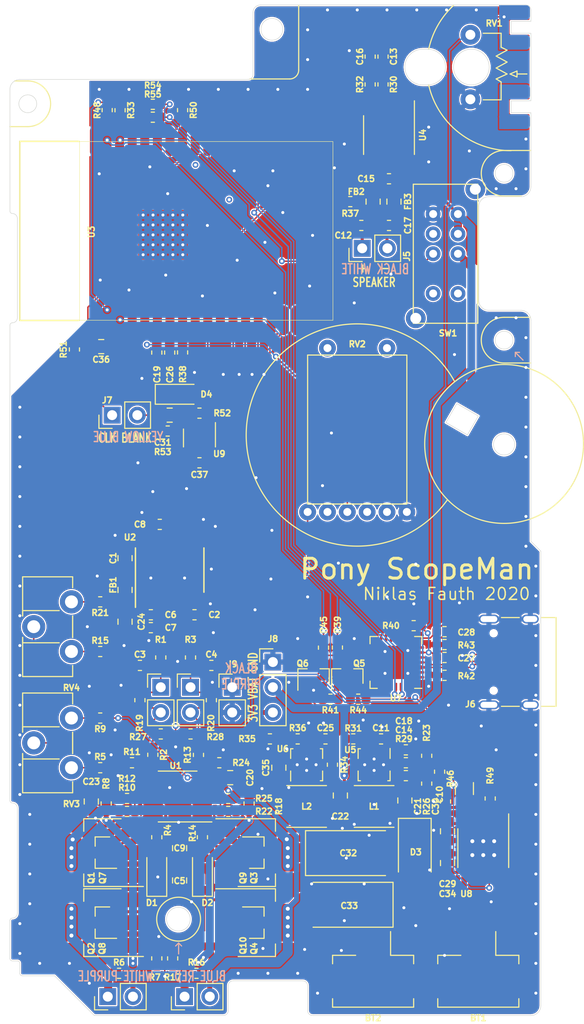
<source format=kicad_pcb>
(kicad_pcb (version 20171130) (host pcbnew 5.1.5+dfsg1-2build2)
  (layers (0 F.Cu signal) (31 B.Cu signal) (34 B.Paste user) (35 F.Paste user) (36 B.SilkS user) (37 F.SilkS user) (38 B.Mask user) (39 F.Mask user) (44 Edge.Cuts user))
  (net 0 "")
  (net 1 GND)
  (net 2 "Net-(C1-Pad1)")
  (net 3 "Net-(C3-Pad2)")
  (net 4 "Net-(C4-Pad1)")
  (net 5 "Net-(C5-Pad2)")
  (net 6 "Net-(C5-Pad1)")
  (net 7 "Net-(C6-Pad2)")
  (net 8 "Net-(C6-Pad1)")
  (net 9 "Net-(C7-Pad1)")
  (net 10 "Net-(C8-Pad1)")
  (net 11 "Net-(C9-Pad2)")
  (net 12 "Net-(C9-Pad1)")
  (net 13 -3V3)
  (net 14 "Net-(C12-Pad1)")
  (net 15 "Net-(C13-Pad2)")
  (net 16 "Net-(C13-Pad1)")
  (net 17 "Net-(C14-Pad1)")
  (net 18 +4V)
  (net 19 "Net-(C16-Pad1)")
  (net 20 "Net-(C17-Pad1)")
  (net 21 "Net-(C18-Pad1)")
  (net 22 TUNE_POT)
  (net 23 +3V3)
  (net 24 "Net-(C25-Pad1)")
  (net 25 VBAT_SNS)
  (net 26 VDD)
  (net 27 +5V)
  (net 28 "Net-(C29-Pad1)")
  (net 29 "Net-(C31-Pad2)")
  (net 30 "Net-(C31-Pad1)")
  (net 31 "Net-(J6-PadB5)")
  (net 32 "Net-(J6-PadA6)")
  (net 33 "Net-(J6-PadA8)")
  (net 34 "Net-(J6-PadA5)")
  (net 35 "Net-(J6-PadB8)")
  (net 36 "Net-(J6-PadA7)")
  (net 37 "Net-(J2-Pad1)")
  (net 38 "Net-(J4-Pad1)")
  (net 39 ESP32_FLASH)
  (net 40 "Net-(Q5-Pad2)")
  (net 41 "Net-(Q5-Pad1)")
  (net 42 ESP32_RESET)
  (net 43 "Net-(Q6-Pad2)")
  (net 44 "Net-(Q6-Pad1)")
  (net 45 "Net-(R1-Pad2)")
  (net 46 "Net-(J1-Pad2)")
  (net 47 "Net-(R11-Pad2)")
  (net 48 "Net-(R3-Pad2)")
  (net 49 "Net-(R4-Pad2)")
  (net 50 "Net-(R5-Pad1)")
  (net 51 "Net-(J2-Pad2)")
  (net 52 "Net-(R9-Pad2)")
  (net 53 "Net-(R10-Pad2)")
  (net 54 "Net-(J3-Pad2)")
  (net 55 "Net-(R13-Pad1)")
  (net 56 "Net-(R14-Pad2)")
  (net 57 "Net-(R15-Pad1)")
  (net 58 "Net-(J4-Pad2)")
  (net 59 "Net-(R21-Pad2)")
  (net 60 "Net-(R22-Pad2)")
  (net 61 "Net-(R27-Pad1)")
  (net 62 "Net-(R30-Pad1)")
  (net 63 "Net-(R32-Pad1)")
  (net 64 PWR_SW)
  (net 65 "Net-(R35-Pad2)")
  (net 66 "Net-(R40-Pad1)")
  (net 67 CHRG_STAT)
  (net 68 "Net-(R49-Pad1)")
  (net 69 ESP32_PWM)
  (net 70 "Net-(J7-Pad1)")
  (net 71 ESP32_DAC0)
  (net 72 VBUS)
  (net 73 PCM_UNMUTE)
  (net 74 DAC_LRCK)
  (net 75 DAC_DATA)
  (net 76 DAC_BCK)
  (net 77 "Net-(U3-Pad4)")
  (net 78 "Net-(U3-Pad5)")
  (net 79 "Net-(U3-Pad8)")
  (net 80 "Net-(U3-Pad9)")
  (net 81 ESP32_DAC1)
  (net 82 "Net-(U3-Pad17)")
  (net 83 "Net-(U3-Pad18)")
  (net 84 "Net-(U3-Pad19)")
  (net 85 "Net-(U3-Pad20)")
  (net 86 "Net-(U3-Pad21)")
  (net 87 "Net-(U3-Pad22)")
  (net 88 "Net-(U3-Pad23)")
  (net 89 "Net-(U3-Pad24)")
  (net 90 "Net-(U3-Pad26)")
  (net 91 "Net-(U3-Pad27)")
  (net 92 "Net-(U3-Pad28)")
  (net 93 "Net-(U3-Pad29)")
  (net 94 "Net-(U3-Pad32)")
  (net 95 "Net-(U3-Pad33)")
  (net 96 ESP32_RXD)
  (net 97 ESP32_TXD)
  (net 98 "Net-(FB3-Pad1)")
  (net 99 "Net-(FB2-Pad2)")
  (net 100 "Net-(U4-Pad2)")
  (net 101 PA_UNMUTE)
  (net 102 "Net-(L2-Pad1)")
  (net 103 "Net-(L2-Pad2)")
  (net 104 "Net-(U7-Pad27)")
  (net 105 "Net-(U7-Pad23)")
  (net 106 "Net-(U7-Pad22)")
  (net 107 "Net-(U7-Pad21)")
  (net 108 "Net-(U7-Pad20)")
  (net 109 "Net-(U7-Pad19)")
  (net 110 "Net-(U7-Pad18)")
  (net 111 "Net-(U7-Pad17)")
  (net 112 "Net-(U7-Pad16)")
  (net 113 "Net-(U7-Pad15)")
  (net 114 "Net-(U7-Pad14)")
  (net 115 "Net-(U7-Pad13)")
  (net 116 "Net-(U7-Pad12)")
  (net 117 "Net-(U7-Pad11)")
  (net 118 "Net-(U7-Pad10)")
  (net 119 "Net-(U7-Pad2)")
  (net 120 "Net-(U7-Pad1)")
  (net 121 "Net-(U8-Pad6)")
  (net 122 "Net-(D3-Pad1)")
  (net 123 "Net-(SW1-Pad4)")
  (net 124 "Net-(R54-Pad2)")
  (net 125 "Net-(R55-Pad2)")
  (net 126 "Net-(C10-Pad1)")
  (net 127 "Net-(C11-Pad1)")
  (net 128 "Net-(U8-Pad1)")
  (net 129 "Net-(R23-Pad1)")
  (module Capacitor_SMD:C_0603_1608Metric (layer F.Cu) (at 119.1 88.6 180)
    (fp_text reference C37 (at 0 -1.2) (layer F.SilkS) (effects (font (size 0.6 0.6))))
    (fp_text value 100n)
    (pad 2 smd roundrect (at 0.7875 0 180) (size 0.875 0.95) (layers F.Cu F.Paste F.Mask) (net 1 GND))
    (pad 1 smd roundrect (at -0.7875 0 180) (size 0.875 0.95) (layers F.Cu F.Paste F.Mask) (net 23 +3V3))
  )
  (module Resistor_SMD:R_0603_1608Metric (layer F.Cu) (at 114.4 53.8 180)
    (fp_text reference R55 (at 0 2.3) (layer F.SilkS) (effects (font (size 0.6 0.6))))
    (fp_text value 1k)
    (pad 2 smd roundrect (at 0.7875 0 180) (size 0.875 0.95) (layers F.Cu F.Paste F.Mask) (net 125 "Net-(R55-Pad2)"))
    (pad 1 smd roundrect (at -0.7875 0 180) (size 0.875 0.95) (layers F.Cu F.Paste F.Mask) (net 96 ESP32_RXD))
  )
  (module Resistor_SMD:R_0603_1608Metric (layer F.Cu) (at 114.4 52.5 180)
    (fp_text reference R54 (at 0 1.9) (layer F.SilkS) (effects (font (size 0.6 0.6))))
    (fp_text value 1k)
    (pad 2 smd roundrect (at 0.7875 0 180) (size 0.875 0.95) (layers F.Cu F.Paste F.Mask) (net 124 "Net-(R54-Pad2)"))
    (pad 1 smd roundrect (at -0.7875 0 180) (size 0.875 0.95) (layers F.Cu F.Paste F.Mask) (net 97 ESP32_TXD))
  )
  (module Package_SON:Texas_DRC0010J_ThermalVias (layer F.Cu) (at 129.9 119 90)
    (fp_text reference U6 (at 1.6 -2.4 180) (layer F.SilkS) (effects (font (size 0.6 0.6))))
    (fp_text value TPS63001)
    (pad 11 thru_hole circle (at 0 -0.95 90) (size 0.5 0.5) (drill 0.3) (layers *.Cu) (net 1 GND))
    (pad 11 thru_hole circle (at 0.575 0 90) (size 0.5 0.5) (drill 0.3) (layers *.Cu) (net 1 GND))
    (pad 11 thru_hole circle (at -0.575 0 90) (size 0.5 0.5) (drill 0.3) (layers *.Cu) (net 1 GND))
    (pad 11 thru_hole circle (at 0 0.95 90) (size 0.5 0.5) (drill 0.3) (layers *.Cu) (net 1 GND))
    (pad 11 smd custom (at 0 0 90) (size 1.65 2.4) (layers F.Cu F.Mask) (net 1 GND) (options (clearance outline) (anchor rect)) (primitives (gr_poly (pts (xy -0.375 -1.1) (xy -0.375 -1.7) (xy -0.125 -1.7) (xy -0.125 -1.1) (xy 0.125 -1.1) (xy 0.125 -1.7) (xy 0.375 -1.7) (xy 0.375 1.7) (xy 0.125 1.7) (xy 0.125 1.1) (xy -0.125 1.1) (xy -0.125 1.7) (xy -0.375 1.7)) (width 0))))
    (pad 10 smd rect (at 1.4 -1 90) (size 0.6 0.24) (layers F.Cu F.Paste F.Mask) (net 65 "Net-(R35-Pad2)"))
    (pad 9 smd rect (at 1.4 -0.5 90) (size 0.6 0.24) (layers F.Cu F.Paste F.Mask) (net 1 GND))
    (pad 8 smd rect (at 1.4 0 90) (size 0.6 0.24) (layers F.Cu F.Paste F.Mask) (net 24 "Net-(C25-Pad1)"))
    (pad 7 smd rect (at 1.4 0.5 90) (size 0.6 0.24) (layers F.Cu F.Paste F.Mask) (net 24 "Net-(C25-Pad1)"))
    (pad 6 smd rect (at 1.4 1 90) (size 0.6 0.24) (layers F.Cu F.Paste F.Mask) (net 24 "Net-(C25-Pad1)"))
    (pad 5 smd rect (at -1.4 1 90) (size 0.6 0.24) (layers F.Cu F.Paste F.Mask) (net 18 +4V))
    (pad 4 smd rect (at -1.4 0.5 90) (size 0.6 0.24) (layers F.Cu F.Paste F.Mask) (net 102 "Net-(L2-Pad1)"))
    (pad 3 smd rect (at -1.4 0 90) (size 0.6 0.24) (layers F.Cu F.Paste F.Mask) (net 1 GND))
    (pad 2 smd rect (at -1.4 -0.5 90) (size 0.6 0.24) (layers F.Cu F.Paste F.Mask) (net 103 "Net-(L2-Pad2)"))
    (pad 1 smd rect (at -1.4 -1 90) (size 0.6 0.24) (layers F.Cu F.Paste F.Mask) (net 23 +3V3))
  )
  (module Package_SON:Texas_DRC0010J_ThermalVias (layer F.Cu) (at 136.7 119 270)
    (fp_text reference U5 (at -1.5 2.4) (layer F.SilkS) (effects (font (size 0.6 0.6))))
    (fp_text value TPS63700DRCT)
    (pad 11 thru_hole circle (at 0 -0.95 270) (size 0.5 0.5) (drill 0.3) (layers *.Cu) (net 1 GND))
    (pad 11 thru_hole circle (at 0.575 0 270) (size 0.5 0.5) (drill 0.3) (layers *.Cu) (net 1 GND))
    (pad 11 thru_hole circle (at -0.575 0 270) (size 0.5 0.5) (drill 0.3) (layers *.Cu) (net 1 GND))
    (pad 11 thru_hole circle (at 0 0.95 270) (size 0.5 0.5) (drill 0.3) (layers *.Cu) (net 1 GND))
    (pad 11 smd custom (at 0 0 270) (size 1.65 2.4) (layers F.Cu F.Mask) (net 1 GND) (options (clearance outline) (anchor rect)) (primitives (gr_poly (pts (xy -0.375 -1.1) (xy -0.375 -1.7) (xy -0.125 -1.7) (xy -0.125 -1.1) (xy 0.125 -1.1) (xy 0.125 -1.7) (xy 0.375 -1.7) (xy 0.375 1.7) (xy 0.125 1.7) (xy 0.125 1.1) (xy -0.125 1.1) (xy -0.125 1.7) (xy -0.375 1.7)) (width 0))))
    (pad 10 smd rect (at 1.4 -1 270) (size 0.6 0.24) (layers F.Cu F.Paste F.Mask) (net 17 "Net-(C14-Pad1)"))
    (pad 9 smd rect (at 1.4 -0.5 270) (size 0.6 0.24) (layers F.Cu F.Paste F.Mask) (net 129 "Net-(R23-Pad1)"))
    (pad 8 smd rect (at 1.4 0 270) (size 0.6 0.24) (layers F.Cu F.Paste F.Mask) (net 13 -3V3))
    (pad 7 smd rect (at 1.4 0.5 270) (size 0.6 0.24) (layers F.Cu F.Paste F.Mask) (net 1 GND))
    (pad 6 smd rect (at 1.4 1 270) (size 0.6 0.24) (layers F.Cu F.Paste F.Mask) (net 122 "Net-(D3-Pad1)"))
    (pad 5 smd rect (at -1.4 1 270) (size 0.6 0.24) (layers F.Cu F.Paste F.Mask) (net 18 +4V))
    (pad 4 smd rect (at -1.4 0.5 270) (size 0.6 0.24) (layers F.Cu F.Paste F.Mask) (net 127 "Net-(C11-Pad1)"))
    (pad 3 smd rect (at -1.4 0 270) (size 0.6 0.24) (layers F.Cu F.Paste F.Mask) (net 127 "Net-(C11-Pad1)"))
    (pad 2 smd rect (at -1.4 -0.5 270) (size 0.6 0.24) (layers F.Cu F.Paste F.Mask) (net 1 GND))
    (pad 1 smd rect (at -1.4 -1 270) (size 0.6 0.24) (layers F.Cu F.Paste F.Mask) (net 21 "Net-(C18-Pad1)"))
  )
  (module Capacitor_SMD:C_0805_2012Metric (layer F.Cu) (at 109.2 76.9 180)
    (fp_text reference C36 (at 0 -1.3) (layer F.SilkS) (effects (font (size 0.6 0.6))))
    (fp_text value 10u)
    (pad 2 smd roundrect (at 0.9375 0 180) (size 0.975 1.4) (layers F.Cu F.Paste F.Mask) (net 1 GND))
    (pad 1 smd roundrect (at -0.9375 0 180) (size 0.975 1.4) (layers F.Cu F.Paste F.Mask) (net 23 +3V3))
  )
  (module Capacitor_SMD:C_0805_2012Metric (layer F.Cu) (at 127.1 119.3 90)
    (fp_text reference C35 (at 0 -1.3 90) (layer F.SilkS) (effects (font (size 0.6 0.6))))
    (fp_text value 10u)
    (pad 2 smd roundrect (at 0.9375 0 90) (size 0.975 1.4) (layers F.Cu F.Paste F.Mask) (net 1 GND))
    (pad 1 smd roundrect (at -0.9375 0 90) (size 0.975 1.4) (layers F.Cu F.Paste F.Mask) (net 23 +3V3))
  )
  (module Capacitor_SMD:C_0805_2012Metric (layer F.Cu) (at 144.1 128.9 90)
    (fp_text reference C34 (at -3.1 0 180) (layer F.SilkS) (effects (font (size 0.6 0.6))))
    (fp_text value 10u)
    (pad 2 smd roundrect (at 0.9375 0 90) (size 0.975 1.4) (layers F.Cu F.Paste F.Mask) (net 1 GND))
    (pad 1 smd roundrect (at -0.9375 0 90) (size 0.975 1.4) (layers F.Cu F.Paste F.Mask) (net 72 VBUS))
  )
  (module Package_SO:SOIC-8-1EP_3.9x4.9mm_P1.27mm_EP2.41x3.3mm (layer F.Cu) (at 147.7 127.4 270)
    (fp_text reference U8 (at 4.6 1.7 180) (layer F.SilkS) (effects (font (size 0.6 0.6))))
    (fp_text value TP4056-otter)
    (pad 8 smd roundrect (at 2.475 -1.905 270) (size 1.95 0.6) (layers F.Cu F.Paste F.Mask) (net 28 "Net-(C29-Pad1)"))
    (pad 7 smd roundrect (at 2.475 -0.635 270) (size 1.95 0.6) (layers F.Cu F.Paste F.Mask) (net 67 CHRG_STAT))
    (pad 6 smd roundrect (at 2.475 0.635 270) (size 1.95 0.6) (layers F.Cu F.Paste F.Mask) (net 121 "Net-(U8-Pad6)"))
    (pad 5 smd roundrect (at 2.475 1.905 270) (size 1.95 0.6) (layers F.Cu F.Paste F.Mask) (net 72 VBUS))
    (pad 4 smd roundrect (at -2.475 1.905 270) (size 1.95 0.6) (layers F.Cu F.Paste F.Mask) (net 28 "Net-(C29-Pad1)"))
    (pad 3 smd roundrect (at -2.475 0.635 270) (size 1.95 0.6) (layers F.Cu F.Paste F.Mask) (net 1 GND))
    (pad 2 smd roundrect (at -2.475 -0.635 270) (size 1.95 0.6) (layers F.Cu F.Paste F.Mask) (net 68 "Net-(R49-Pad1)"))
    (pad 1 smd roundrect (at -2.475 -1.905 270) (size 1.95 0.6) (layers F.Cu F.Paste F.Mask) (net 128 "Net-(U8-Pad1)"))
    (pad 9 smd roundrect (at 0 0 270) (size 2.41 3.3) (layers F.Cu F.Mask) (roundrect_rratio 0.103734) (net 1 GND))
  )
  (module Resistor_SMD:R_1206_3216Metric (layer F.Cu) (at 145.8 121.4 270)
    (fp_text reference R46 (at -1 1.4 90) (layer F.SilkS) (effects (font (size 0.6 0.6))))
    (fp_text value 0.27R)
    (pad 2 smd roundrect (at 1.4 0 270) (size 1.25 1.75) (layers F.Cu F.Paste F.Mask) (roundrect_rratio 0.2) (net 28 "Net-(C29-Pad1)"))
    (pad 1 smd roundrect (at -1.4 0 270) (size 1.25 1.75) (layers F.Cu F.Paste F.Mask) (roundrect_rratio 0.2) (net 27 +5V))
  )
  (module Connector_JST:JST_PH_B2B-PH-SM4-TB_1x02-1MP_P2.00mm_Vertical (layer F.Cu) (at 147.2 139.05 180)
    (fp_text reference BT1 (at 0 -5.45 180) (layer F.SilkS) (effects (font (size 0.6 0.6))))
    (fp_text value LiIon)
    (pad 2 smd roundrect (at 3.4 -1.75 180) (size 1.6 3) (layers F.Cu F.Paste F.Mask) (roundrect_rratio 0.156) (net 1 GND))
    (pad 2 smd roundrect (at -3.4 -1.75 180) (size 1.6 3) (layers F.Cu F.Paste F.Mask) (roundrect_rratio 0.156) (net 1 GND))
    (pad 2 smd roundrect (at 1 0.5 180) (size 1 5.5) (layers F.Cu F.Paste F.Mask) (net 1 GND))
    (pad 1 smd roundrect (at -1 0.5 180) (size 1 5.5) (layers F.Cu F.Paste F.Mask) (net 72 VBUS))
  )
  (module Connector_JST:JST_PH_B2B-PH-SM4-TB_1x02-1MP_P2.00mm_Vertical (layer F.Cu) (at 136.6 139.05 180)
    (fp_text reference BT2 (at 0 -5.45 180) (layer F.SilkS) (effects (font (size 0.6 0.6))))
    (fp_text value LiIon)
    (pad 2 smd roundrect (at 3.4 -1.75 180) (size 1.6 3) (layers F.Cu F.Paste F.Mask) (roundrect_rratio 0.156) (net 1 GND))
    (pad 2 smd roundrect (at -3.4 -1.75 180) (size 1.6 3) (layers F.Cu F.Paste F.Mask) (roundrect_rratio 0.156) (net 1 GND))
    (pad 2 smd roundrect (at 1 0.5 180) (size 1 5.5) (layers F.Cu F.Paste F.Mask) (net 1 GND))
    (pad 1 smd roundrect (at -1 0.5 180) (size 1 5.5) (layers F.Cu F.Paste F.Mask) (net 72 VBUS))
  )
  (module Package_TO_SOT_SMD:SOT-23 (layer F.Cu) (at 124.85 134.9)
    (fp_text reference Q10 (at -1.35 2.3 90) (layer F.SilkS) (effects (font (size 0.6 0.6))))
    (fp_text value STN951)
    (pad 3 smd rect (at 1 0) (size 0.9 0.8) (layers F.Cu F.Paste F.Mask) (net 13 -3V3))
    (pad 2 smd rect (at -1 0.95) (size 0.9 0.8) (layers F.Cu F.Paste F.Mask) (net 38 "Net-(J4-Pad1)"))
    (pad 1 smd rect (at -1 -0.95) (size 0.9 0.8) (layers F.Cu F.Paste F.Mask) (net 11 "Net-(C9-Pad2)"))
  )
  (module Package_TO_SOT_SMD:SOT-23 (layer F.Cu) (at 124.85 127.85)
    (fp_text reference Q9 (at -1.35 2.55 90) (layer F.SilkS) (effects (font (size 0.6 0.6))))
    (fp_text value STN851)
    (pad 3 smd rect (at 1 0) (size 0.9 0.8) (layers F.Cu F.Paste F.Mask) (net 23 +3V3))
    (pad 2 smd rect (at -1 0.95) (size 0.9 0.8) (layers F.Cu F.Paste F.Mask) (net 38 "Net-(J4-Pad1)"))
    (pad 1 smd rect (at -1 -0.95) (size 0.9 0.8) (layers F.Cu F.Paste F.Mask) (net 12 "Net-(C9-Pad1)"))
  )
  (module Package_TO_SOT_SMD:SOT-23 (layer F.Cu) (at 109.350001 134.9 180)
    (fp_text reference Q8 (at 0.050001 -2.6 90) (layer F.SilkS) (effects (font (size 0.6 0.6))))
    (fp_text value STN951)
    (pad 3 smd rect (at 1 0 180) (size 0.9 0.8) (layers F.Cu F.Paste F.Mask) (net 13 -3V3))
    (pad 2 smd rect (at -1 0.95 180) (size 0.9 0.8) (layers F.Cu F.Paste F.Mask) (net 37 "Net-(J2-Pad1)"))
    (pad 1 smd rect (at -1 -0.95 180) (size 0.9 0.8) (layers F.Cu F.Paste F.Mask) (net 5 "Net-(C5-Pad2)"))
  )
  (module Package_TO_SOT_SMD:SOT-23 (layer F.Cu) (at 109.35 127.85 180)
    (fp_text reference Q7 (at 0 -2.55 90) (layer F.SilkS) (effects (font (size 0.6 0.6))))
    (fp_text value STN851)
    (pad 3 smd rect (at 1 0 180) (size 0.9 0.8) (layers F.Cu F.Paste F.Mask) (net 23 +3V3))
    (pad 2 smd rect (at -1 0.95 180) (size 0.9 0.8) (layers F.Cu F.Paste F.Mask) (net 37 "Net-(J2-Pad1)"))
    (pad 1 smd rect (at -1 -0.95 180) (size 0.9 0.8) (layers F.Cu F.Paste F.Mask) (net 6 "Net-(C5-Pad1)"))
  )
  (module Capacitor_Tantalum_SMD:CP_EIA-7343-43_Kemet-X (layer F.Cu) (at 134.2 133.1 180)
    (fp_text reference C33 (at 0 -0.1) (layer F.SilkS) (effects (font (size 0.6 0.6))))
    (fp_text value 100u)
    (pad 2 smd roundrect (at 3.1125 0 180) (size 2.075 2.55) (layers F.Cu F.Paste F.Mask) (roundrect_rratio 0.120482) (net 13 -3V3))
    (pad 1 smd roundrect (at -3.1125 0 180) (size 2.075 2.55) (layers F.Cu F.Paste F.Mask) (roundrect_rratio 0.120482) (net 1 GND))
  )
  (module Capacitor_Tantalum_SMD:CP_EIA-7343-43_Kemet-X (layer F.Cu) (at 134.2 127.9)
    (fp_text reference C32 (at -0.1 0) (layer F.SilkS) (effects (font (size 0.6 0.6))))
    (fp_text value 100u)
    (pad 2 smd roundrect (at 3.1125 0) (size 2.075 2.55) (layers F.Cu F.Paste F.Mask) (roundrect_rratio 0.120482) (net 1 GND))
    (pad 1 smd roundrect (at -3.1125 0) (size 2.075 2.55) (layers F.Cu F.Paste F.Mask) (roundrect_rratio 0.120482) (net 23 +3V3))
  )
  (module Potentiometer_THT:Potentiometer_ACP_CA9-H3,8_Horizontal (layer F.Cu) (at 106.2 107.6 180)
    (fp_text reference RV4 (at 0 -3.65) (layer F.SilkS) (effects (font (size 0.6 0.6))))
    (fp_text value 10k)
    (pad 1 thru_hole circle (at 0 0 180) (size 2.34 2.34) (drill 1.3) (layers *.Cu *.Mask) (net 57 "Net-(R15-Pad1)"))
    (pad 2 thru_hole circle (at 3.8 2.5 180) (size 2.34 2.34) (drill 1.3) (layers *.Cu *.Mask) (net 55 "Net-(R13-Pad1)"))
    (pad 3 thru_hole circle (at 0 5 180) (size 2.34 2.34) (drill 1.3) (layers *.Cu *.Mask) (net 59 "Net-(R21-Pad2)"))
  )
  (module Potentiometer_THT:Potentiometer_ACP_CA9-H3,8_Horizontal (layer F.Cu) (at 106.2 119.3 180)
    (fp_text reference RV3 (at 0 -3.65) (layer F.SilkS) (effects (font (size 0.6 0.6))))
    (fp_text value 10k)
    (pad 1 thru_hole circle (at 0 0 180) (size 2.34 2.34) (drill 1.3) (layers *.Cu *.Mask) (net 50 "Net-(R5-Pad1)"))
    (pad 2 thru_hole circle (at 3.8 2.5 180) (size 2.34 2.34) (drill 1.3) (layers *.Cu *.Mask) (net 47 "Net-(R11-Pad2)"))
    (pad 3 thru_hole circle (at 0 5 180) (size 2.34 2.34) (drill 1.3) (layers *.Cu *.Mask) (net 52 "Net-(R9-Pad2)"))
  )
  (module otter:Inductor_4040 (layer F.Cu) (at 129.9 123.2 180)
    (fp_text reference L2 (at 0 0) (layer F.SilkS) (effects (font (size 0.6 0.6))))
    (fp_text value 2.2u)
    (pad 2 smd rect (at 1.4 0 180) (size 1.2 1.6) (layers F.Cu F.Paste F.Mask) (net 103 "Net-(L2-Pad2)"))
    (pad 1 smd rect (at -1.4 0 180) (size 1.2 1.6) (layers F.Cu F.Paste F.Mask) (net 102 "Net-(L2-Pad1)"))
  )
  (module otter:Inductor_4040 (layer F.Cu) (at 136.7 123.2 180)
    (fp_text reference L1 (at 0 0) (layer F.SilkS) (effects (font (size 0.6 0.6))))
    (fp_text value 4.7u)
    (pad 2 smd rect (at 1.4 0 180) (size 1.2 1.6) (layers F.Cu F.Paste F.Mask) (net 122 "Net-(D3-Pad1)"))
    (pad 1 smd rect (at -1.4 0 180) (size 1.2 1.6) (layers F.Cu F.Paste F.Mask) (net 1 GND))
  )
  (module Connector_PinHeader_2.54mm:PinHeader_1x02_P2.54mm_Vertical (layer F.Cu) (at 122.4 111.2)
    (fp_text reference J9 (at 0 -2.33) (layer F.SilkS) (effects (font (size 0.6 0.6))))
    (fp_text value GND)
    (pad 2 thru_hole oval (at 0 2.54) (size 1.7 1.7) (drill 1) (layers *.Cu *.Mask) (net 1 GND))
    (pad 1 thru_hole rect (at 0 0) (size 1.7 1.7) (drill 1) (layers *.Cu *.Mask) (net 1 GND))
  )
  (module Connector_PinHeader_2.54mm:PinHeader_1x03_P2.54mm_Vertical (layer F.Cu) (at 126.5 108.66)
    (fp_text reference J8 (at 0 -2.33) (layer F.SilkS) (effects (font (size 0.6 0.6))))
    (fp_text value PWR)
    (pad 3 thru_hole oval (at 0 5.08) (size 1.7 1.7) (drill 1) (layers *.Cu *.Mask) (net 23 +3V3))
    (pad 2 thru_hole oval (at 0 2.54) (size 1.7 1.7) (drill 1) (layers *.Cu *.Mask) (net 18 +4V))
    (pad 1 thru_hole rect (at 0 0) (size 1.7 1.7) (drill 1) (layers *.Cu *.Mask) (net 1 GND))
  )
  (module Connector_PinHeader_2.54mm:PinHeader_1x02_P2.54mm_Vertical (layer F.Cu) (at 110.3 83.8 90)
    (fp_text reference J7 (at 1.5 -0.5 180) (layer F.SilkS) (effects (font (size 0.6 0.6))))
    (fp_text value BLK+CLK)
    (pad 2 thru_hole oval (at 0 2.54 90) (size 1.7 1.7) (drill 1) (layers *.Cu *.Mask) (net 30 "Net-(C31-Pad1)"))
    (pad 1 thru_hole rect (at 0 0 90) (size 1.7 1.7) (drill 1) (layers *.Cu *.Mask) (net 70 "Net-(J7-Pad1)"))
  )
  (module Connector_PinHeader_2.54mm:PinHeader_1x02_P2.54mm_Vertical (layer F.Cu) (at 135.5 67 90)
    (fp_text reference J5 (at -0.8 4.5 90) (layer F.SilkS) (effects (font (size 0.6 0.6))))
    (fp_text value SPEAKER)
    (pad 2 thru_hole oval (at 0 2.54 90) (size 1.7 1.7) (drill 1) (layers *.Cu *.Mask) (net 20 "Net-(C17-Pad1)"))
    (pad 1 thru_hole rect (at 0 0 90) (size 1.7 1.7) (drill 1) (layers *.Cu *.Mask) (net 14 "Net-(C12-Pad1)"))
  )
  (module Connector_PinHeader_2.54mm:PinHeader_1x02_P2.54mm_Vertical (layer F.Cu) (at 117.6 142.35 90)
    (fp_text reference J4 hide)
    (fp_text value COIL_Y)
    (pad 2 thru_hole oval (at 0 2.54 90) (size 1.7 1.7) (drill 1) (layers *.Cu *.Mask) (net 58 "Net-(J4-Pad2)"))
    (pad 1 thru_hole rect (at 0 0 90) (size 1.7 1.7) (drill 1) (layers *.Cu *.Mask) (net 38 "Net-(J4-Pad1)"))
  )
  (module Connector_PinHeader_2.54mm:PinHeader_1x02_P2.54mm_Vertical (layer F.Cu) (at 118.2 111.2)
    (fp_text reference J3 hide)
    (fp_text value EXT_Y)
    (pad 2 thru_hole oval (at 0 2.54) (size 1.7 1.7) (drill 1) (layers *.Cu *.Mask) (net 54 "Net-(J3-Pad2)"))
    (pad 1 thru_hole rect (at 0 0) (size 1.7 1.7) (drill 1) (layers *.Cu *.Mask) (net 4 "Net-(C4-Pad1)"))
  )
  (module Connector_PinHeader_2.54mm:PinHeader_1x02_P2.54mm_Vertical (layer F.Cu) (at 109.86 142.35 90)
    (fp_text reference J2 hide)
    (fp_text value COIL_X)
    (pad 2 thru_hole oval (at 0 2.54 90) (size 1.7 1.7) (drill 1) (layers *.Cu *.Mask) (net 51 "Net-(J2-Pad2)"))
    (pad 1 thru_hole rect (at 0 0 90) (size 1.7 1.7) (drill 1) (layers *.Cu *.Mask) (net 37 "Net-(J2-Pad1)"))
  )
  (module Connector_PinHeader_2.54mm:PinHeader_1x02_P2.54mm_Vertical (layer F.Cu) (at 115.2 111.2)
    (fp_text reference J1 hide)
    (fp_text value EXT_X)
    (pad 2 thru_hole oval (at 0 2.54) (size 1.7 1.7) (drill 1) (layers *.Cu *.Mask) (net 46 "Net-(J1-Pad2)"))
    (pad 1 thru_hole rect (at 0 0) (size 1.7 1.7) (drill 1) (layers *.Cu *.Mask) (net 3 "Net-(C3-Pad2)"))
  )
  (module Inductor_SMD:L_0805_2012Metric (layer F.Cu) (at 138.7 62.3 270)
    (fp_text reference FB3 (at 0 -1.4 90) (layer F.SilkS) (effects (font (size 0.6 0.6))))
    (fp_text value 601)
    (pad 2 smd roundrect (at 0.9375 0 270) (size 0.975 1.4) (layers F.Cu F.Paste F.Mask) (net 20 "Net-(C17-Pad1)"))
    (pad 1 smd roundrect (at -0.9375 0 270) (size 0.975 1.4) (layers F.Cu F.Paste F.Mask) (net 98 "Net-(FB3-Pad1)"))
  )
  (module Inductor_SMD:L_0805_2012Metric (layer F.Cu) (at 136.6 62.3 90)
    (fp_text reference FB2 (at 1 -1.7 180) (layer F.SilkS) (effects (font (size 0.6 0.6))))
    (fp_text value 601)
    (pad 2 smd roundrect (at 0.9375 0 90) (size 0.975 1.4) (layers F.Cu F.Paste F.Mask) (net 99 "Net-(FB2-Pad2)"))
    (pad 1 smd roundrect (at -0.9375 0 90) (size 0.975 1.4) (layers F.Cu F.Paste F.Mask) (net 14 "Net-(C12-Pad1)"))
  )
  (module Inductor_SMD:L_0805_2012Metric (layer F.Cu) (at 111.6 101.4 90)
    (fp_text reference FB1 (at 0.5 -1.2 90) (layer F.SilkS) (effects (font (size 0.6 0.6))))
    (fp_text value 601)
    (pad 2 smd roundrect (at 0.9375 0 90) (size 0.975 1.4) (layers F.Cu F.Paste F.Mask) (net 2 "Net-(C1-Pad1)"))
    (pad 1 smd roundrect (at -0.9375 0 90) (size 0.975 1.4) (layers F.Cu F.Paste F.Mask) (net 23 +3V3))
  )
  (module Diode_SMD:D_SOD-123 (layer F.Cu) (at 116.9 81.7)
    (fp_text reference D4 (at 2.9 0) (layer F.SilkS) (effects (font (size 0.6 0.6))))
    (fp_text value 4148)
    (pad 2 smd rect (at 1.65 0) (size 0.9 1.2) (layers F.Cu F.Paste F.Mask) (net 1 GND))
    (pad 1 smd rect (at -1.65 0) (size 0.9 1.2) (layers F.Cu F.Paste F.Mask) (net 30 "Net-(C31-Pad1)"))
  )
  (module Diode_SMD:D_SMA (layer F.Cu) (at 140.8 127.8 270)
    (fp_text reference D3 (at 0 -0.1 180) (layer F.SilkS) (effects (font (size 0.6 0.6))))
    (fp_text value SS34)
    (pad 2 smd rect (at 2 0 270) (size 2.5 1.8) (layers F.Cu F.Paste F.Mask) (net 13 -3V3))
    (pad 1 smd rect (at -2 0 270) (size 2.5 1.8) (layers F.Cu F.Paste F.Mask) (net 122 "Net-(D3-Pad1)"))
  )
  (module Diode_SMD:D_SOD-123 (layer F.Cu) (at 119.4 130 90)
    (fp_text reference D2 (at -2.9 0.5 180) (layer F.SilkS) (effects (font (size 0.6 0.6))))
    (fp_text value 4148)
    (pad 2 smd rect (at 1.65 0 90) (size 0.9 1.2) (layers F.Cu F.Paste F.Mask) (net 12 "Net-(C9-Pad1)"))
    (pad 1 smd rect (at -1.65 0 90) (size 0.9 1.2) (layers F.Cu F.Paste F.Mask) (net 11 "Net-(C9-Pad2)"))
  )
  (module Diode_SMD:D_SOD-123 (layer F.Cu) (at 114.8 130 90)
    (fp_text reference D1 (at -2.9 -0.5 180) (layer F.SilkS) (effects (font (size 0.6 0.6))))
    (fp_text value 4148)
    (pad 2 smd rect (at 1.65 0 90) (size 0.9 1.2) (layers F.Cu F.Paste F.Mask) (net 6 "Net-(C5-Pad1)"))
    (pad 1 smd rect (at -1.65 0 90) (size 0.9 1.2) (layers F.Cu F.Paste F.Mask) (net 5 "Net-(C5-Pad2)"))
  )
  (module Package_TO_SOT_SMD:SOT-23-5 (layer F.Cu) (at 119.1 86.1 270)
    (fp_text reference U9 (at 1.6 -2 180) (layer F.SilkS) (effects (font (size 0.6 0.6))))
    (fp_text value LMV321)
    (pad 5 smd rect (at 1.1 -0.95 270) (size 1.06 0.65) (layers F.Cu F.Paste F.Mask) (net 23 +3V3))
    (pad 4 smd rect (at 1.1 0.95 270) (size 1.06 0.65) (layers F.Cu F.Paste F.Mask) (net 29 "Net-(C31-Pad2)"))
    (pad 3 smd rect (at -1.1 0.95 270) (size 1.06 0.65) (layers F.Cu F.Paste F.Mask) (net 29 "Net-(C31-Pad2)"))
    (pad 2 smd rect (at -1.1 0 270) (size 1.06 0.65) (layers F.Cu F.Paste F.Mask) (net 1 GND))
    (pad 1 smd rect (at -1.1 -0.95 270) (size 1.06 0.65) (layers F.Cu F.Paste F.Mask) (net 71 ESP32_DAC0))
  )
  (module Package_DFN_QFN:QFN-28-1EP_5x5mm_P0.5mm_EP3.35x3.35mm (layer F.Cu) (at 138.9 108.7 180)
    (fp_text reference U7 (at 0 -3.6) (layer F.SilkS) (effects (font (size 0.6 0.6))))
    (fp_text value CP2102N-A01-GQFN28)
    (pad 28 smd roundrect (at -1.5 -2.45 180) (size 0.25 0.8) (layers F.Cu F.Paste F.Mask) (net 40 "Net-(Q5-Pad2)"))
    (pad 27 smd roundrect (at -1 -2.45 180) (size 0.25 0.8) (layers F.Cu F.Paste F.Mask) (net 104 "Net-(U7-Pad27)"))
    (pad 26 smd roundrect (at -0.5 -2.45 180) (size 0.25 0.8) (layers F.Cu F.Paste F.Mask) (net 96 ESP32_RXD))
    (pad 25 smd roundrect (at 0 -2.45 180) (size 0.25 0.8) (layers F.Cu F.Paste F.Mask) (net 97 ESP32_TXD))
    (pad 24 smd roundrect (at 0.5 -2.45 180) (size 0.25 0.8) (layers F.Cu F.Paste F.Mask) (net 43 "Net-(Q6-Pad2)"))
    (pad 23 smd roundrect (at 1 -2.45 180) (size 0.25 0.8) (layers F.Cu F.Paste F.Mask) (net 105 "Net-(U7-Pad23)"))
    (pad 22 smd roundrect (at 1.5 -2.45 180) (size 0.25 0.8) (layers F.Cu F.Paste F.Mask) (net 106 "Net-(U7-Pad22)"))
    (pad 21 smd roundrect (at 2.45 -1.5 180) (size 0.8 0.25) (layers F.Cu F.Paste F.Mask) (net 107 "Net-(U7-Pad21)"))
    (pad 20 smd roundrect (at 2.45 -1 180) (size 0.8 0.25) (layers F.Cu F.Paste F.Mask) (net 108 "Net-(U7-Pad20)"))
    (pad 19 smd roundrect (at 2.45 -0.5 180) (size 0.8 0.25) (layers F.Cu F.Paste F.Mask) (net 109 "Net-(U7-Pad19)"))
    (pad 18 smd roundrect (at 2.45 0 180) (size 0.8 0.25) (layers F.Cu F.Paste F.Mask) (net 110 "Net-(U7-Pad18)"))
    (pad 17 smd roundrect (at 2.45 0.5 180) (size 0.8 0.25) (layers F.Cu F.Paste F.Mask) (net 111 "Net-(U7-Pad17)"))
    (pad 16 smd roundrect (at 2.45 1 180) (size 0.8 0.25) (layers F.Cu F.Paste F.Mask) (net 112 "Net-(U7-Pad16)"))
    (pad 15 smd roundrect (at 2.45 1.5 180) (size 0.8 0.25) (layers F.Cu F.Paste F.Mask) (net 113 "Net-(U7-Pad15)"))
    (pad 14 smd roundrect (at 1.5 2.45 180) (size 0.25 0.8) (layers F.Cu F.Paste F.Mask) (net 114 "Net-(U7-Pad14)"))
    (pad 13 smd roundrect (at 1 2.45 180) (size 0.25 0.8) (layers F.Cu F.Paste F.Mask) (net 115 "Net-(U7-Pad13)"))
    (pad 12 smd roundrect (at 0.5 2.45 180) (size 0.25 0.8) (layers F.Cu F.Paste F.Mask) (net 116 "Net-(U7-Pad12)"))
    (pad 11 smd roundrect (at 0 2.45 180) (size 0.25 0.8) (layers F.Cu F.Paste F.Mask) (net 117 "Net-(U7-Pad11)"))
    (pad 10 smd roundrect (at -0.5 2.45 180) (size 0.25 0.8) (layers F.Cu F.Paste F.Mask) (net 118 "Net-(U7-Pad10)"))
    (pad 9 smd roundrect (at -1 2.45 180) (size 0.25 0.8) (layers F.Cu F.Paste F.Mask) (net 66 "Net-(R40-Pad1)"))
    (pad 8 smd roundrect (at -1.5 2.45 180) (size 0.25 0.8) (layers F.Cu F.Paste F.Mask) (net 27 +5V))
    (pad 7 smd roundrect (at -2.45 1.5 180) (size 0.8 0.25) (layers F.Cu F.Paste F.Mask) (net 27 +5V))
    (pad 6 smd roundrect (at -2.45 1 180) (size 0.8 0.25) (layers F.Cu F.Paste F.Mask) (net 26 VDD))
    (pad 5 smd roundrect (at -2.45 0.5 180) (size 0.8 0.25) (layers F.Cu F.Paste F.Mask) (net 36 "Net-(J6-PadA7)"))
    (pad 4 smd roundrect (at -2.45 0 180) (size 0.8 0.25) (layers F.Cu F.Paste F.Mask) (net 32 "Net-(J6-PadA6)"))
    (pad 3 smd roundrect (at -2.45 -0.5 180) (size 0.8 0.25) (layers F.Cu F.Paste F.Mask) (net 1 GND))
    (pad 2 smd roundrect (at -2.45 -1 180) (size 0.8 0.25) (layers F.Cu F.Paste F.Mask) (net 119 "Net-(U7-Pad2)"))
    (pad 1 smd roundrect (at -2.45 -1.5 180) (size 0.8 0.25) (layers F.Cu F.Paste F.Mask) (net 120 "Net-(U7-Pad1)"))
    (pad 29 smd roundrect (at 0 0 180) (size 3.35 3.35) (layers F.Cu F.Mask) (roundrect_rratio 0.074627) (net 1 GND))
  )
  (module Package_SO:SOIC-8_3.9x4.9mm_P1.27mm (layer F.Cu) (at 138.2 55.6 270)
    (fp_text reference U4 (at 0 -3.4 90) (layer F.SilkS) (effects (font (size 0.6 0.6))))
    (fp_text value PAM8302AAD)
    (pad 8 smd roundrect (at 2.475 -1.905 270) (size 1.95 0.6) (layers F.Cu F.Paste F.Mask) (net 98 "Net-(FB3-Pad1)"))
    (pad 7 smd roundrect (at 2.475 -0.635 270) (size 1.95 0.6) (layers F.Cu F.Paste F.Mask) (net 1 GND))
    (pad 6 smd roundrect (at 2.475 0.635 270) (size 1.95 0.6) (layers F.Cu F.Paste F.Mask) (net 18 +4V))
    (pad 5 smd roundrect (at 2.475 1.905 270) (size 1.95 0.6) (layers F.Cu F.Paste F.Mask) (net 99 "Net-(FB2-Pad2)"))
    (pad 4 smd roundrect (at -2.475 1.905 270) (size 1.95 0.6) (layers F.Cu F.Paste F.Mask) (net 63 "Net-(R32-Pad1)"))
    (pad 3 smd roundrect (at -2.475 0.635 270) (size 1.95 0.6) (layers F.Cu F.Paste F.Mask) (net 62 "Net-(R30-Pad1)"))
    (pad 2 smd roundrect (at -2.475 -0.635 270) (size 1.95 0.6) (layers F.Cu F.Paste F.Mask) (net 100 "Net-(U4-Pad2)"))
    (pad 1 smd roundrect (at -2.475 -1.905 270) (size 1.95 0.6) (layers F.Cu F.Paste F.Mask) (net 101 PA_UNMUTE))
  )
  (module esp32-wrover:ESP32-WROVER (layer F.Cu) (at 107.6 65.25 90)
    (fp_text reference U3 (at -0.1 0.62 90) (layer F.SilkS) (effects (font (size 0.6 0.6))))
    (fp_text value ESP32-WROVER hide)
    (pad 39 thru_hole circle (at -2.4 5.82 90) (size 0.8 0.8) (drill 0.3) (layers *.Cu *.Mask) (net 1 GND))
    (pad 39 smd rect (at -0.4 7.83 90) (size 5 5) (layers F.Cu F.Paste F.Mask) (net 1 GND))
    (pad 1 smd oval (at -9 0.91 90) (size 3 0.9) (layers F.Cu F.Paste F.Mask) (net 1 GND))
    (pad 2 smd oval (at -9 2.18 90) (size 3 0.9) (layers F.Cu F.Paste F.Mask) (net 23 +3V3))
    (pad 3 smd oval (at -9 3.45 90) (size 3 0.9) (layers F.Cu F.Paste F.Mask) (net 42 ESP32_RESET))
    (pad 4 smd oval (at -9 4.72 90) (size 3 0.9) (layers F.Cu F.Paste F.Mask) (net 77 "Net-(U3-Pad4)"))
    (pad 5 smd oval (at -9 5.99 90) (size 3 0.9) (layers F.Cu F.Paste F.Mask) (net 78 "Net-(U3-Pad5)"))
    (pad 6 smd oval (at -9 7.26 90) (size 3 0.9) (layers F.Cu F.Paste F.Mask) (net 22 TUNE_POT))
    (pad 7 smd oval (at -9 8.53 90) (size 3 0.9) (layers F.Cu F.Paste F.Mask) (net 25 VBAT_SNS))
    (pad 8 smd oval (at -9 9.8 90) (size 3 0.9) (layers F.Cu F.Paste F.Mask) (net 79 "Net-(U3-Pad8)"))
    (pad 9 smd oval (at -9 11.07 90) (size 3 0.9) (layers F.Cu F.Paste F.Mask) (net 80 "Net-(U3-Pad9)"))
    (pad 10 smd oval (at -9 12.34 90) (size 3 0.9) (layers F.Cu F.Paste F.Mask) (net 71 ESP32_DAC0))
    (pad 11 smd oval (at -9 13.61 90) (size 3 0.9) (layers F.Cu F.Paste F.Mask) (net 81 ESP32_DAC1))
    (pad 12 smd oval (at -9 14.88 90) (size 3 0.9) (layers F.Cu F.Paste F.Mask) (net 74 DAC_LRCK))
    (pad 13 smd oval (at -9 16.15 90) (size 3 0.9) (layers F.Cu F.Paste F.Mask) (net 75 DAC_DATA))
    (pad 14 smd oval (at -9 17.42 90) (size 3 0.9) (layers F.Cu F.Paste F.Mask) (net 76 DAC_BCK))
    (pad 15 smd oval (at -9 18.72 90) (size 3 0.9) (layers F.Cu F.Paste F.Mask) (net 1 GND))
    (pad 16 smd oval (at -9 19.99 90) (size 3 0.9) (layers F.Cu F.Paste F.Mask) (net 73 PCM_UNMUTE))
    (pad 17 smd oval (at -9 21.26 90) (size 3 0.9) (layers F.Cu F.Paste F.Mask) (net 82 "Net-(U3-Pad17)"))
    (pad 18 smd oval (at -9 22.53 90) (size 3 0.9) (layers F.Cu F.Paste F.Mask) (net 83 "Net-(U3-Pad18)"))
    (pad 19 smd oval (at -9 23.8 90) (size 3 0.9) (layers F.Cu F.Paste F.Mask) (net 84 "Net-(U3-Pad19)"))
    (pad 20 smd oval (at 9 23.8 90) (size 3 0.9) (layers F.Cu F.Paste F.Mask) (net 85 "Net-(U3-Pad20)"))
    (pad 21 smd oval (at 9 22.53 90) (size 3 0.9) (layers F.Cu F.Paste F.Mask) (net 86 "Net-(U3-Pad21)"))
    (pad 22 smd oval (at 9 21.26 90) (size 3 0.9) (layers F.Cu F.Paste F.Mask) (net 87 "Net-(U3-Pad22)"))
    (pad 23 smd oval (at 9 19.99 90) (size 3 0.9) (layers F.Cu F.Paste F.Mask) (net 88 "Net-(U3-Pad23)"))
    (pad 24 smd oval (at 9 18.72 90) (size 3 0.9) (layers F.Cu F.Paste F.Mask) (net 89 "Net-(U3-Pad24)"))
    (pad 25 smd oval (at 9.03 17.42 90) (size 3 0.9) (layers F.Cu F.Paste F.Mask) (net 39 ESP32_FLASH))
    (pad 26 smd oval (at 9.03 16.15 90) (size 3 0.9) (layers F.Cu F.Paste F.Mask) (net 90 "Net-(U3-Pad26)"))
    (pad 27 smd oval (at 9.03 14.88 90) (size 3 0.9) (layers F.Cu F.Paste F.Mask) (net 91 "Net-(U3-Pad27)"))
    (pad 28 smd oval (at 9.03 13.61 90) (size 3 0.9) (layers F.Cu F.Paste F.Mask) (net 92 "Net-(U3-Pad28)"))
    (pad 29 smd oval (at 9.03 12.34 90) (size 3 0.9) (layers F.Cu F.Paste F.Mask) (net 93 "Net-(U3-Pad29)"))
    (pad 30 smd oval (at 9.03 11.07 90) (size 3 0.9) (layers F.Cu F.Paste F.Mask) (net 101 PA_UNMUTE))
    (pad 31 smd oval (at 9.03 9.8 90) (size 3 0.9) (layers F.Cu F.Paste F.Mask) (net 69 ESP32_PWM))
    (pad 32 smd oval (at 9.03 8.53 90) (size 3 0.9) (layers F.Cu F.Paste F.Mask) (net 94 "Net-(U3-Pad32)"))
    (pad 33 smd oval (at 9.03 7.26 90) (size 3 0.9) (layers F.Cu F.Paste F.Mask) (net 95 "Net-(U3-Pad33)"))
    (pad 34 smd oval (at 9.03 5.99 90) (size 3 0.9) (layers F.Cu F.Paste F.Mask) (net 125 "Net-(R55-Pad2)"))
    (pad 35 smd oval (at 9.03 4.72 90) (size 3 0.9) (layers F.Cu F.Paste F.Mask) (net 124 "Net-(R54-Pad2)"))
    (pad 36 smd oval (at 9.03 3.45 90) (size 3 0.9) (layers F.Cu F.Paste F.Mask) (net 64 PWR_SW))
    (pad 37 smd oval (at 9.03 2.18 90) (size 3 0.9) (layers F.Cu F.Paste F.Mask) (net 67 CHRG_STAT))
    (pad 38 smd oval (at 9.03 0.91 90) (size 3 0.9) (layers F.Cu F.Paste F.Mask) (net 1 GND))
    (pad 39 thru_hole circle (at -2.4 6.82 90) (size 0.8 0.8) (drill 0.3) (layers *.Cu *.Mask) (net 1 GND))
    (pad 39 thru_hole circle (at -2.4 7.82 90) (size 0.8 0.8) (drill 0.3) (layers *.Cu *.Mask) (net 1 GND))
    (pad 39 thru_hole circle (at -2.4 8.82 90) (size 0.8 0.8) (drill 0.3) (layers *.Cu *.Mask) (net 1 GND))
    (pad 39 thru_hole circle (at -2.4 9.82 90) (size 0.8 0.8) (drill 0.3) (layers *.Cu *.Mask) (net 1 GND))
    (pad 39 thru_hole circle (at -1.4 9.82 90) (size 0.8 0.8) (drill 0.3) (layers *.Cu *.Mask) (net 1 GND))
    (pad 39 thru_hole circle (at -1.4 8.82 90) (size 0.8 0.8) (drill 0.3) (layers *.Cu *.Mask) (net 1 GND))
    (pad 39 thru_hole circle (at -1.4 7.82 90) (size 0.8 0.8) (drill 0.3) (layers *.Cu *.Mask) (net 1 GND))
    (pad 39 thru_hole circle (at -1.4 6.82 90) (size 0.8 0.8) (drill 0.3) (layers *.Cu *.Mask) (net 1 GND))
    (pad 39 thru_hole circle (at -1.4 5.82 90) (size 0.8 0.8) (drill 0.3) (layers *.Cu *.Mask) (net 1 GND))
    (pad 39 thru_hole circle (at 0.6 5.82 90) (size 0.8 0.8) (drill 0.3) (layers *.Cu *.Mask) (net 1 GND))
    (pad 39 thru_hole circle (at 0.6 6.82 90) (size 0.8 0.8) (drill 0.3) (layers *.Cu *.Mask) (net 1 GND))
    (pad 39 thru_hole circle (at 0.6 7.82 90) (size 0.8 0.8) (drill 0.3) (layers *.Cu *.Mask) (net 1 GND))
    (pad 39 thru_hole circle (at 0.6 8.82 90) (size 0.8 0.8) (drill 0.3) (layers *.Cu *.Mask) (net 1 GND))
    (pad 39 thru_hole circle (at 0.6 9.82 90) (size 0.8 0.8) (drill 0.3) (layers *.Cu *.Mask) (net 1 GND))
    (pad 39 thru_hole circle (at -0.4 9.82 90) (size 0.8 0.8) (drill 0.3) (layers *.Cu *.Mask) (net 1 GND))
    (pad 39 thru_hole circle (at -0.4 8.82 90) (size 0.8 0.8) (drill 0.3) (layers *.Cu *.Mask) (net 1 GND))
    (pad 39 thru_hole circle (at -0.4 7.82 90) (size 0.8 0.8) (drill 0.3) (layers *.Cu *.Mask) (net 1 GND))
    (pad 39 thru_hole circle (at -0.4 6.82 90) (size 0.8 0.8) (drill 0.3) (layers *.Cu *.Mask) (net 1 GND))
    (pad 39 thru_hole circle (at -0.4 5.82 90) (size 0.8 0.8) (drill 0.3) (layers *.Cu *.Mask) (net 1 GND))
    (pad 39 thru_hole circle (at 1.6 9.82 90) (size 0.8 0.8) (drill 0.3) (layers *.Cu *.Mask) (net 1 GND))
    (pad 39 thru_hole circle (at 1.6 8.82 90) (size 0.8 0.8) (drill 0.3) (layers *.Cu *.Mask) (net 1 GND))
    (pad 39 thru_hole circle (at 1.6 7.82 90) (size 0.8 0.8) (drill 0.3) (layers *.Cu *.Mask) (net 1 GND))
    (pad 39 thru_hole circle (at 1.6 6.82 90) (size 0.8 0.8) (drill 0.3) (layers *.Cu *.Mask) (net 1 GND))
    (pad 39 thru_hole circle (at 1.6 5.82 90) (size 0.8 0.8) (drill 0.3) (layers *.Cu *.Mask) (net 1 GND))
  )
  (module Package_SO:TSSOP-20_4.4x6.5mm_P0.65mm (layer F.Cu) (at 116.1 99.4 90)
    (fp_text reference U2 (at 3.3 -4 180) (layer F.SilkS) (effects (font (size 0.6 0.6))))
    (fp_text value PCM5102)
    (pad 20 smd rect (at 2.95 -2.925 90) (size 1.45 0.45) (layers F.Cu F.Paste F.Mask) (net 23 +3V3))
    (pad 19 smd rect (at 2.95 -2.275 90) (size 1.45 0.45) (layers F.Cu F.Paste F.Mask) (net 1 GND))
    (pad 18 smd rect (at 2.95 -1.625 90) (size 1.45 0.45) (layers F.Cu F.Paste F.Mask) (net 10 "Net-(C8-Pad1)"))
    (pad 17 smd rect (at 2.95 -0.975 90) (size 1.45 0.45) (layers F.Cu F.Paste F.Mask) (net 73 PCM_UNMUTE))
    (pad 16 smd rect (at 2.95 -0.325 90) (size 1.45 0.45) (layers F.Cu F.Paste F.Mask) (net 1 GND))
    (pad 15 smd rect (at 2.95 0.325 90) (size 1.45 0.45) (layers F.Cu F.Paste F.Mask) (net 74 DAC_LRCK))
    (pad 14 smd rect (at 2.95 0.975 90) (size 1.45 0.45) (layers F.Cu F.Paste F.Mask) (net 75 DAC_DATA))
    (pad 13 smd rect (at 2.95 1.625 90) (size 1.45 0.45) (layers F.Cu F.Paste F.Mask) (net 76 DAC_BCK))
    (pad 12 smd rect (at 2.95 2.275 90) (size 1.45 0.45) (layers F.Cu F.Paste F.Mask) (net 1 GND))
    (pad 11 smd rect (at 2.95 2.925 90) (size 1.45 0.45) (layers F.Cu F.Paste F.Mask) (net 1 GND))
    (pad 10 smd rect (at -2.95 2.925 90) (size 1.45 0.45) (layers F.Cu F.Paste F.Mask) (net 1 GND))
    (pad 9 smd rect (at -2.95 2.275 90) (size 1.45 0.45) (layers F.Cu F.Paste F.Mask) (net 1 GND))
    (pad 8 smd rect (at -2.95 1.625 90) (size 1.45 0.45) (layers F.Cu F.Paste F.Mask) (net 2 "Net-(C1-Pad1)"))
    (pad 7 smd rect (at -2.95 0.975 90) (size 1.45 0.45) (layers F.Cu F.Paste F.Mask) (net 48 "Net-(R3-Pad2)"))
    (pad 6 smd rect (at -2.95 0.325 90) (size 1.45 0.45) (layers F.Cu F.Paste F.Mask) (net 45 "Net-(R1-Pad2)"))
    (pad 5 smd rect (at -2.95 -0.325 90) (size 1.45 0.45) (layers F.Cu F.Paste F.Mask) (net 9 "Net-(C7-Pad1)"))
    (pad 4 smd rect (at -2.95 -0.975 90) (size 1.45 0.45) (layers F.Cu F.Paste F.Mask) (net 7 "Net-(C6-Pad2)"))
    (pad 3 smd rect (at -2.95 -1.625 90) (size 1.45 0.45) (layers F.Cu F.Paste F.Mask) (net 1 GND))
    (pad 2 smd rect (at -2.95 -2.275 90) (size 1.45 0.45) (layers F.Cu F.Paste F.Mask) (net 8 "Net-(C6-Pad1)"))
    (pad 1 smd rect (at -2.95 -2.925 90) (size 1.45 0.45) (layers F.Cu F.Paste F.Mask) (net 23 +3V3))
  )
  (module Package_SO:SOIC-8_3.9x4.9mm_P1.27mm (layer F.Cu) (at 116.9 122.2 180)
    (fp_text reference U1 (at 0.2 3.1) (layer F.SilkS) (effects (font (size 0.6 0.6))))
    (fp_text value OPA2683)
    (pad 8 smd roundrect (at 2.475 -1.905 180) (size 1.95 0.6) (layers F.Cu F.Paste F.Mask) (net 23 +3V3))
    (pad 7 smd roundrect (at 2.475 -0.635 180) (size 1.95 0.6) (layers F.Cu F.Paste F.Mask) (net 49 "Net-(R4-Pad2)"))
    (pad 6 smd roundrect (at 2.475 0.635 180) (size 1.95 0.6) (layers F.Cu F.Paste F.Mask) (net 53 "Net-(R10-Pad2)"))
    (pad 5 smd roundrect (at 2.475 1.905 180) (size 1.95 0.6) (layers F.Cu F.Paste F.Mask) (net 47 "Net-(R11-Pad2)"))
    (pad 4 smd roundrect (at -2.475 1.905 180) (size 1.95 0.6) (layers F.Cu F.Paste F.Mask) (net 13 -3V3))
    (pad 3 smd roundrect (at -2.475 0.635 180) (size 1.95 0.6) (layers F.Cu F.Paste F.Mask) (net 55 "Net-(R13-Pad1)"))
    (pad 2 smd roundrect (at -2.475 -0.635 180) (size 1.95 0.6) (layers F.Cu F.Paste F.Mask) (net 60 "Net-(R22-Pad2)"))
    (pad 1 smd roundrect (at -2.475 -1.905 180) (size 1.95 0.6) (layers F.Cu F.Paste F.Mask) (net 56 "Net-(R14-Pad2)"))
  )
  (module Resistor_SMD:R_0603_1608Metric (layer F.Cu) (at 115.9 85.399999)
    (fp_text reference R53 (at -0.5 2.100001) (layer F.SilkS) (effects (font (size 0.6 0.6))))
    (fp_text value TBD)
    (pad 2 smd roundrect (at 0.7875 0) (size 0.875 0.95) (layers F.Cu F.Paste F.Mask) (net 1 GND))
    (pad 1 smd roundrect (at -0.7875 0) (size 0.875 0.95) (layers F.Cu F.Paste F.Mask) (net 30 "Net-(C31-Pad1)"))
  )
  (module Resistor_SMD:R_0603_1608Metric (layer F.Cu) (at 119.1 83.6)
    (fp_text reference R52 (at 2.3 0) (layer F.SilkS) (effects (font (size 0.6 0.6))))
    (fp_text value DNP)
    (pad 2 smd roundrect (at 0.7875 0) (size 0.875 0.95) (layers F.Cu F.Paste F.Mask) (net 71 ESP32_DAC0))
    (pad 1 smd roundrect (at -0.7875 0) (size 0.875 0.95) (layers F.Cu F.Paste F.Mask) (net 29 "Net-(C31-Pad2)"))
  )
  (module Resistor_SMD:R_0603_1608Metric (layer F.Cu) (at 106.5 77.1875 270)
    (fp_text reference R51 (at 0.0125 1.1 90) (layer F.SilkS) (effects (font (size 0.6 0.6))))
    (fp_text value 22)
    (pad 2 smd roundrect (at 0.7875 0 270) (size 0.875 0.95) (layers F.Cu F.Paste F.Mask) (net 70 "Net-(J7-Pad1)"))
    (pad 1 smd roundrect (at -0.7875 0 270) (size 0.875 0.95) (layers F.Cu F.Paste F.Mask) (net 69 ESP32_PWM))
  )
  (module Resistor_SMD:R_0603_1608Metric (layer F.Cu) (at 117.4 53.087501 270)
    (fp_text reference R50 (at 0 -1.1 90) (layer F.SilkS) (effects (font (size 0.6 0.6))))
    (fp_text value 10k)
    (pad 2 smd roundrect (at 0.7875 0 270) (size 0.875 0.95) (layers F.Cu F.Paste F.Mask) (net 69 ESP32_PWM))
    (pad 1 smd roundrect (at -0.7875 0 270) (size 0.875 0.95) (layers F.Cu F.Paste F.Mask) (net 23 +3V3))
  )
  (module Resistor_SMD:R_0603_1608Metric (layer F.Cu) (at 148.4 122.4 90)
    (fp_text reference R49 (at 2.3 0 90) (layer F.SilkS) (effects (font (size 0.6 0.6))))
    (fp_text value 1.2k)
    (pad 2 smd roundrect (at 0.7875 0 90) (size 0.875 0.95) (layers F.Cu F.Paste F.Mask) (net 1 GND))
    (pad 1 smd roundrect (at -0.7875 0 90) (size 0.875 0.95) (layers F.Cu F.Paste F.Mask) (net 68 "Net-(R49-Pad1)"))
  )
  (module Resistor_SMD:R_0603_1608Metric (layer F.Cu) (at 109.8 53.0875 270)
    (fp_text reference R48 (at 0.0125 1 90) (layer F.SilkS) (effects (font (size 0.6 0.6))))
    (fp_text value 100k)
    (pad 2 smd roundrect (at 0.7875 0 270) (size 0.875 0.95) (layers F.Cu F.Paste F.Mask) (net 67 CHRG_STAT))
    (pad 1 smd roundrect (at -0.7875 0 270) (size 0.875 0.95) (layers F.Cu F.Paste F.Mask) (net 23 +3V3))
  )
  (module Resistor_SMD:R_0603_1608Metric (layer F.Cu) (at 131.6 107.212499 270)
    (fp_text reference R45 (at -2.3 -0.03 90) (layer F.SilkS) (effects (font (size 0.6 0.6))))
    (fp_text value 10k)
    (pad 2 smd roundrect (at 0.7875 0 270) (size 0.875 0.95) (layers F.Cu F.Paste F.Mask) (net 23 +3V3))
    (pad 1 smd roundrect (at -0.7875 0 270) (size 0.875 0.95) (layers F.Cu F.Paste F.Mask) (net 42 ESP32_RESET))
  )
  (module Resistor_SMD:R_0603_1608Metric (layer F.Cu) (at 135.1 112.4)
    (fp_text reference R44 (at 0 1.1) (layer F.SilkS) (effects (font (size 0.6 0.6))))
    (fp_text value 10k)
    (pad 2 smd roundrect (at 0.7875 0) (size 0.875 0.95) (layers F.Cu F.Paste F.Mask) (net 40 "Net-(Q5-Pad2)"))
    (pad 1 smd roundrect (at -0.7875 0) (size 0.875 0.95) (layers F.Cu F.Paste F.Mask) (net 44 "Net-(Q6-Pad1)"))
  )
  (module Resistor_SMD:R_0603_1608Metric (layer F.Cu) (at 143.8 106.9)
    (fp_text reference R43 (at 2.2 0.07) (layer F.SilkS) (effects (font (size 0.6 0.6))))
    (fp_text value 5.1k)
    (pad 2 smd roundrect (at 0.7875 0) (size 0.875 0.95) (layers F.Cu F.Paste F.Mask) (net 31 "Net-(J6-PadB5)"))
    (pad 1 smd roundrect (at -0.7875 0) (size 0.875 0.95) (layers F.Cu F.Paste F.Mask) (net 1 GND))
  )
  (module Resistor_SMD:R_0603_1608Metric (layer F.Cu) (at 143.8 110)
    (fp_text reference R42 (at 2.2 0.07) (layer F.SilkS) (effects (font (size 0.6 0.6))))
    (fp_text value 5.1k)
    (pad 2 smd roundrect (at 0.7875 0) (size 0.875 0.95) (layers F.Cu F.Paste F.Mask) (net 34 "Net-(J6-PadA5)"))
    (pad 1 smd roundrect (at -0.7875 0) (size 0.875 0.95) (layers F.Cu F.Paste F.Mask) (net 1 GND))
  )
  (module Resistor_SMD:R_0603_1608Metric (layer F.Cu) (at 132.3 112.4 180)
    (fp_text reference R41 (at 0 -1.1) (layer F.SilkS) (effects (font (size 0.6 0.6))))
    (fp_text value 10k)
    (pad 2 smd roundrect (at 0.7875 0 180) (size 0.875 0.95) (layers F.Cu F.Paste F.Mask) (net 43 "Net-(Q6-Pad2)"))
    (pad 1 smd roundrect (at -0.7875 0 180) (size 0.875 0.95) (layers F.Cu F.Paste F.Mask) (net 41 "Net-(Q5-Pad1)"))
  )
  (module Resistor_SMD:R_0603_1608Metric (layer F.Cu) (at 140.6875 105)
    (fp_text reference R40 (at -2.2875 0) (layer F.SilkS) (effects (font (size 0.6 0.6))))
    (fp_text value 10k)
    (pad 2 smd roundrect (at 0.7875 0) (size 0.875 0.95) (layers F.Cu F.Paste F.Mask) (net 26 VDD))
    (pad 1 smd roundrect (at -0.7875 0) (size 0.875 0.95) (layers F.Cu F.Paste F.Mask) (net 66 "Net-(R40-Pad1)"))
  )
  (module Resistor_SMD:R_0603_1608Metric (layer F.Cu) (at 133 107.2 270)
    (fp_text reference R39 (at -2.3 -0.03 90) (layer F.SilkS) (effects (font (size 0.6 0.6))))
    (fp_text value 10k)
    (pad 2 smd roundrect (at 0.7875 0 270) (size 0.875 0.95) (layers F.Cu F.Paste F.Mask) (net 23 +3V3))
    (pad 1 smd roundrect (at -0.7875 0 270) (size 0.875 0.95) (layers F.Cu F.Paste F.Mask) (net 39 ESP32_FLASH))
  )
  (module Resistor_SMD:R_0603_1608Metric (layer F.Cu) (at 117.4 77.487501 270)
    (fp_text reference R38 (at 2.2 -0.03 90) (layer F.SilkS) (effects (font (size 0.6 0.6))))
    (fp_text value 100k)
    (pad 2 smd roundrect (at 0.7875 0 270) (size 0.875 0.95) (layers F.Cu F.Paste F.Mask) (net 1 GND))
    (pad 1 smd roundrect (at -0.7875 0 270) (size 0.875 0.95) (layers F.Cu F.Paste F.Mask) (net 25 VBAT_SNS))
  )
  (module Resistor_SMD:R_0603_1608Metric (layer F.Cu) (at 134.3 62.3 180)
    (fp_text reference R37 (at 0 -1.2) (layer F.SilkS) (effects (font (size 0.6 0.6))))
    (fp_text value 100k)
    (pad 2 smd roundrect (at 0.7875 0 180) (size 0.875 0.95) (layers F.Cu F.Paste F.Mask) (net 25 VBAT_SNS))
    (pad 1 smd roundrect (at -0.7875 0 180) (size 0.875 0.95) (layers F.Cu F.Paste F.Mask) (net 18 +4V))
  )
  (module Resistor_SMD:R_0603_1608Metric (layer F.Cu) (at 129 116.4)
    (fp_text reference R36 (at 0 -1.1) (layer F.SilkS) (effects (font (size 0.6 0.6))))
    (fp_text value DNP)
    (pad 2 smd roundrect (at 0.7875 0) (size 0.875 0.95) (layers F.Cu F.Paste F.Mask) (net 1 GND))
    (pad 1 smd roundrect (at -0.7875 0) (size 0.875 0.95) (layers F.Cu F.Paste F.Mask) (net 65 "Net-(R35-Pad2)"))
  )
  (module Resistor_SMD:R_0603_1608Metric (layer F.Cu) (at 126.2 116.4)
    (fp_text reference R35 (at -2.3 0) (layer F.SilkS) (effects (font (size 0.6 0.6))))
    (fp_text value 0R)
    (pad 2 smd roundrect (at 0.7875 0) (size 0.875 0.95) (layers F.Cu F.Paste F.Mask) (net 65 "Net-(R35-Pad2)"))
    (pad 1 smd roundrect (at -0.7875 0) (size 0.875 0.95) (layers F.Cu F.Paste F.Mask) (net 23 +3V3))
  )
  (module Resistor_SMD:R_0603_1608Metric (layer F.Cu) (at 132.5 119 90)
    (fp_text reference R34 (at 0 1.2 90) (layer F.SilkS) (effects (font (size 0.6 0.6))))
    (fp_text value 100)
    (pad 2 smd roundrect (at 0.7875 0 90) (size 0.875 0.95) (layers F.Cu F.Paste F.Mask) (net 24 "Net-(C25-Pad1)"))
    (pad 1 smd roundrect (at -0.7875 0 90) (size 0.875 0.95) (layers F.Cu F.Paste F.Mask) (net 18 +4V))
  )
  (module Resistor_SMD:R_0603_1608Metric (layer F.Cu) (at 111.1 53.1 270)
    (fp_text reference R33 (at 0 -1.1 90) (layer F.SilkS) (effects (font (size 0.6 0.6))))
    (fp_text value 100k)
    (pad 2 smd roundrect (at 0.7875 0 270) (size 0.875 0.95) (layers F.Cu F.Paste F.Mask) (net 64 PWR_SW))
    (pad 1 smd roundrect (at -0.7875 0 270) (size 0.875 0.95) (layers F.Cu F.Paste F.Mask) (net 23 +3V3))
  )
  (module Resistor_SMD:R_0603_1608Metric (layer F.Cu) (at 136.3 50.5 90)
    (fp_text reference R32 (at 0 -1.03 90) (layer F.SilkS) (effects (font (size 0.6 0.6))))
    (fp_text value 100)
    (pad 2 smd roundrect (at 0.7875 0 90) (size 0.875 0.95) (layers F.Cu F.Paste F.Mask) (net 19 "Net-(C16-Pad1)"))
    (pad 1 smd roundrect (at -0.7875 0 90) (size 0.875 0.95) (layers F.Cu F.Paste F.Mask) (net 63 "Net-(R32-Pad1)"))
  )
  (module Resistor_SMD:R_0603_1608Metric (layer F.Cu) (at 134.6 116.4 180)
    (fp_text reference R31 (at 0 1.07) (layer F.SilkS) (effects (font (size 0.6 0.6))))
    (fp_text value 10)
    (pad 2 smd roundrect (at 0.7875 0 180) (size 0.875 0.95) (layers F.Cu F.Paste F.Mask) (net 18 +4V))
    (pad 1 smd roundrect (at -0.7875 0 180) (size 0.875 0.95) (layers F.Cu F.Paste F.Mask) (net 127 "Net-(C11-Pad1)"))
  )
  (module Resistor_SMD:R_0603_1608Metric (layer F.Cu) (at 137.6 50.5 90)
    (fp_text reference R30 (at 0 1.07 90) (layer F.SilkS) (effects (font (size 0.6 0.6))))
    (fp_text value 100)
    (pad 2 smd roundrect (at 0.7875 0 90) (size 0.875 0.95) (layers F.Cu F.Paste F.Mask) (net 16 "Net-(C13-Pad1)"))
    (pad 1 smd roundrect (at -0.7875 0 90) (size 0.875 0.95) (layers F.Cu F.Paste F.Mask) (net 62 "Net-(R30-Pad1)"))
  )
  (module Resistor_SMD:R_0603_1608Metric (layer F.Cu) (at 139.9 120.1)
    (fp_text reference R29 (at -0.2 -3.7) (layer F.SilkS) (effects (font (size 0.6 0.6))))
    (fp_text value 75k)
    (pad 2 smd roundrect (at 0.7875 0) (size 0.875 0.95) (layers F.Cu F.Paste F.Mask) (net 129 "Net-(R23-Pad1)"))
    (pad 1 smd roundrect (at -0.7875 0) (size 0.875 0.95) (layers F.Cu F.Paste F.Mask) (net 17 "Net-(C14-Pad1)"))
  )
  (module Resistor_SMD:R_0603_1608Metric (layer F.Cu) (at 118.2 115.9)
    (fp_text reference R28 (at 2.5 0.3) (layer F.SilkS) (effects (font (size 0.6 0.6))))
    (fp_text value 22k)
    (pad 2 smd roundrect (at 0.7875 0) (size 0.875 0.95) (layers F.Cu F.Paste F.Mask) (net 54 "Net-(J3-Pad2)"))
    (pad 1 smd roundrect (at -0.7875 0) (size 0.875 0.95) (layers F.Cu F.Paste F.Mask) (net 61 "Net-(R27-Pad1)"))
  )
  (module Resistor_SMD:R_0603_1608Metric (layer F.Cu) (at 115.2 115.9 180)
    (fp_text reference R27 (at 2.3 -0.3) (layer F.SilkS) (effects (font (size 0.6 0.6))))
    (fp_text value 22k)
    (pad 2 smd roundrect (at 0.7875 0 180) (size 0.875 0.95) (layers F.Cu F.Paste F.Mask) (net 46 "Net-(J1-Pad2)"))
    (pad 1 smd roundrect (at -0.7875 0 180) (size 0.875 0.95) (layers F.Cu F.Paste F.Mask) (net 61 "Net-(R27-Pad1)"))
  )
  (module Resistor_SMD:R_0603_1608Metric (layer F.Cu) (at 142 120.9 270)
    (fp_text reference R26 (at 2.3 0 90) (layer F.SilkS) (effects (font (size 0.6 0.6))))
    (fp_text value 220k)
    (pad 2 smd roundrect (at 0.7875 0 270) (size 0.875 0.95) (layers F.Cu F.Paste F.Mask) (net 13 -3V3))
    (pad 1 smd roundrect (at -0.7875 0 270) (size 0.875 0.95) (layers F.Cu F.Paste F.Mask) (net 129 "Net-(R23-Pad1)"))
  )
  (module Resistor_SMD:R_0603_1608Metric (layer F.Cu) (at 122 122.4)
    (fp_text reference R25 (at 3.6 0) (layer F.SilkS) (effects (font (size 0.6 0.6))))
    (fp_text value DNP)
    (pad 2 smd roundrect (at 0.7875 0) (size 0.875 0.95) (layers F.Cu F.Paste F.Mask) (net 1 GND))
    (pad 1 smd roundrect (at -0.7875 0) (size 0.875 0.95) (layers F.Cu F.Paste F.Mask) (net 60 "Net-(R22-Pad2)"))
  )
  (module Resistor_SMD:R_0603_1608Metric (layer F.Cu) (at 121.1 118.8 180)
    (fp_text reference R24 (at -2.2 0) (layer F.SilkS) (effects (font (size 0.6 0.6))))
    (fp_text value DNP)
    (pad 2 smd roundrect (at 0.7875 0 180) (size 0.875 0.95) (layers F.Cu F.Paste F.Mask) (net 55 "Net-(R13-Pad1)"))
    (pad 1 smd roundrect (at -0.7875 0 180) (size 0.875 0.95) (layers F.Cu F.Paste F.Mask) (net 1 GND))
  )
  (module Resistor_SMD:R_0603_1608Metric (layer F.Cu) (at 142 118.1 90)
    (fp_text reference R23 (at 2.3 0 90) (layer F.SilkS) (effects (font (size 0.6 0.6))))
    (fp_text value 100k)
    (pad 2 smd roundrect (at 0.7875 0 90) (size 0.875 0.95) (layers F.Cu F.Paste F.Mask) (net 126 "Net-(C10-Pad1)"))
    (pad 1 smd roundrect (at -0.7875 0 90) (size 0.875 0.95) (layers F.Cu F.Paste F.Mask) (net 129 "Net-(R23-Pad1)"))
  )
  (module Resistor_SMD:R_0603_1608Metric (layer F.Cu) (at 122 123.7 180)
    (fp_text reference R22 (at -3.6 0) (layer F.SilkS) (effects (font (size 0.6 0.6))))
    (fp_text value 470)
    (pad 2 smd roundrect (at 0.7875 0 180) (size 0.875 0.95) (layers F.Cu F.Paste F.Mask) (net 60 "Net-(R22-Pad2)"))
    (pad 1 smd roundrect (at -0.7875 0 180) (size 0.875 0.95) (layers F.Cu F.Paste F.Mask) (net 58 "Net-(J4-Pad2)"))
  )
  (module Resistor_SMD:R_0603_1608Metric (layer F.Cu) (at 109.1 102.6 180)
    (fp_text reference R21 (at 0 -1.1) (layer F.SilkS) (effects (font (size 0.6 0.6))))
    (fp_text value 10k)
    (pad 2 smd roundrect (at 0.7875 0 180) (size 0.875 0.95) (layers F.Cu F.Paste F.Mask) (net 59 "Net-(R21-Pad2)"))
    (pad 1 smd roundrect (at -0.7875 0 180) (size 0.875 0.95) (layers F.Cu F.Paste F.Mask) (net 13 -3V3))
  )
  (module Resistor_SMD:R_0603_1608Metric (layer F.Cu) (at 120.3 112.5 90)
    (fp_text reference R20 (at -2.3 -0.03 90) (layer F.SilkS) (effects (font (size 0.6 0.6))))
    (fp_text value 0R)
    (pad 2 smd roundrect (at 0.7875 0 90) (size 0.875 0.95) (layers F.Cu F.Paste F.Mask) (net 4 "Net-(C4-Pad1)"))
    (pad 1 smd roundrect (at -0.7875 0 90) (size 0.875 0.95) (layers F.Cu F.Paste F.Mask) (net 54 "Net-(J3-Pad2)"))
  )
  (module Resistor_SMD:R_0603_1608Metric (layer F.Cu) (at 113.1 112.5 90)
    (fp_text reference R19 (at -2.3 -0.03 90) (layer F.SilkS) (effects (font (size 0.6 0.6))))
    (fp_text value 0R)
    (pad 2 smd roundrect (at 0.7875 0 90) (size 0.875 0.95) (layers F.Cu F.Paste F.Mask) (net 3 "Net-(C3-Pad2)"))
    (pad 1 smd roundrect (at -0.7875 0 90) (size 0.875 0.95) (layers F.Cu F.Paste F.Mask) (net 46 "Net-(J1-Pad2)"))
  )
  (module Resistor_SMD:R_0603_1608Metric (layer F.Cu) (at 124.1 122.9 90)
    (fp_text reference R18 (at -0.3 3 90) (layer F.SilkS) (effects (font (size 0.6 0.6))))
    (fp_text value 4.7R)
    (pad 2 smd roundrect (at 0.7875 0 90) (size 0.875 0.95) (layers F.Cu F.Paste F.Mask) (net 1 GND))
    (pad 1 smd roundrect (at -0.7875 0 90) (size 0.875 0.95) (layers F.Cu F.Paste F.Mask) (net 58 "Net-(J4-Pad2)"))
  )
  (module Resistor_SMD:R_0603_1608Metric (layer F.Cu) (at 116.4 138.5 90)
    (fp_text reference R17 (at -1.9 0 180) (layer F.SilkS) (effects (font (size 0.6 0.6))))
    (fp_text value 1k)
    (pad 2 smd roundrect (at 0.7875 0 90) (size 0.875 0.95) (layers F.Cu F.Paste F.Mask) (net 11 "Net-(C9-Pad2)"))
    (pad 1 smd roundrect (at -0.7875 0 90) (size 0.875 0.95) (layers F.Cu F.Paste F.Mask) (net 13 -3V3))
  )
  (module Resistor_SMD:R_0603_1608Metric (layer F.Cu) (at 118.8 140)
    (fp_text reference R16 (at 0 -1.1) (layer F.SilkS) (effects (font (size 0.6 0.6))))
    (fp_text value 3.3k)
    (pad 2 smd roundrect (at 0.7875 0) (size 0.875 0.95) (layers F.Cu F.Paste F.Mask) (net 58 "Net-(J4-Pad2)"))
    (pad 1 smd roundrect (at -0.7875 0) (size 0.875 0.95) (layers F.Cu F.Paste F.Mask) (net 38 "Net-(J4-Pad1)"))
  )
  (module Resistor_SMD:R_0603_1608Metric (layer F.Cu) (at 109.1 107.6)
    (fp_text reference R15 (at 0 -1.1) (layer F.SilkS) (effects (font (size 0.6 0.6))))
    (fp_text value 10k)
    (pad 2 smd roundrect (at 0.7875 0) (size 0.875 0.95) (layers F.Cu F.Paste F.Mask) (net 23 +3V3))
    (pad 1 smd roundrect (at -0.7875 0) (size 0.875 0.95) (layers F.Cu F.Paste F.Mask) (net 57 "Net-(R15-Pad1)"))
  )
  (module Resistor_SMD:R_0603_1608Metric (layer F.Cu) (at 119.4 126.3 90)
    (fp_text reference R14 (at 0.4 -1 90) (layer F.SilkS) (effects (font (size 0.6 0.6))))
    (fp_text value 10)
    (pad 2 smd roundrect (at 0.7875 0 90) (size 0.875 0.95) (layers F.Cu F.Paste F.Mask) (net 56 "Net-(R14-Pad2)"))
    (pad 1 smd roundrect (at -0.7875 0 90) (size 0.875 0.95) (layers F.Cu F.Paste F.Mask) (net 12 "Net-(C9-Pad1)"))
  )
  (module Resistor_SMD:R_0603_1608Metric (layer F.Cu) (at 119 118.012499 90)
    (fp_text reference R13 (at 0 -1.1 90) (layer F.SilkS) (effects (font (size 0.6 0.6))))
    (fp_text value 1k)
    (pad 2 smd roundrect (at 0.7875 0 90) (size 0.875 0.95) (layers F.Cu F.Paste F.Mask) (net 54 "Net-(J3-Pad2)"))
    (pad 1 smd roundrect (at -0.7875 0 90) (size 0.875 0.95) (layers F.Cu F.Paste F.Mask) (net 55 "Net-(R13-Pad1)"))
  )
  (module Resistor_SMD:R_0603_1608Metric (layer F.Cu) (at 111.8 122.4 180)
    (fp_text reference R12 (at 0 2) (layer F.SilkS) (effects (font (size 0.6 0.6))))
    (fp_text value DNP)
    (pad 2 smd roundrect (at 0.7875 0 180) (size 0.875 0.95) (layers F.Cu F.Paste F.Mask) (net 1 GND))
    (pad 1 smd roundrect (at -0.7875 0 180) (size 0.875 0.95) (layers F.Cu F.Paste F.Mask) (net 53 "Net-(R10-Pad2)"))
  )
  (module Resistor_SMD:R_0603_1608Metric (layer F.Cu) (at 112.3 118.8)
    (fp_text reference R11 (at 0 -1.1) (layer F.SilkS) (effects (font (size 0.6 0.6))))
    (fp_text value 470)
    (pad 2 smd roundrect (at 0.7875 0) (size 0.875 0.95) (layers F.Cu F.Paste F.Mask) (net 47 "Net-(R11-Pad2)"))
    (pad 1 smd roundrect (at -0.7875 0) (size 0.875 0.95) (layers F.Cu F.Paste F.Mask) (net 1 GND))
  )
  (module Resistor_SMD:R_0603_1608Metric (layer F.Cu) (at 111.8 123.7)
    (fp_text reference R10 (at 0 -2.4) (layer F.SilkS) (effects (font (size 0.6 0.6))))
    (fp_text value 470)
    (pad 2 smd roundrect (at 0.7875 0) (size 0.875 0.95) (layers F.Cu F.Paste F.Mask) (net 53 "Net-(R10-Pad2)"))
    (pad 1 smd roundrect (at -0.7875 0) (size 0.875 0.95) (layers F.Cu F.Paste F.Mask) (net 51 "Net-(J2-Pad2)"))
  )
  (module Resistor_SMD:R_0603_1608Metric (layer F.Cu) (at 109.1 114.3 180)
    (fp_text reference R9 (at 0 -1.1) (layer F.SilkS) (effects (font (size 0.6 0.6))))
    (fp_text value 10k)
    (pad 2 smd roundrect (at 0.7875 0 180) (size 0.875 0.95) (layers F.Cu F.Paste F.Mask) (net 52 "Net-(R9-Pad2)"))
    (pad 1 smd roundrect (at -0.7875 0 180) (size 0.875 0.95) (layers F.Cu F.Paste F.Mask) (net 13 -3V3))
  )
  (module Resistor_SMD:R_0603_1608Metric (layer F.Cu) (at 109.7 122.9 90)
    (fp_text reference R8 (at 2 0 90) (layer F.SilkS) (effects (font (size 0.6 0.6))))
    (fp_text value 4.7R)
    (pad 2 smd roundrect (at 0.7875 0 90) (size 0.875 0.95) (layers F.Cu F.Paste F.Mask) (net 1 GND))
    (pad 1 smd roundrect (at -0.7875 0 90) (size 0.875 0.95) (layers F.Cu F.Paste F.Mask) (net 51 "Net-(J2-Pad2)"))
  )
  (module Resistor_SMD:R_0603_1608Metric (layer F.Cu) (at 114.8 138.5 90)
    (fp_text reference R7 (at -1.9 -0.2 180) (layer F.SilkS) (effects (font (size 0.6 0.6))))
    (fp_text value 1k)
    (pad 2 smd roundrect (at 0.7875 0 90) (size 0.875 0.95) (layers F.Cu F.Paste F.Mask) (net 5 "Net-(C5-Pad2)"))
    (pad 1 smd roundrect (at -0.7875 0 90) (size 0.875 0.95) (layers F.Cu F.Paste F.Mask) (net 13 -3V3))
  )
  (module Resistor_SMD:R_0603_1608Metric (layer F.Cu) (at 111 140)
    (fp_text reference R6 (at 0 -1.1) (layer F.SilkS) (effects (font (size 0.6 0.6))))
    (fp_text value 3.3k)
    (pad 2 smd roundrect (at 0.7875 0) (size 0.875 0.95) (layers F.Cu F.Paste F.Mask) (net 51 "Net-(J2-Pad2)"))
    (pad 1 smd roundrect (at -0.7875 0) (size 0.875 0.95) (layers F.Cu F.Paste F.Mask) (net 37 "Net-(J2-Pad1)"))
  )
  (module Resistor_SMD:R_0603_1608Metric (layer F.Cu) (at 109.1 119.3)
    (fp_text reference R5 (at 0 -1.1) (layer F.SilkS) (effects (font (size 0.6 0.6))))
    (fp_text value 10k)
    (pad 2 smd roundrect (at 0.7875 0) (size 0.875 0.95) (layers F.Cu F.Paste F.Mask) (net 23 +3V3))
    (pad 1 smd roundrect (at -0.7875 0) (size 0.875 0.95) (layers F.Cu F.Paste F.Mask) (net 50 "Net-(R5-Pad1)"))
  )
  (module Resistor_SMD:R_0603_1608Metric (layer F.Cu) (at 114.8 126.3 90)
    (fp_text reference R4 (at 0.7 1.1 90) (layer F.SilkS) (effects (font (size 0.6 0.6))))
    (fp_text value 10)
    (pad 2 smd roundrect (at 0.7875 0 90) (size 0.875 0.95) (layers F.Cu F.Paste F.Mask) (net 49 "Net-(R4-Pad2)"))
    (pad 1 smd roundrect (at -0.7875 0 90) (size 0.875 0.95) (layers F.Cu F.Paste F.Mask) (net 6 "Net-(C5-Pad1)"))
  )
  (module Resistor_SMD:R_0603_1608Metric (layer F.Cu) (at 118.2 108.2 90)
    (fp_text reference R3 (at 1.8 0 180) (layer F.SilkS) (effects (font (size 0.6 0.6))))
    (fp_text value 470)
    (pad 2 smd roundrect (at 0.7875 0 90) (size 0.875 0.95) (layers F.Cu F.Paste F.Mask) (net 48 "Net-(R3-Pad2)"))
    (pad 1 smd roundrect (at -0.7875 0 90) (size 0.875 0.95) (layers F.Cu F.Paste F.Mask) (net 4 "Net-(C4-Pad1)"))
  )
  (module Resistor_SMD:R_0603_1608Metric (layer F.Cu) (at 114.4 118 90)
    (fp_text reference R2 (at 0 1.1 90) (layer F.SilkS) (effects (font (size 0.6 0.6))))
    (fp_text value 1k)
    (pad 2 smd roundrect (at 0.7875 0 90) (size 0.875 0.95) (layers F.Cu F.Paste F.Mask) (net 46 "Net-(J1-Pad2)"))
    (pad 1 smd roundrect (at -0.7875 0 90) (size 0.875 0.95) (layers F.Cu F.Paste F.Mask) (net 47 "Net-(R11-Pad2)"))
  )
  (module Resistor_SMD:R_0603_1608Metric (layer F.Cu) (at 115.2 108.2 90)
    (fp_text reference R1 (at 1.8 0 180) (layer F.SilkS) (effects (font (size 0.6 0.6))))
    (fp_text value 470)
    (pad 2 smd roundrect (at 0.7875 0 90) (size 0.875 0.95) (layers F.Cu F.Paste F.Mask) (net 45 "Net-(R1-Pad2)"))
    (pad 1 smd roundrect (at -0.7875 0 90) (size 0.875 0.95) (layers F.Cu F.Paste F.Mask) (net 3 "Net-(C3-Pad2)"))
  )
  (module Package_TO_SOT_SMD:SOT-23 (layer F.Cu) (at 130.6 110.1 90)
    (fp_text reference Q6 (at 1.3 -1.1 180) (layer F.SilkS) (effects (font (size 0.6 0.6))))
    (fp_text value MMBT3904)
    (pad 3 smd rect (at 1 0 90) (size 0.9 0.8) (layers F.Cu F.Paste F.Mask) (net 42 ESP32_RESET))
    (pad 2 smd rect (at -1 0.95 90) (size 0.9 0.8) (layers F.Cu F.Paste F.Mask) (net 43 "Net-(Q6-Pad2)"))
    (pad 1 smd rect (at -1 -0.95 90) (size 0.9 0.8) (layers F.Cu F.Paste F.Mask) (net 44 "Net-(Q6-Pad1)"))
  )
  (module Package_TO_SOT_SMD:SOT-23 (layer F.Cu) (at 134 110.1 90)
    (fp_text reference Q5 (at 1.3 1.2 180) (layer F.SilkS) (effects (font (size 0.6 0.6))))
    (fp_text value MMBT3904)
    (pad 3 smd rect (at 1 0 90) (size 0.9 0.8) (layers F.Cu F.Paste F.Mask) (net 39 ESP32_FLASH))
    (pad 2 smd rect (at -1 0.95 90) (size 0.9 0.8) (layers F.Cu F.Paste F.Mask) (net 40 "Net-(Q5-Pad2)"))
    (pad 1 smd rect (at -1 -0.95 90) (size 0.9 0.8) (layers F.Cu F.Paste F.Mask) (net 41 "Net-(Q5-Pad1)"))
  )
  (module Package_TO_SOT_SMD:SOT-223-3_TabPin2 (layer F.Cu) (at 124.85 134.9)
    (fp_text reference Q4 (at -0.25 2.6 90) (layer F.SilkS) (effects (font (size 0.6 0.6))))
    (fp_text value PZT3906)
    (pad 1 smd rect (at -3.15 -2.3) (size 2 1.5) (layers F.Cu F.Paste F.Mask) (net 11 "Net-(C9-Pad2)"))
    (pad 3 smd rect (at -3.15 2.3) (size 2 1.5) (layers F.Cu F.Paste F.Mask) (net 38 "Net-(J4-Pad1)"))
    (pad 2 smd rect (at -3.15 0) (size 2 1.5) (layers F.Cu F.Paste F.Mask) (net 13 -3V3))
    (pad 2 smd rect (at 3.15 0) (size 2 3.8) (layers F.Cu F.Paste F.Mask) (net 13 -3V3))
  )
  (module Package_TO_SOT_SMD:SOT-223-3_TabPin2 (layer F.Cu) (at 124.85 127.85)
    (fp_text reference Q3 (at -0.25 2.55 90) (layer F.SilkS) (effects (font (size 0.6 0.6))))
    (fp_text value PZT3904)
    (pad 1 smd rect (at -3.15 -2.3) (size 2 1.5) (layers F.Cu F.Paste F.Mask) (net 12 "Net-(C9-Pad1)"))
    (pad 3 smd rect (at -3.15 2.3) (size 2 1.5) (layers F.Cu F.Paste F.Mask) (net 38 "Net-(J4-Pad1)"))
    (pad 2 smd rect (at -3.15 0) (size 2 1.5) (layers F.Cu F.Paste F.Mask) (net 23 +3V3))
    (pad 2 smd rect (at 3.15 0) (size 2 3.8) (layers F.Cu F.Paste F.Mask) (net 23 +3V3))
  )
  (module Package_TO_SOT_SMD:SOT-223-3_TabPin2 (layer F.Cu) (at 109.350001 134.9 180)
    (fp_text reference Q2 (at 1.150001 -2.6 90) (layer F.SilkS) (effects (font (size 0.6 0.6))))
    (fp_text value PZT3906)
    (pad 1 smd rect (at -3.15 -2.3 180) (size 2 1.5) (layers F.Cu F.Paste F.Mask) (net 5 "Net-(C5-Pad2)"))
    (pad 3 smd rect (at -3.15 2.3 180) (size 2 1.5) (layers F.Cu F.Paste F.Mask) (net 37 "Net-(J2-Pad1)"))
    (pad 2 smd rect (at -3.15 0 180) (size 2 1.5) (layers F.Cu F.Paste F.Mask) (net 13 -3V3))
    (pad 2 smd rect (at 3.15 0 180) (size 2 3.8) (layers F.Cu F.Paste F.Mask) (net 13 -3V3))
  )
  (module Package_TO_SOT_SMD:SOT-223-3_TabPin2 (layer F.Cu) (at 109.35 127.85 180)
    (fp_text reference Q1 (at 1.15 -2.55 90) (layer F.SilkS) (effects (font (size 0.6 0.6))))
    (fp_text value PZT3904)
    (pad 1 smd rect (at -3.15 -2.3 180) (size 2 1.5) (layers F.Cu F.Paste F.Mask) (net 6 "Net-(C5-Pad1)"))
    (pad 3 smd rect (at -3.15 2.3 180) (size 2 1.5) (layers F.Cu F.Paste F.Mask) (net 37 "Net-(J2-Pad1)"))
    (pad 2 smd rect (at -3.15 0 180) (size 2 1.5) (layers F.Cu F.Paste F.Mask) (net 23 +3V3))
    (pad 2 smd rect (at 3.15 0 180) (size 2 3.8) (layers F.Cu F.Paste F.Mask) (net 23 +3V3))
  )
  (module Connector_USB:USB_C_Receptacle_Palconn_UTC16-G (layer F.Cu) (at 150.2 108.65 90)
    (fp_text reference J6 (at -4.25 -3.8 180) (layer F.SilkS) (effects (font (size 0.6 0.6))))
    (fp_text value USB_C_Receptacle_USB2.0)
    (pad A12 smd rect (at 3.2 -2.51 90) (size 0.6 1.16) (layers F.Cu F.Paste F.Mask) (net 1 GND))
    (pad A9 smd rect (at 2.4 -2.51 90) (size 0.6 1.16) (layers F.Cu F.Paste F.Mask) (net 27 +5V))
    (pad B1 smd rect (at 3.2 -2.51 90) (size 0.6 1.16) (layers F.Cu F.Paste F.Mask) (net 1 GND))
    (pad B4 smd rect (at 2.4 -2.51 90) (size 0.6 1.16) (layers F.Cu F.Paste F.Mask) (net 27 +5V))
    (pad B12 smd rect (at -3.2 -2.51 90) (size 0.6 1.16) (layers F.Cu F.Paste F.Mask) (net 1 GND))
    (pad A1 smd rect (at -3.2 -2.51 90) (size 0.6 1.16) (layers F.Cu F.Paste F.Mask) (net 1 GND))
    (pad B9 smd rect (at -2.4 -2.51 90) (size 0.6 1.16) (layers F.Cu F.Paste F.Mask) (net 27 +5V))
    (pad A4 smd rect (at -2.4 -2.51 90) (size 0.6 1.16) (layers F.Cu F.Paste F.Mask) (net 27 +5V))
    (pad "" np_thru_hole circle (at -2.89 -1.45 270) (size 0.6 0.6) (drill 0.6) (layers *.Cu *.Mask))
    (pad "" np_thru_hole circle (at 2.89 -1.45 270) (size 0.6 0.6) (drill 0.6) (layers *.Cu *.Mask))
    (pad B5 smd rect (at 1.75 -2.51 270) (size 0.3 1.16) (layers F.Cu F.Paste F.Mask) (net 31 "Net-(J6-PadB5)"))
    (pad B6 smd rect (at 0.75 -2.51 270) (size 0.3 1.16) (layers F.Cu F.Paste F.Mask) (net 32 "Net-(J6-PadA6)"))
    (pad A8 smd rect (at 1.25 -2.51 270) (size 0.3 1.16) (layers F.Cu F.Paste F.Mask) (net 33 "Net-(J6-PadA8)"))
    (pad A5 smd rect (at -1.25 -2.51 270) (size 0.3 1.16) (layers F.Cu F.Paste F.Mask) (net 34 "Net-(J6-PadA5)"))
    (pad B8 smd rect (at -1.75 -2.51 270) (size 0.3 1.16) (layers F.Cu F.Paste F.Mask) (net 35 "Net-(J6-PadB8)"))
    (pad A7 smd rect (at 0.25 -2.51 270) (size 0.3 1.16) (layers F.Cu F.Paste F.Mask) (net 36 "Net-(J6-PadA7)"))
    (pad A6 smd rect (at -0.25 -2.51 270) (size 0.3 1.16) (layers F.Cu F.Paste F.Mask) (net 32 "Net-(J6-PadA6)"))
    (pad B7 smd rect (at -0.75 -2.51 270) (size 0.3 1.16) (layers F.Cu F.Paste F.Mask) (net 36 "Net-(J6-PadA7)"))
    (pad S1 thru_hole oval (at 4.32 2.24 180) (size 1.7 0.9) (drill oval 1.4 0.6) (layers *.Cu *.Mask) (net 1 GND))
    (pad S1 thru_hole oval (at -4.32 2.24 180) (size 1.7 0.9) (drill oval 1.4 0.6) (layers *.Cu *.Mask) (net 1 GND))
    (pad S1 thru_hole oval (at 4.32 -1.93 180) (size 2 0.9) (drill oval 1.7 0.6) (layers *.Cu *.Mask) (net 1 GND))
    (pad S1 thru_hole oval (at -4.32 -1.93 180) (size 2 0.9) (drill oval 1.7 0.6) (layers *.Cu *.Mask) (net 1 GND))
  )
  (module Capacitor_SMD:C_0805_2012Metric (layer F.Cu) (at 116.1 83.8)
    (fp_text reference C31 (at -0.7 2.75) (layer F.SilkS) (effects (font (size 0.6 0.6))))
    (fp_text value 10u)
    (pad 2 smd roundrect (at 0.9375 0) (size 0.975 1.4) (layers F.Cu F.Paste F.Mask) (net 29 "Net-(C31-Pad2)"))
    (pad 1 smd roundrect (at -0.9375 0) (size 0.975 1.4) (layers F.Cu F.Paste F.Mask) (net 30 "Net-(C31-Pad1)"))
  )
  (module Capacitor_SMD:C_0603_1608Metric (layer F.Cu) (at 143.9 122.7 90)
    (fp_text reference C30 (at -0.5 -1 90) (layer F.SilkS) (effects (font (size 0.6 0.6))))
    (fp_text value 100n)
    (pad 2 smd roundrect (at 0.7875 0 90) (size 0.875 0.95) (layers F.Cu F.Paste F.Mask) (net 1 GND))
    (pad 1 smd roundrect (at -0.7875 0 90) (size 0.875 0.95) (layers F.Cu F.Paste F.Mask) (net 28 "Net-(C29-Pad1)"))
  )
  (module Capacitor_SMD:C_0805_2012Metric (layer F.Cu) (at 144.1 125.7 270)
    (fp_text reference C29 (at 5.3 0 180) (layer F.SilkS) (effects (font (size 0.6 0.6))))
    (fp_text value 10u)
    (pad 2 smd roundrect (at 0.9375 0 270) (size 0.975 1.4) (layers F.Cu F.Paste F.Mask) (net 1 GND))
    (pad 1 smd roundrect (at -0.9375 0 270) (size 0.975 1.4) (layers F.Cu F.Paste F.Mask) (net 28 "Net-(C29-Pad1)"))
  )
  (module Capacitor_SMD:C_0603_1608Metric (layer F.Cu) (at 143.8 105.6)
    (fp_text reference C28 (at 2.2 0.07) (layer F.SilkS) (effects (font (size 0.6 0.6))))
    (fp_text value 100n)
    (pad 2 smd roundrect (at 0.7875 0) (size 0.875 0.95) (layers F.Cu F.Paste F.Mask) (net 1 GND))
    (pad 1 smd roundrect (at -0.7875 0) (size 0.875 0.95) (layers F.Cu F.Paste F.Mask) (net 27 +5V))
  )
  (module Capacitor_SMD:C_0603_1608Metric (layer F.Cu) (at 143.8 108.2)
    (fp_text reference C27 (at 2.2 0.07) (layer F.SilkS) (effects (font (size 0.6 0.6))))
    (fp_text value 100n)
    (pad 2 smd roundrect (at 0.7875 0) (size 0.875 0.95) (layers F.Cu F.Paste F.Mask) (net 1 GND))
    (pad 1 smd roundrect (at -0.7875 0) (size 0.875 0.95) (layers F.Cu F.Paste F.Mask) (net 26 VDD))
  )
  (module Capacitor_SMD:C_0603_1608Metric (layer F.Cu) (at 116.1 77.5 270)
    (fp_text reference C26 (at 2.2 -0.03 90) (layer F.SilkS) (effects (font (size 0.6 0.6))))
    (fp_text value 100n)
    (pad 2 smd roundrect (at 0.7875 0 270) (size 0.875 0.95) (layers F.Cu F.Paste F.Mask) (net 1 GND))
    (pad 1 smd roundrect (at -0.7875 0 270) (size 0.875 0.95) (layers F.Cu F.Paste F.Mask) (net 25 VBAT_SNS))
  )
  (module Capacitor_SMD:C_0603_1608Metric (layer F.Cu) (at 131.8 116.4 180)
    (fp_text reference C25 (at 0 1.1) (layer F.SilkS) (effects (font (size 0.6 0.6))))
    (fp_text value 100n)
    (pad 2 smd roundrect (at 0.7875 0 180) (size 0.875 0.95) (layers F.Cu F.Paste F.Mask) (net 1 GND))
    (pad 1 smd roundrect (at -0.7875 0 180) (size 0.875 0.95) (layers F.Cu F.Paste F.Mask) (net 24 "Net-(C25-Pad1)"))
  )
  (module Capacitor_SMD:C_0805_2012Metric (layer F.Cu) (at 111.6 104.6 270)
    (fp_text reference C24 (at 0 -1.65 90) (layer F.SilkS) (effects (font (size 0.6 0.6))))
    (fp_text value 10u)
    (pad 2 smd roundrect (at 0.9375 0 270) (size 0.975 1.4) (layers F.Cu F.Paste F.Mask) (net 1 GND))
    (pad 1 smd roundrect (at -0.9375 0 270) (size 0.975 1.4) (layers F.Cu F.Paste F.Mask) (net 23 +3V3))
  )
  (module Capacitor_SMD:C_0805_2012Metric (layer F.Cu) (at 108.2 122.7 90)
    (fp_text reference C23 (at 2 0 180) (layer F.SilkS) (effects (font (size 0.6 0.6))))
    (fp_text value 10u)
    (pad 2 smd roundrect (at 0.9375 0 90) (size 0.975 1.4) (layers F.Cu F.Paste F.Mask) (net 1 GND))
    (pad 1 smd roundrect (at -0.9375 0 90) (size 0.975 1.4) (layers F.Cu F.Paste F.Mask) (net 23 +3V3))
  )
  (module Capacitor_SMD:C_0805_2012Metric (layer F.Cu) (at 133.3 122.1 270)
    (fp_text reference C22 (at 2.1 0 180) (layer F.SilkS) (effects (font (size 0.6 0.6))))
    (fp_text value 10u)
    (pad 2 smd roundrect (at 0.9375 0 270) (size 0.975 1.4) (layers F.Cu F.Paste F.Mask) (net 1 GND))
    (pad 1 smd roundrect (at -0.9375 0 270) (size 0.975 1.4) (layers F.Cu F.Paste F.Mask) (net 18 +4V))
  )
  (module Capacitor_SMD:C_0805_2012Metric (layer F.Cu) (at 139.8 122.6 270)
    (fp_text reference C21 (at 0.6 -1.3 90) (layer F.SilkS) (effects (font (size 0.6 0.6))))
    (fp_text value 10u)
    (pad 2 smd roundrect (at 0.9375 0 270) (size 0.975 1.4) (layers F.Cu F.Paste F.Mask) (net 1 GND))
    (pad 1 smd roundrect (at -0.9375 0 270) (size 0.975 1.4) (layers F.Cu F.Paste F.Mask) (net 13 -3V3))
  )
  (module Capacitor_SMD:C_0805_2012Metric (layer F.Cu) (at 122.2 120.3)
    (fp_text reference C20 (at 2 0 90) (layer F.SilkS) (effects (font (size 0.6 0.6))))
    (fp_text value 10u)
    (pad 2 smd roundrect (at 0.9375 0) (size 0.975 1.4) (layers F.Cu F.Paste F.Mask) (net 1 GND))
    (pad 1 smd roundrect (at -0.9375 0) (size 0.975 1.4) (layers F.Cu F.Paste F.Mask) (net 13 -3V3))
  )
  (module Capacitor_SMD:C_0603_1608Metric (layer F.Cu) (at 114.8 77.5 270)
    (fp_text reference C19 (at 2.2 -0.03 90) (layer F.SilkS) (effects (font (size 0.6 0.6))))
    (fp_text value 100n)
    (pad 2 smd roundrect (at 0.7875 0 270) (size 0.875 0.95) (layers F.Cu F.Paste F.Mask) (net 1 GND))
    (pad 1 smd roundrect (at -0.7875 0 270) (size 0.875 0.95) (layers F.Cu F.Paste F.Mask) (net 22 TUNE_POT))
  )
  (module Capacitor_SMD:C_0603_1608Metric (layer F.Cu) (at 139.9 117.5)
    (fp_text reference C18 (at -0.2 -2.9) (layer F.SilkS) (effects (font (size 0.6 0.6))))
    (fp_text value 4.7n)
    (pad 2 smd roundrect (at 0.7875 0) (size 0.875 0.95) (layers F.Cu F.Paste F.Mask) (net 1 GND))
    (pad 1 smd roundrect (at -0.7875 0) (size 0.875 0.95) (layers F.Cu F.Paste F.Mask) (net 21 "Net-(C18-Pad1)"))
  )
  (module Capacitor_SMD:C_0603_1608Metric (layer F.Cu) (at 138.2 64.7)
    (fp_text reference C17 (at 1.9 0 90) (layer F.SilkS) (effects (font (size 0.6 0.6))))
    (fp_text value 220p)
    (pad 2 smd roundrect (at 0.7875 0) (size 0.875 0.95) (layers F.Cu F.Paste F.Mask) (net 1 GND))
    (pad 1 smd roundrect (at -0.7875 0) (size 0.875 0.95) (layers F.Cu F.Paste F.Mask) (net 20 "Net-(C17-Pad1)"))
  )
  (module Capacitor_SMD:C_0603_1608Metric (layer F.Cu) (at 136.3 47.7 90)
    (fp_text reference C16 (at 0 -1.03 90) (layer F.SilkS) (effects (font (size 0.6 0.6))))
    (fp_text value 1u)
    (pad 2 smd roundrect (at 0.7875 0 90) (size 0.875 0.95) (layers F.Cu F.Paste F.Mask) (net 1 GND))
    (pad 1 smd roundrect (at -0.7875 0 90) (size 0.875 0.95) (layers F.Cu F.Paste F.Mask) (net 19 "Net-(C16-Pad1)"))
  )
  (module Capacitor_SMD:C_0603_1608Metric (layer F.Cu) (at 138.2 60)
    (fp_text reference C15 (at -2.3 0) (layer F.SilkS) (effects (font (size 0.6 0.6))))
    (fp_text value 10u)
    (pad 2 smd roundrect (at 0.7875 0) (size 0.875 0.95) (layers F.Cu F.Paste F.Mask) (net 1 GND))
    (pad 1 smd roundrect (at -0.7875 0) (size 0.875 0.95) (layers F.Cu F.Paste F.Mask) (net 18 +4V))
  )
  (module Capacitor_SMD:C_0603_1608Metric (layer F.Cu) (at 139.9 118.8)
    (fp_text reference C14 (at -0.2 -3.3) (layer F.SilkS) (effects (font (size 0.6 0.6))))
    (fp_text value 100n)
    (pad 2 smd roundrect (at 0.7875 0) (size 0.875 0.95) (layers F.Cu F.Paste F.Mask) (net 1 GND))
    (pad 1 smd roundrect (at -0.7875 0) (size 0.875 0.95) (layers F.Cu F.Paste F.Mask) (net 17 "Net-(C14-Pad1)"))
  )
  (module Capacitor_SMD:C_0603_1608Metric (layer F.Cu) (at 137.6 47.7 90)
    (fp_text reference C13 (at 0 1.07 90) (layer F.SilkS) (effects (font (size 0.6 0.6))))
    (fp_text value 1u)
    (pad 2 smd roundrect (at 0.7875 0 90) (size 0.875 0.95) (layers F.Cu F.Paste F.Mask) (net 15 "Net-(C13-Pad2)"))
    (pad 1 smd roundrect (at -0.7875 0 90) (size 0.875 0.95) (layers F.Cu F.Paste F.Mask) (net 16 "Net-(C13-Pad1)"))
  )
  (module Capacitor_SMD:C_0603_1608Metric (layer F.Cu) (at 135.4125 64.7 180)
    (fp_text reference C12 (at 1.8125 -1 180) (layer F.SilkS) (effects (font (size 0.6 0.6))))
    (fp_text value 220p)
    (pad 2 smd roundrect (at 0.7875 0 180) (size 0.875 0.95) (layers F.Cu F.Paste F.Mask) (net 1 GND))
    (pad 1 smd roundrect (at -0.7875 0 180) (size 0.875 0.95) (layers F.Cu F.Paste F.Mask) (net 14 "Net-(C12-Pad1)"))
  )
  (module Capacitor_SMD:C_0603_1608Metric (layer F.Cu) (at 137.4 116.4)
    (fp_text reference C11 (at 0 -1.1) (layer F.SilkS) (effects (font (size 0.6 0.6))))
    (fp_text value 100n)
    (pad 2 smd roundrect (at 0.7875 0) (size 0.875 0.95) (layers F.Cu F.Paste F.Mask) (net 1 GND))
    (pad 1 smd roundrect (at -0.7875 0) (size 0.875 0.95) (layers F.Cu F.Paste F.Mask) (net 127 "Net-(C11-Pad1)"))
  )
  (module Capacitor_SMD:C_0603_1608Metric (layer F.Cu) (at 143.3 119.7 270)
    (fp_text reference C10 (at 2.3 0 90) (layer F.SilkS) (effects (font (size 0.6 0.6))))
    (fp_text value 10pF)
    (pad 2 smd roundrect (at 0.7875 0 270) (size 0.875 0.95) (layers F.Cu F.Paste F.Mask) (net 13 -3V3))
    (pad 1 smd roundrect (at -0.7875 0 270) (size 0.875 0.95) (layers F.Cu F.Paste F.Mask) (net 126 "Net-(C10-Pad1)"))
  )
  (module Capacitor_SMD:C_0805_2012Metric (layer F.Cu) (at 117.1 127.4 270)
    (fp_text reference C9 (at 0 0 180) (layer F.SilkS) (effects (font (size 0.6 0.6))))
    (fp_text value 10u)
    (pad 2 smd roundrect (at 0.9375 0 270) (size 0.975 1.4) (layers F.Cu F.Paste F.Mask) (net 11 "Net-(C9-Pad2)"))
    (pad 1 smd roundrect (at -0.9375 0 270) (size 0.975 1.4) (layers F.Cu F.Paste F.Mask) (net 12 "Net-(C9-Pad1)"))
  )
  (module Capacitor_SMD:C_0603_1608Metric (layer F.Cu) (at 115.1 94.8)
    (fp_text reference C8 (at -2 0) (layer F.SilkS) (effects (font (size 0.6 0.6))))
    (fp_text value 100n)
    (pad 2 smd roundrect (at 0.7875 0) (size 0.875 0.95) (layers F.Cu F.Paste F.Mask) (net 1 GND))
    (pad 1 smd roundrect (at -0.7875 0) (size 0.875 0.95) (layers F.Cu F.Paste F.Mask) (net 10 "Net-(C8-Pad1)"))
  )
  (module Capacitor_SMD:C_0603_1608Metric (layer F.Cu) (at 114.2 105.2 180)
    (fp_text reference C7 (at -2 0) (layer F.SilkS) (effects (font (size 0.6 0.6))))
    (fp_text value 2.2u)
    (pad 2 smd roundrect (at 0.7875 0 180) (size 0.875 0.95) (layers F.Cu F.Paste F.Mask) (net 1 GND))
    (pad 1 smd roundrect (at -0.7875 0 180) (size 0.875 0.95) (layers F.Cu F.Paste F.Mask) (net 9 "Net-(C7-Pad1)"))
  )
  (module Capacitor_SMD:C_0603_1608Metric (layer F.Cu) (at 114.2 103.9)
    (fp_text reference C6 (at 2 0) (layer F.SilkS) (effects (font (size 0.6 0.6))))
    (fp_text value 2.2u)
    (pad 2 smd roundrect (at 0.7875 0) (size 0.875 0.95) (layers F.Cu F.Paste F.Mask) (net 7 "Net-(C6-Pad2)"))
    (pad 1 smd roundrect (at -0.7875 0) (size 0.875 0.95) (layers F.Cu F.Paste F.Mask) (net 8 "Net-(C6-Pad1)"))
  )
  (module Capacitor_SMD:C_0805_2012Metric (layer F.Cu) (at 117.1 130.65 270)
    (fp_text reference C5 (at 0.05 0 180) (layer F.SilkS) (effects (font (size 0.6 0.6))))
    (fp_text value 10u)
    (pad 2 smd roundrect (at 0.9375 0 270) (size 0.975 1.4) (layers F.Cu F.Paste F.Mask) (net 5 "Net-(C5-Pad2)"))
    (pad 1 smd roundrect (at -0.9375 0 270) (size 0.975 1.4) (layers F.Cu F.Paste F.Mask) (net 6 "Net-(C5-Pad1)"))
  )
  (module Capacitor_SMD:C_0603_1608Metric (layer F.Cu) (at 120.3 109)
    (fp_text reference C4 (at 0 -1.1) (layer F.SilkS) (effects (font (size 0.6 0.6))))
    (fp_text value 2.2n)
    (pad 2 smd roundrect (at 0.7875 0) (size 0.875 0.95) (layers F.Cu F.Paste F.Mask) (net 1 GND))
    (pad 1 smd roundrect (at -0.7875 0) (size 0.875 0.95) (layers F.Cu F.Paste F.Mask) (net 4 "Net-(C4-Pad1)"))
  )
  (module Capacitor_SMD:C_0603_1608Metric (layer F.Cu) (at 113.1 109)
    (fp_text reference C3 (at 0 -1.1) (layer F.SilkS) (effects (font (size 0.6 0.6))))
    (fp_text value 2.2n)
    (pad 2 smd roundrect (at 0.7875 0) (size 0.875 0.95) (layers F.Cu F.Paste F.Mask) (net 3 "Net-(C3-Pad2)"))
    (pad 1 smd roundrect (at -0.7875 0) (size 0.875 0.95) (layers F.Cu F.Paste F.Mask) (net 1 GND))
  )
  (module Capacitor_SMD:C_0603_1608Metric (layer F.Cu) (at 118.6 103.9)
    (fp_text reference C2 (at 2 0) (layer F.SilkS) (effects (font (size 0.6 0.6))))
    (fp_text value 100n)
    (pad 2 smd roundrect (at 0.7875 0) (size 0.875 0.95) (layers F.Cu F.Paste F.Mask) (net 1 GND))
    (pad 1 smd roundrect (at -0.7875 0) (size 0.875 0.95) (layers F.Cu F.Paste F.Mask) (net 2 "Net-(C1-Pad1)"))
  )
  (module Capacitor_SMD:C_0805_2012Metric (layer F.Cu) (at 111.6 98.2 90)
    (fp_text reference C1 (at 0 -1.2 90) (layer F.SilkS) (effects (font (size 0.6 0.6))))
    (fp_text value 10u)
    (pad 2 smd roundrect (at 0.9375 0 90) (size 0.975 1.4) (layers F.Cu F.Paste F.Mask) (net 1 GND))
    (pad 1 smd roundrect (at -0.9375 0 90) (size 0.975 1.4) (layers F.Cu F.Paste F.Mask) (net 2 "Net-(C1-Pad1)"))
  )
  (module sony:sony_tune (layer F.Cu) (at 135 77.05 270)
    (fp_text reference RV2 (at -0.4 0 180) (layer F.SilkS) (effects (font (size 0.6 0.6))))
    (fp_text value 180k)
    (pad 1 thru_hole circle (at 16.5 5 270) (size 1.7 1.7) (drill 0.8) (layers *.Cu *.Mask) (net 23 +3V3))
    (pad "" thru_hole circle (at 16.5 3 270) (size 1.7 1.7) (drill 0.8) (layers *.Cu *.Mask))
    (pad 2 thru_hole circle (at 16.5 1 270) (size 1.7 1.7) (drill 0.8) (layers *.Cu *.Mask) (net 22 TUNE_POT))
    (pad "" thru_hole circle (at 16.5 -1 270) (size 1.7 1.7) (drill 0.8) (layers *.Cu *.Mask))
    (pad "" thru_hole circle (at 16.5 -3 270) (size 1.7 1.7) (drill 0.8) (layers *.Cu *.Mask))
    (pad 3 thru_hole circle (at 16.5 -5 270) (size 1.7 1.7) (drill 0.8) (layers *.Cu *.Mask) (net 1 GND))
    (pad "" thru_hole circle (at 0 3 270) (size 1.7 1.7) (drill 0.8) (layers *.Cu *.Mask))
    (pad "" thru_hole circle (at 0 -3 270) (size 1.7 1.7) (drill 0.8) (layers *.Cu *.Mask))
  )
  (module sony:sony_volume (layer F.Cu) (at 153.400001 55.25 180)
    (fp_text reference RV1 (at 4.6 10.9) (layer F.SilkS) (effects (font (size 0.6 0.6))))
    (fp_text value 10k)
    (pad 3 thru_hole circle (at 7 9.75) (size 2 2) (drill 1) (layers *.Cu *.Mask) (net 61 "Net-(R27-Pad1)"))
    (pad 1 thru_hole circle (at 7 3.25) (size 2 2) (drill 1) (layers *.Cu *.Mask) (net 1 GND))
    (pad 2 smd roundrect (at 2.5 12 90) (size 1.5 3) (layers B.Cu B.Mask) (net 15 "Net-(C13-Pad2)"))
    (pad 2 smd roundrect (at 2.5 9 90) (size 1.5 3) (layers B.Cu B.Mask) (net 15 "Net-(C13-Pad2)"))
    (pad 2 smd rect (at 3.6 10.5) (size 1 4.5) (layers B.Cu B.Mask) (net 15 "Net-(C13-Pad2)"))
    (pad 2 smd rect (at 3.6 2.5) (size 1 4.5) (layers B.Cu B.Mask) (net 15 "Net-(C13-Pad2)"))
    (pad 2 smd roundrect (at 2.5 4 90) (size 1.5 3) (layers B.Cu B.Mask) (net 15 "Net-(C13-Pad2)"))
    (pad 2 smd roundrect (at 2.5 1 90) (size 1.5 3) (layers B.Cu B.Mask) (net 15 "Net-(C13-Pad2)"))
  )
  (module sony:sony_slide_switch (layer F.Cu) (at 140.9 74.05 180)
    (fp_text reference SW1 (at -3.25 -1.5) (layer F.SilkS) (effects (font (size 0.6 0.6))))
    (fp_text value "Power Switch")
    (pad "" thru_hole circle (at 0 0 180) (size 2 2) (drill 1.1) (layers *.Cu *.Mask))
    (pad "" thru_hole circle (at -6 13 180) (size 2 2) (drill 1.1) (layers *.Cu *.Mask))
    (pad "" thru_hole circle (at -4.25 2.5 180) (size 1.5 1.5) (drill 0.8) (layers *.Cu *.Mask))
    (pad "" thru_hole circle (at -1.75 2.5 180) (size 1.5 1.5) (drill 0.8) (layers *.Cu *.Mask))
    (pad 5 thru_hole circle (at -1.75 6.5 180) (size 1.5 1.5) (drill 0.8) (layers *.Cu *.Mask) (net 64 PWR_SW))
    (pad 2 thru_hole circle (at -4.25 6.5 180) (size 1.5 1.5) (drill 0.8) (layers *.Cu *.Mask) (net 72 VBUS))
    (pad 4 thru_hole circle (at -1.75 8.5 180) (size 1.5 1.5) (drill 0.8) (layers *.Cu *.Mask) (net 123 "Net-(SW1-Pad4)"))
    (pad 1 thru_hole circle (at -4.25 8.5 180) (size 1.5 1.5) (drill 0.8) (layers *.Cu *.Mask) (net 18 +4V))
    (pad 6 thru_hole circle (at -1.75 10.5 180) (size 1.5 1.5) (drill 0.8) (layers *.Cu *.Mask) (net 1 GND))
    (pad 3 thru_hole circle (at -4.25 10.5 180) (size 1.5 1.5) (drill 0.8) (layers *.Cu *.Mask) (net 18 +4V))
  )
  (gr_text "BLACK\nPURPLE" (at 123.3 110.1) (layer B.SilkS) (effects (font (size 1 0.7)) (justify mirror)))
  (gr_text "BLACK WHITE" (at 136.8 69.1) (layer B.SilkS) (effects (font (size 1 0.7)) (justify mirror)))
  (gr_text "YELLOW BLUE" (at 111.9 86) (layer B.SilkS) (effects (font (size 1 0.7)) (justify mirror)))
  (gr_text "BLUE RED    WHITE PURPLE" (at 114.3 140.3) (layer B.SilkS) (effects (font (size 1 0.7)) (justify mirror)))
  (gr_text "Niklas Fauth 2020" (at 144 101.8) (layer F.SilkS) (effects (font (size 1.2 1.2))))
  (gr_text "Pony ScopeMan" (at 141 99.3) (layer F.SilkS) (effects (font (size 2 2) (thickness 0.3))))
  (gr_text "+   -\nSPEAKER" (at 136.7 69.7) (layer F.SilkS) (effects (font (size 0.9 0.65))))
  (gr_text "CLK BLANK" (at 111.6 86.1) (layer F.SilkS) (effects (font (size 0.9 0.65))))
  (gr_text "3V3 VBAT GND" (at 124.5 111.2 90) (layer F.SilkS) (effects (font (size 0.9 0.65))))
  (gr_arc (start 135 85.8) (end 144.799999 80.400001) (angle -295.1919108) (layer F.SilkS) (width 0.12))
  (gr_circle (center 149.8 86.7) (end 157.8 86.7) (layer F.SilkS) (width 0.12))
  (gr_arc (start 150.500001 48.657063) (end 142.200002 50.55) (angle -77.15258519) (layer F.SilkS) (width 0.12))
  (gr_arc (start 150.5 48.75) (end 144.700001 42.550001) (angle -34.67304092) (layer F.SilkS) (width 0.12))
  (gr_circle (center 117 134.55) (end 114.8 134.75) (layer F.SilkS) (width 0.12))
  (gr_arc (start 128.2 49.05) (end 128.2 49.95) (angle -90) (layer F.SilkS) (width 0.12))
  (gr_line (start 129.1 49.05) (end 129.1 42.55) (layer F.SilkS) (width 0.12))
  (gr_line (start 124.2 49.95) (end 128.2 49.95) (layer F.SilkS) (width 0.12))
  (gr_arc (start 101.8 52.45) (end 101.8 54.750001) (angle -180) (layer F.SilkS) (width 0.12))
  (gr_line (start 101.8 54.750001) (end 100 54.750001) (layer F.SilkS) (width 0.12))
  (gr_line (start 101.8 50.149999) (end 100.499999 50.15) (layer F.SilkS) (width 0.12))
  (gr_arc (start 149.8 76.25) (end 149.8 73.949999) (angle -180) (layer F.SilkS) (width 0.12))
  (gr_line (start 149.8 73.949999) (end 152.4 73.949999) (layer F.SilkS) (width 0.12))
  (gr_line (start 149.8 78.55) (end 152.5 78.550001) (layer F.SilkS) (width 0.12))
  (gr_line (start 149.8 57.149999) (end 152.5 57.149999) (layer F.SilkS) (width 0.12))
  (gr_line (start 149.8 61.75) (end 151.5 61.75) (layer F.SilkS) (width 0.12))
  (gr_arc (start 149.8 59.45) (end 149.8 57.149999) (angle -180) (layer F.SilkS) (width 0.12))
  (gr_arc (start 152 43) (end 152.5 43.000001) (angle -90) (layer Edge.Cuts) (width 0.05))
  (gr_line (start 151.75 42.5) (end 152 42.500001) (layer Edge.Cuts) (width 0.05))
  (gr_line (start 143.938528 84.540191) (end 145.038524 82.634937) (layer Edge.Cuts) (width 0.05))
  (gr_line (start 146.103591 85.790192) (end 143.938528 84.540191) (layer Edge.Cuts) (width 0.05))
  (gr_line (start 147.203588 83.884934) (end 146.103591 85.790192) (layer Edge.Cuts) (width 0.05))
  (gr_line (start 145.038524 82.634937) (end 147.203588 83.884934) (layer Edge.Cuts) (width 0.05))
  (gr_line (start 151.1 49.15) (end 151.1 49.45) (layer F.SilkS) (width 0.12))
  (gr_line (start 150.4 49.45) (end 151.1 49.15) (layer F.SilkS) (width 0.12))
  (gr_line (start 151.1 49.75) (end 150.4 49.45) (layer F.SilkS) (width 0.12))
  (gr_line (start 151.1 49.45) (end 151.1 49.75) (layer F.SilkS) (width 0.12))
  (gr_line (start 152.1 49.45) (end 151.1 49.45) (layer F.SilkS) (width 0.12))
  (gr_line (start 149.5 45.35) (end 147.7 45.35) (layer F.SilkS) (width 0.12))
  (gr_line (start 149.5 46.75) (end 149.5 45.35) (layer F.SilkS) (width 0.12))
  (gr_line (start 150.1 47.05) (end 149.5 46.75) (layer F.SilkS) (width 0.12))
  (gr_line (start 149 47.65) (end 150.1 47.05) (layer F.SilkS) (width 0.12))
  (gr_line (start 150.1 48.25) (end 149 47.65) (layer F.SilkS) (width 0.12))
  (gr_line (start 149 48.85) (end 150.1 48.25) (layer F.SilkS) (width 0.12))
  (gr_line (start 150.1 49.45) (end 149 48.85) (layer F.SilkS) (width 0.12))
  (gr_line (start 149 49.95) (end 150.1 49.45) (layer F.SilkS) (width 0.12))
  (gr_line (start 149.5 50.25) (end 149 49.95) (layer F.SilkS) (width 0.12))
  (gr_line (start 149.5 52.05) (end 149.5 50.25) (layer F.SilkS) (width 0.12))
  (gr_line (start 147.7 52.049999) (end 149.5 52.05) (layer F.SilkS) (width 0.12))
  (gr_line (start 140.9 74.15) (end 140.9 74.25) (layer F.SilkS) (width 0.12))
  (gr_line (start 142.1 46.95) (end 141.6 46.95) (layer Edge.Cuts) (width 0.05))
  (gr_line (start 141.6 50.55) (end 142.1 50.55) (layer Edge.Cuts) (width 0.05))
  (gr_arc (start 141.600001 48.75) (end 141.6 46.95) (angle -180) (layer Edge.Cuts) (width 0.05))
  (gr_arc (start 142.1 48.75) (end 142.1 50.55) (angle -180) (layer Edge.Cuts) (width 0.05))
  (gr_circle (center 146.5 48.75) (end 144.700001 48.75) (layer Edge.Cuts) (width 0.05))
  (gr_line (start 117 138.05) (end 117 136.95) (layer B.SilkS) (width 0.12))
  (gr_line (start 117 136.95) (end 117.3 137.25) (layer B.SilkS) (width 0.12))
  (gr_line (start 117 136.95) (end 116.7 137.25) (layer B.SilkS) (width 0.12))
  (gr_line (start 150.929289 77.479289) (end 151.353553 77.479289) (layer B.SilkS) (width 0.12))
  (gr_line (start 150.929289 77.479289) (end 150.929289 77.903553) (layer B.SilkS) (width 0.12))
  (gr_line (start 151.707107 78.257107) (end 150.929289 77.479289) (layer B.SilkS) (width 0.12))
  (gr_circle (center 116.980197 134.55) (end 115.8 134.35) (layer Edge.Cuts) (width 0.05))
  (gr_circle (center 149.8 86.75) (end 148.75 86.55) (layer Edge.Cuts) (width 0.05))
  (gr_circle (center 149.8 76.25) (end 148.900001 76.25) (layer Edge.Cuts) (width 0.05))
  (gr_circle (center 149.8 59.45) (end 148.900001 59.45) (layer Edge.Cuts) (width 0.05))
  (gr_circle (center 101.8 52.45) (end 100.9 52.450001) (layer Edge.Cuts) (width 0.05))
  (gr_circle (center 126.4 44.95) (end 125.3 44.95) (layer Edge.Cuts) (width 0.05))
  (gr_arc (start 121.5 143.75) (end 121.5 144.25) (angle -90) (layer Edge.Cuts) (width 0.05))
  (gr_arc (start 122.5 141.25) (end 122.5 140.75) (angle -90) (layer Edge.Cuts) (width 0.05))
  (gr_arc (start 129.5 141.25) (end 130 141.25) (angle -90) (layer Edge.Cuts) (width 0.05))
  (gr_arc (start 130.5 143.75) (end 130 143.75) (angle -90) (layer Edge.Cuts) (width 0.05))
  (gr_line (start 153.5 102) (end 153.5 143.25) (layer Edge.Cuts) (width 0.05))
  (gr_line (start 153.5 97.5) (end 153.5 102) (layer Edge.Cuts) (width 0.05))
  (gr_line (start 152.5 96.5) (end 153.5 97.5) (layer Edge.Cuts) (width 0.05))
  (gr_line (start 152.5 74.249999) (end 152.5 96.5) (layer Edge.Cuts) (width 0.05))
  (gr_line (start 147.25 72.249999) (end 147.25 62.8) (layer Edge.Cuts) (width 0.05))
  (gr_line (start 151.5 73.25) (end 148.25 73.25) (layer Edge.Cuts) (width 0.05))
  (gr_arc (start 151.5 74.25) (end 152.5 74.249999) (angle -90) (layer Edge.Cuts) (width 0.05))
  (gr_arc (start 148.25 72.25) (end 147.25 72.249999) (angle -90) (layer Edge.Cuts) (width 0.05))
  (gr_line (start 148.25 61.8) (end 151.5 61.8) (layer Edge.Cuts) (width 0.05))
  (gr_arc (start 148.25 62.8) (end 148.25 61.8) (angle -90) (layer Edge.Cuts) (width 0.05))
  (gr_line (start 152.5 53.35) (end 152.5 60.8) (layer Edge.Cuts) (width 0.05))
  (gr_arc (start 151.5 60.8) (end 151.5 61.8) (angle -90) (layer Edge.Cuts) (width 0.05))
  (gr_line (start 150.5 53.35) (end 152.5 53.35) (layer Edge.Cuts) (width 0.05))
  (gr_line (start 150.5 52.15) (end 150.5 53.35) (layer Edge.Cuts) (width 0.05))
  (gr_line (start 152.5 52.150001) (end 150.5 52.15) (layer Edge.Cuts) (width 0.05))
  (gr_line (start 152.5 45.349999) (end 152.5 52.150001) (layer Edge.Cuts) (width 0.05))
  (gr_line (start 150.5 45.35) (end 152.5 45.349999) (layer Edge.Cuts) (width 0.05))
  (gr_line (start 150.5 44.15) (end 150.5 45.35) (layer Edge.Cuts) (width 0.05))
  (gr_line (start 152.5 44.15) (end 150.5 44.15) (layer Edge.Cuts) (width 0.05))
  (gr_line (start 152.5 43.000001) (end 152.5 44.15) (layer Edge.Cuts) (width 0.05))
  (gr_line (start 125.25 42.5) (end 151.75 42.5) (layer Edge.Cuts) (width 0.05))
  (gr_arc (start 125.25 43.25) (end 125.25 42.5) (angle -90) (layer Edge.Cuts) (width 0.05))
  (gr_line (start 124.500001 49.5) (end 124.5 43.25) (layer Edge.Cuts) (width 0.05))
  (gr_arc (start 124 49.5) (end 124 50) (angle -90) (layer Edge.Cuts) (width 0.05))
  (gr_line (start 101 50) (end 124 50) (layer Edge.Cuts) (width 0.05))
  (gr_arc (start 101 51) (end 101 50) (angle -90) (layer Edge.Cuts) (width 0.05))
  (gr_line (start 100 63.25) (end 100 51) (layer Edge.Cuts) (width 0.05))
  (gr_arc (start 100.25 64) (end 100.75 64) (angle -90) (layer Edge.Cuts) (width 0.05))
  (gr_arc (start 100.25 63.25) (end 100 63.25) (angle -90) (layer Edge.Cuts) (width 0.05))
  (gr_line (start 100.75 74) (end 100.75 64) (layer Edge.Cuts) (width 0.05))
  (gr_arc (start 100.25 74) (end 100.25 74.5) (angle -90) (layer Edge.Cuts) (width 0.05))
  (gr_arc (start 100.25 74.75) (end 100.25 74.5) (angle -90) (layer Edge.Cuts) (width 0.05))
  (gr_line (start 100 122.6) (end 100 74.75) (layer Edge.Cuts) (width 0.05))
  (gr_arc (start 100.25 122.6) (end 100 122.6) (angle -90) (layer Edge.Cuts) (width 0.05))
  (gr_arc (start 100.250001 123.35) (end 100.75 123.349999) (angle -90) (layer Edge.Cuts) (width 0.05))
  (gr_line (start 100.75 128.5) (end 100.75 123.349999) (layer Edge.Cuts) (width 0.05))
  (gr_line (start 100.75 138.75) (end 100.25 138.75) (layer Edge.Cuts) (width 0.05))
  (gr_arc (start 100.25 133.95) (end 100.25 134.45) (angle -90) (layer Edge.Cuts) (width 0.05))
  (gr_arc (start 100.25 138.5) (end 100 138.5) (angle -90) (layer Edge.Cuts) (width 0.05))
  (gr_arc (start 100.750001 139) (end 101 139) (angle -90) (layer Edge.Cuts) (width 0.05))
  (gr_arc (start 101.25 140) (end 101 140) (angle -90) (layer Edge.Cuts) (width 0.05))
  (gr_line (start 101 139) (end 101 140) (layer Edge.Cuts) (width 0.05))
  (gr_line (start 100 134.699999) (end 100 138.5) (layer Edge.Cuts) (width 0.05))
  (gr_arc (start 100.25 134.7) (end 100.25 134.45) (angle -90) (layer Edge.Cuts) (width 0.05))
  (gr_line (start 100.75 128.5) (end 100.75 133.95) (layer Edge.Cuts) (width 0.05))
  (gr_line (start 104.500001 140.25) (end 101.249999 140.25) (layer Edge.Cuts) (width 0.05))
  (gr_line (start 108.500001 144.25) (end 104.500001 140.25) (layer Edge.Cuts) (width 0.05))
  (gr_line (start 121.5 144.25) (end 108.500001 144.25) (layer Edge.Cuts) (width 0.05))
  (gr_line (start 122 141.25) (end 122 143.75) (layer Edge.Cuts) (width 0.05))
  (gr_line (start 129.5 140.749999) (end 122.5 140.75) (layer Edge.Cuts) (width 0.05))
  (gr_line (start 130 143.75) (end 130 141.25) (layer Edge.Cuts) (width 0.05))
  (gr_line (start 152.5 144.25) (end 130.5 144.25) (layer Edge.Cuts) (width 0.05))
  (gr_arc (start 152.5 143.25) (end 152.5 144.25) (angle -90) (layer Edge.Cuts) (width 0.05))
  (via (at 118.7 58.6) (size 0.6) (drill 0.3) (layers F.Cu B.Cu) (net 0))
  (via (at 122.1 62.1) (size 0.6) (drill 0.3) (layers F.Cu B.Cu) (net 0))
  (via (at 140.1 109.8) (size 0.6) (drill 0.3) (layers F.Cu B.Cu) (net 1))
  (via (at 137.8 107.6) (size 0.6) (drill 0.3) (layers F.Cu B.Cu) (net 1))
  (via (at 140.1 107.5) (size 0.6) (drill 0.3) (layers F.Cu B.Cu) (net 1))
  (via (at 137.8 109.8) (size 0.6) (drill 0.3) (layers F.Cu B.Cu) (net 1))
  (via (at 146.6 128.1) (size 0.8) (drill 0.4) (layers F.Cu B.Cu) (net 1))
  (via (at 146.6 126.7) (size 0.8) (drill 0.4) (layers F.Cu B.Cu) (net 1))
  (via (at 148.8 126.7) (size 0.8) (drill 0.4) (layers F.Cu B.Cu) (net 1))
  (via (at 148.8 128.1) (size 0.8) (drill 0.4) (layers F.Cu B.Cu) (net 1))
  (via (at 147.7 128.1) (size 0.8) (drill 0.4) (layers F.Cu B.Cu) (net 1))
  (via (at 147.7 126.7) (size 0.8) (drill 0.4) (layers F.Cu B.Cu) (net 1))
  (segment (start 114.475 103.225) (end 114.2 103.5) (width 0.15) (layer F.Cu) (net 1))
  (segment (start 114.475 102.35) (end 114.475 103.225) (width 0.15) (layer F.Cu) (net 1))
  (segment (start 114.2 103.5) (end 114.2 104.4) (width 0.15) (layer F.Cu) (net 1))
  (segment (start 114.2 104.4) (end 113.5 105.1) (width 0.15) (layer F.Cu) (net 1))
  (segment (start 129.9 120.4) (end 129.9 119.5) (width 0.3) (layer F.Cu) (net 1))
  (segment (start 129.4 117.6) (end 129.4 118.8) (width 0.3) (layer F.Cu) (net 1))
  (segment (start 129.4 117) (end 129.8 116.6) (width 0.3) (layer F.Cu) (net 1))
  (segment (start 129.4 117.6) (end 129.4 117) (width 0.3) (layer F.Cu) (net 1))
  (segment (start 129.8 116.6) (end 129.8 116.5) (width 0.3) (layer F.Cu) (net 1))
  (segment (start 129.8 116.5) (end 129.9 116.4) (width 0.3) (layer F.Cu) (net 1))
  (segment (start 129.9 116.4) (end 131 116.4) (width 0.3) (layer F.Cu) (net 1))
  (segment (start 136.2 120.4) (end 136.2 121.1) (width 0.3) (layer F.Cu) (net 1))
  (segment (start 136.2 121.1) (end 137.8 122.7) (width 0.3) (layer F.Cu) (net 1))
  (segment (start 136.2 120.4) (end 136.2 119.3) (width 0.3) (layer F.Cu) (net 1))
  (segment (start 137.2 117.6) (end 137.2 118.7) (width 0.3) (layer F.Cu) (net 1))
  (segment (start 138.835 58.075) (end 138.835 58.535) (width 0.3) (layer F.Cu) (net 1))
  (segment (start 138.835 58.535) (end 138.9 58.6) (width 0.3) (layer F.Cu) (net 1))
  (segment (start 138.9 58.6) (end 138.9 59.8) (width 0.3) (layer F.Cu) (net 1))
  (via (at 124.7 103.4) (size 0.6) (drill 0.3) (layers F.Cu B.Cu) (net 1))
  (via (at 120.3 99.3) (size 0.6) (drill 0.3) (layers F.Cu B.Cu) (net 1))
  (via (at 126.4 95.4) (size 0.6) (drill 0.3) (layers F.Cu B.Cu) (net 1))
  (via (at 132.4 85.6) (size 0.6) (drill 0.3) (layers F.Cu B.Cu) (net 1))
  (via (at 123.1 79.7) (size 0.6) (drill 0.3) (layers F.Cu B.Cu) (net 1))
  (via (at 124.4 79.7) (size 0.6) (drill 0.3) (layers F.Cu B.Cu) (net 1))
  (via (at 125.6 79.7) (size 0.6) (drill 0.3) (layers F.Cu B.Cu) (net 1))
  (segment (start 141.35 109.2) (end 140 109.2) (width 0.15) (layer F.Cu) (net 1))
  (segment (start 142.6 109.8) (end 143 109.8) (width 0.15) (layer F.Cu) (net 1))
  (segment (start 142 109.2) (end 142.6 109.8) (width 0.15) (layer F.Cu) (net 1))
  (segment (start 141.35 109.2) (end 142 109.2) (width 0.15) (layer F.Cu) (net 1))
  (via (at 145.6 108) (size 0.6) (drill 0.3) (layers F.Cu B.Cu) (net 1))
  (via (at 101 83) (size 0.6) (drill 0.3) (layers F.Cu B.Cu) (net 1))
  (via (at 101 86) (size 0.6) (drill 0.3) (layers F.Cu B.Cu) (net 1))
  (via (at 101 89) (size 0.6) (drill 0.3) (layers F.Cu B.Cu) (net 1))
  (via (at 101 92) (size 0.6) (drill 0.3) (layers F.Cu B.Cu) (net 1))
  (via (at 101 95) (size 0.6) (drill 0.3) (layers F.Cu B.Cu) (net 1))
  (via (at 101 98) (size 0.6) (drill 0.3) (layers F.Cu B.Cu) (net 1))
  (via (at 101 101) (size 0.6) (drill 0.3) (layers F.Cu B.Cu) (net 1))
  (via (at 101 104) (size 0.6) (drill 0.3) (layers F.Cu B.Cu) (net 1))
  (via (at 101 107) (size 0.6) (drill 0.3) (layers F.Cu B.Cu) (net 1))
  (via (at 101 110) (size 0.6) (drill 0.3) (layers F.Cu B.Cu) (net 1))
  (via (at 101 113) (size 0.6) (drill 0.3) (layers F.Cu B.Cu) (net 1))
  (via (at 101 116) (size 0.6) (drill 0.3) (layers F.Cu B.Cu) (net 1))
  (via (at 101 119) (size 0.6) (drill 0.3) (layers F.Cu B.Cu) (net 1))
  (via (at 101 122) (size 0.6) (drill 0.3) (layers F.Cu B.Cu) (net 1))
  (via (at 102 124) (size 0.6) (drill 0.3) (layers F.Cu B.Cu) (net 1))
  (via (at 102 127) (size 0.6) (drill 0.3) (layers F.Cu B.Cu) (net 1))
  (via (at 102 130) (size 0.6) (drill 0.3) (layers F.Cu B.Cu) (net 1))
  (via (at 102 133) (size 0.6) (drill 0.3) (layers F.Cu B.Cu) (net 1))
  (via (at 101 135) (size 0.6) (drill 0.3) (layers F.Cu B.Cu) (net 1))
  (via (at 101 138) (size 0.6) (drill 0.3) (layers F.Cu B.Cu) (net 1))
  (via (at 103 139) (size 0.6) (drill 0.3) (layers F.Cu B.Cu) (net 1))
  (via (at 106 139) (size 0.6) (drill 0.3) (layers F.Cu B.Cu) (net 1))
  (via (at 108 141) (size 0.6) (drill 0.3) (layers F.Cu B.Cu) (net 1))
  (via (at 123 140) (size 0.6) (drill 0.3) (layers F.Cu B.Cu) (net 1))
  (via (at 126 140) (size 0.6) (drill 0.3) (layers F.Cu B.Cu) (net 1))
  (via (at 129 140) (size 0.6) (drill 0.3) (layers F.Cu B.Cu) (net 1))
  (via (at 131 142) (size 0.6) (drill 0.3) (layers F.Cu B.Cu) (net 1))
  (via (at 109 51) (size 0.6) (drill 0.3) (layers F.Cu B.Cu) (net 1))
  (via (at 112 51) (size 0.6) (drill 0.3) (layers F.Cu B.Cu) (net 1))
  (via (at 115 51) (size 0.6) (drill 0.3) (layers F.Cu B.Cu) (net 1))
  (via (at 118 51) (size 0.6) (drill 0.3) (layers F.Cu B.Cu) (net 1))
  (via (at 121 51) (size 0.6) (drill 0.3) (layers F.Cu B.Cu) (net 1))
  (via (at 124 51) (size 0.6) (drill 0.3) (layers F.Cu B.Cu) (net 1))
  (via (at 127 51) (size 0.6) (drill 0.3) (layers F.Cu B.Cu) (net 1))
  (via (at 130 51) (size 0.6) (drill 0.3) (layers F.Cu B.Cu) (net 1))
  (via (at 130 48) (size 0.6) (drill 0.3) (layers F.Cu B.Cu) (net 1))
  (via (at 130 45) (size 0.6) (drill 0.3) (layers F.Cu B.Cu) (net 1))
  (via (at 132 43) (size 0.6) (drill 0.3) (layers F.Cu B.Cu) (net 1))
  (via (at 135 43) (size 0.6) (drill 0.3) (layers F.Cu B.Cu) (net 1))
  (via (at 138 43) (size 0.6) (drill 0.3) (layers F.Cu B.Cu) (net 1))
  (via (at 141 43) (size 0.6) (drill 0.3) (layers F.Cu B.Cu) (net 1))
  (via (at 144 43) (size 0.6) (drill 0.3) (layers F.Cu B.Cu) (net 1))
  (via (at 147 43) (size 0.6) (drill 0.3) (layers F.Cu B.Cu) (net 1))
  (via (at 152 56) (size 0.6) (drill 0.3) (layers F.Cu B.Cu) (net 1))
  (via (at 152 59) (size 0.6) (drill 0.3) (layers F.Cu B.Cu) (net 1))
  (via (at 151 61) (size 0.6) (drill 0.3) (layers F.Cu B.Cu) (net 1))
  (via (at 149 61) (size 0.6) (drill 0.3) (layers F.Cu B.Cu) (net 1))
  (via (at 149 74) (size 0.6) (drill 0.3) (layers F.Cu B.Cu) (net 1))
  (via (at 151 74) (size 0.6) (drill 0.3) (layers F.Cu B.Cu) (net 1))
  (via (at 152 76) (size 0.6) (drill 0.3) (layers F.Cu B.Cu) (net 1))
  (via (at 152 79) (size 0.6) (drill 0.3) (layers F.Cu B.Cu) (net 1))
  (via (at 152 82) (size 0.6) (drill 0.3) (layers F.Cu B.Cu) (net 1))
  (via (at 152 85) (size 0.6) (drill 0.3) (layers F.Cu B.Cu) (net 1))
  (via (at 152 88) (size 0.6) (drill 0.3) (layers F.Cu B.Cu) (net 1))
  (via (at 152 91) (size 0.6) (drill 0.3) (layers F.Cu B.Cu) (net 1))
  (via (at 152 94) (size 0.6) (drill 0.3) (layers F.Cu B.Cu) (net 1))
  (via (at 152 97) (size 0.6) (drill 0.3) (layers F.Cu B.Cu) (net 1))
  (via (at 153 99) (size 0.6) (drill 0.3) (layers F.Cu B.Cu) (net 1))
  (via (at 153 102) (size 0.6) (drill 0.3) (layers F.Cu B.Cu) (net 1))
  (via (at 153 106) (size 0.6) (drill 0.3) (layers F.Cu B.Cu) (net 1))
  (via (at 153 109) (size 0.6) (drill 0.3) (layers F.Cu B.Cu) (net 1))
  (via (at 153 112) (size 0.6) (drill 0.3) (layers F.Cu B.Cu) (net 1))
  (via (at 153 115) (size 0.6) (drill 0.3) (layers F.Cu B.Cu) (net 1))
  (via (at 153 118) (size 0.6) (drill 0.3) (layers F.Cu B.Cu) (net 1))
  (via (at 153 121) (size 0.6) (drill 0.3) (layers F.Cu B.Cu) (net 1))
  (via (at 153 124) (size 0.6) (drill 0.3) (layers F.Cu B.Cu) (net 1))
  (via (at 153 127) (size 0.6) (drill 0.3) (layers F.Cu B.Cu) (net 1))
  (via (at 153 130) (size 0.6) (drill 0.3) (layers F.Cu B.Cu) (net 1))
  (via (at 153 133) (size 0.6) (drill 0.3) (layers F.Cu B.Cu) (net 1))
  (via (at 153 136) (size 0.6) (drill 0.3) (layers F.Cu B.Cu) (net 1))
  (via (at 153 139) (size 0.6) (drill 0.3) (layers F.Cu B.Cu) (net 1))
  (via (at 153 142) (size 0.6) (drill 0.3) (layers F.Cu B.Cu) (net 1))
  (via (at 109 59.5) (size 0.6) (drill 0.3) (layers F.Cu B.Cu) (net 1))
  (via (at 114.1 58.8) (size 0.6) (drill 0.3) (layers F.Cu B.Cu) (net 1))
  (via (at 109.1 70.2) (size 0.6) (drill 0.3) (layers F.Cu B.Cu) (net 1))
  (via (at 112 71.2) (size 0.6) (drill 0.3) (layers F.Cu B.Cu) (net 1))
  (via (at 115.7 69.7) (size 0.6) (drill 0.3) (layers F.Cu B.Cu) (net 1))
  (via (at 119.9 64.7) (size 0.6) (drill 0.3) (layers F.Cu B.Cu) (net 1))
  (via (at 115.9 61.5) (size 0.6) (drill 0.3) (layers F.Cu B.Cu) (net 1))
  (via (at 122.9 68.2) (size 0.6) (drill 0.3) (layers F.Cu B.Cu) (net 1))
  (via (at 119.4 71.8) (size 0.6) (drill 0.3) (layers F.Cu B.Cu) (net 1))
  (via (at 126.7 71.5) (size 0.6) (drill 0.3) (layers F.Cu B.Cu) (net 1))
  (via (at 125.7 66.4) (size 0.6) (drill 0.3) (layers F.Cu B.Cu) (net 1))
  (via (at 127.5 63.4) (size 0.6) (drill 0.3) (layers F.Cu B.Cu) (net 1))
  (via (at 126 60.7) (size 0.6) (drill 0.3) (layers F.Cu B.Cu) (net 1))
  (via (at 126.5 59.2) (size 0.6) (drill 0.3) (layers F.Cu B.Cu) (net 1))
  (via (at 122.6 59.2) (size 0.6) (drill 0.3) (layers F.Cu B.Cu) (net 1))
  (via (at 132.7 58.9) (size 0.6) (drill 0.3) (layers F.Cu B.Cu) (net 1))
  (via (at 130.5 65.7) (size 0.6) (drill 0.3) (layers F.Cu B.Cu) (net 1))
  (via (at 130.2 70.8) (size 0.6) (drill 0.3) (layers F.Cu B.Cu) (net 1))
  (via (at 138.4 69.6) (size 0.6) (drill 0.3) (layers F.Cu B.Cu) (net 1))
  (via (at 134.7 72.5) (size 0.6) (drill 0.3) (layers F.Cu B.Cu) (net 1))
  (via (at 142.2 58.3) (size 0.6) (drill 0.3) (layers F.Cu B.Cu) (net 1))
  (via (at 133.7 56.5) (size 0.6) (drill 0.3) (layers F.Cu B.Cu) (net 1))
  (via (at 142.2 54.8) (size 0.6) (drill 0.3) (layers F.Cu B.Cu) (net 1))
  (via (at 134.2 47.1) (size 0.6) (drill 0.3) (layers F.Cu B.Cu) (net 1))
  (via (at 146.3 57.2) (size 0.6) (drill 0.3) (layers F.Cu B.Cu) (net 1))
  (via (at 144.8 77.7) (size 0.6) (drill 0.3) (layers F.Cu B.Cu) (net 1))
  (via (at 140.9 98.8) (size 0.6) (drill 0.3) (layers F.Cu B.Cu) (net 1))
  (via (at 133.1 98.7) (size 0.6) (drill 0.3) (layers F.Cu B.Cu) (net 1))
  (via (at 131.5 90.9) (size 0.6) (drill 0.3) (layers F.Cu B.Cu) (net 1))
  (via (at 126.3 100.3) (size 0.6) (drill 0.3) (layers F.Cu B.Cu) (net 1))
  (via (at 120.7 95) (size 0.6) (drill 0.3) (layers F.Cu B.Cu) (net 1))
  (via (at 124.8 90.1) (size 0.6) (drill 0.3) (layers F.Cu B.Cu) (net 1))
  (via (at 114.4 91.5) (size 0.6) (drill 0.3) (layers F.Cu B.Cu) (net 1))
  (via (at 117.8 91.2) (size 0.6) (drill 0.3) (layers F.Cu B.Cu) (net 1))
  (via (at 112.9 88.6) (size 0.6) (drill 0.3) (layers F.Cu B.Cu) (net 1))
  (via (at 121.5 79.7) (size 0.6) (drill 0.3) (layers F.Cu B.Cu) (net 1))
  (via (at 113.3 80.1) (size 0.6) (drill 0.3) (layers F.Cu B.Cu) (net 1))
  (via (at 118.6 79.5) (size 0.6) (drill 0.3) (layers F.Cu B.Cu) (net 1))
  (via (at 114.2 100.2) (size 0.6) (drill 0.3) (layers F.Cu B.Cu) (net 1))
  (via (at 117.6 100.2) (size 0.6) (drill 0.3) (layers F.Cu B.Cu) (net 1))
  (via (at 110.6 95.9) (size 0.6) (drill 0.3) (layers F.Cu B.Cu) (net 1))
  (via (at 113.3 93.6) (size 0.6) (drill 0.3) (layers F.Cu B.Cu) (net 1))
  (via (at 119.5 94.3) (size 0.6) (drill 0.3) (layers F.Cu B.Cu) (net 1))
  (via (at 120.2 102.8) (size 0.6) (drill 0.3) (layers F.Cu B.Cu) (net 1))
  (via (at 120.5 105.7) (size 0.6) (drill 0.3) (layers F.Cu B.Cu) (net 1))
  (via (at 111.5 107) (size 0.6) (drill 0.3) (layers F.Cu B.Cu) (net 1))
  (via (at 114 106.5) (size 0.6) (drill 0.3) (layers F.Cu B.Cu) (net 1))
  (via (at 107.8 105.1) (size 0.6) (drill 0.3) (layers F.Cu B.Cu) (net 1))
  (via (at 108.8 100) (size 0.6) (drill 0.3) (layers F.Cu B.Cu) (net 1))
  (via (at 116.9 108.6) (size 0.6) (drill 0.3) (layers F.Cu B.Cu) (net 1))
  (via (at 111.2 111) (size 0.6) (drill 0.3) (layers F.Cu B.Cu) (net 1))
  (via (at 120.4 110.7) (size 0.6) (drill 0.3) (layers F.Cu B.Cu) (net 1))
  (via (at 121.5 117.5) (size 0.6) (drill 0.3) (layers F.Cu B.Cu) (net 1))
  (via (at 116.7 117.2) (size 0.6) (drill 0.3) (layers F.Cu B.Cu) (net 1))
  (via (at 116.1 121.3) (size 0.6) (drill 0.3) (layers F.Cu B.Cu) (net 1))
  (via (at 110.9 120.1) (size 0.6) (drill 0.3) (layers F.Cu B.Cu) (net 1))
  (via (at 110.2 118) (size 0.6) (drill 0.3) (layers F.Cu B.Cu) (net 1))
  (via (at 110.6 115.5) (size 0.6) (drill 0.3) (layers F.Cu B.Cu) (net 1))
  (via (at 108 111.1) (size 0.6) (drill 0.3) (layers F.Cu B.Cu) (net 1))
  (via (at 108 117.8) (size 0.6) (drill 0.3) (layers F.Cu B.Cu) (net 1))
  (via (at 125.4 121.4) (size 0.6) (drill 0.3) (layers F.Cu B.Cu) (net 1))
  (via (at 130.1 114.8) (size 0.6) (drill 0.3) (layers F.Cu B.Cu) (net 1))
  (via (at 133.5 125.4) (size 0.6) (drill 0.3) (layers F.Cu B.Cu) (net 1))
  (via (at 135.6 114.5) (size 0.6) (drill 0.3) (layers F.Cu B.Cu) (net 1))
  (via (at 141.2 114.6) (size 0.6) (drill 0.3) (layers F.Cu B.Cu) (net 1))
  (via (at 144.2 113) (size 0.6) (drill 0.3) (layers F.Cu B.Cu) (net 1))
  (via (at 134.7 106.3) (size 0.6) (drill 0.3) (layers F.Cu B.Cu) (net 1))
  (via (at 129 106.3) (size 0.6) (drill 0.3) (layers F.Cu B.Cu) (net 1))
  (via (at 130 102.1) (size 0.6) (drill 0.3) (layers F.Cu B.Cu) (net 1))
  (via (at 138 102.1) (size 0.6) (drill 0.3) (layers F.Cu B.Cu) (net 1))
  (via (at 140.7 102.8) (size 0.6) (drill 0.3) (layers F.Cu B.Cu) (net 1))
  (via (at 145.3 102.7) (size 0.6) (drill 0.3) (layers F.Cu B.Cu) (net 1))
  (via (at 147.5 115.1) (size 0.6) (drill 0.3) (layers F.Cu B.Cu) (net 1))
  (via (at 149 117.5) (size 0.6) (drill 0.3) (layers F.Cu B.Cu) (net 1))
  (via (at 148.5 132.8) (size 0.6) (drill 0.3) (layers F.Cu B.Cu) (net 1))
  (via (at 144.3 133.5) (size 0.6) (drill 0.3) (layers F.Cu B.Cu) (net 1))
  (via (at 139.7 133.4) (size 0.6) (drill 0.3) (layers F.Cu B.Cu) (net 1))
  (via (at 133.7 134.7) (size 0.6) (drill 0.3) (layers F.Cu B.Cu) (net 1))
  (via (at 133.9 128.4) (size 0.6) (drill 0.3) (layers F.Cu B.Cu) (net 1))
  (via (at 129.7 137.6) (size 0.6) (drill 0.3) (layers F.Cu B.Cu) (net 1))
  (via (at 140.9 135.2) (size 0.6) (drill 0.3) (layers F.Cu B.Cu) (net 1))
  (via (at 143.8 138.2) (size 0.6) (drill 0.3) (layers F.Cu B.Cu) (net 1))
  (via (at 133.4 137.7) (size 0.6) (drill 0.3) (layers F.Cu B.Cu) (net 1))
  (via (at 135.7 131) (size 0.6) (drill 0.3) (layers F.Cu B.Cu) (net 1))
  (via (at 130.4 131) (size 0.6) (drill 0.3) (layers F.Cu B.Cu) (net 1))
  (via (at 136.2 126.1) (size 0.6) (drill 0.3) (layers F.Cu B.Cu) (net 1))
  (via (at 132.5 124.4) (size 0.6) (drill 0.3) (layers F.Cu B.Cu) (net 1))
  (via (at 134.7 125) (size 0.6) (drill 0.3) (layers F.Cu B.Cu) (net 1))
  (via (at 138.3 124.9) (size 0.6) (drill 0.3) (layers F.Cu B.Cu) (net 1))
  (via (at 141 123.9) (size 0.6) (drill 0.3) (layers F.Cu B.Cu) (net 1))
  (via (at 136.7 123) (size 0.6) (drill 0.3) (layers F.Cu B.Cu) (net 1))
  (via (at 142.7 122.7) (size 0.6) (drill 0.3) (layers F.Cu B.Cu) (net 1))
  (via (at 142.7 125.6) (size 0.6) (drill 0.3) (layers F.Cu B.Cu) (net 1))
  (via (at 142.3 129.6) (size 0.6) (drill 0.3) (layers F.Cu B.Cu) (net 1))
  (via (at 128.1 121.3) (size 0.6) (drill 0.3) (layers F.Cu B.Cu) (net 1))
  (via (at 126 117.4) (size 0.6) (drill 0.3) (layers F.Cu B.Cu) (net 1))
  (via (at 127.9 117.4) (size 0.6) (drill 0.3) (layers F.Cu B.Cu) (net 1))
  (via (at 131.6 114.8) (size 0.6) (drill 0.3) (layers F.Cu B.Cu) (net 1))
  (via (at 137.5 115.2) (size 0.6) (drill 0.3) (layers F.Cu B.Cu) (net 1))
  (via (at 140.9 116.4) (size 0.6) (drill 0.3) (layers F.Cu B.Cu) (net 1))
  (via (at 126 130.5) (size 0.6) (drill 0.3) (layers F.Cu B.Cu) (net 1))
  (via (at 115 136.3) (size 0.6) (drill 0.3) (layers F.Cu B.Cu) (net 1))
  (via (at 114.9 130.3) (size 0.6) (drill 0.3) (layers F.Cu B.Cu) (net 1))
  (via (at 117 124.8) (size 0.6) (drill 0.3) (layers F.Cu B.Cu) (net 1))
  (via (at 125.5 137.5) (size 0.6) (drill 0.3) (layers F.Cu B.Cu) (net 1))
  (via (at 118.3 132.8) (size 0.6) (drill 0.3) (layers F.Cu B.Cu) (net 1))
  (via (at 125 126) (size 0.6) (drill 0.3) (layers F.Cu B.Cu) (net 1))
  (via (at 128.1 110.7) (size 0.6) (drill 0.3) (layers F.Cu B.Cu) (net 1))
  (via (at 130.6 111.5) (size 0.6) (drill 0.3) (layers F.Cu B.Cu) (net 1))
  (via (at 142.2 111.1) (size 0.6) (drill 0.3) (layers F.Cu B.Cu) (net 1))
  (segment (start 117.725 102.35) (end 117.725 103.625) (width 0.15) (layer F.Cu) (net 2))
  (segment (start 117.725 103.625) (end 117.8 103.7) (width 0.15) (layer F.Cu) (net 2))
  (segment (start 111.6 99.1375) (end 111.6 99.625) (width 0.15) (layer F.Cu) (net 2))
  (segment (start 111.6 99.625) (end 111.6 100.8) (width 0.15) (layer F.Cu) (net 2))
  (segment (start 115.3 99.1) (end 111.7 99.1) (width 0.15) (layer F.Cu) (net 2))
  (segment (start 117.725 101.525) (end 115.3 99.1) (width 0.15) (layer F.Cu) (net 2))
  (segment (start 117.725 102.35) (end 117.725 101.525) (width 0.15) (layer F.Cu) (net 2))
  (segment (start 113.1 111.7125) (end 114.9875 111.7125) (width 0.15) (layer F.Cu) (net 3))
  (segment (start 115.2 108.9875) (end 115.2 111.5) (width 0.15) (layer F.Cu) (net 3))
  (segment (start 113.8875 109) (end 115 109) (width 0.15) (layer F.Cu) (net 3))
  (segment (start 120.3 111.7125) (end 118.1125 111.7125) (width 0.15) (layer F.Cu) (net 4))
  (segment (start 118.1125 111.7125) (end 118.1 111.7) (width 0.15) (layer F.Cu) (net 4))
  (segment (start 118.2 108.9875) (end 118.2 111.2) (width 0.15) (layer F.Cu) (net 4))
  (segment (start 119.5125 109) (end 118.2 109) (width 0.15) (layer F.Cu) (net 4))
  (segment (start 110.350001 135.85) (end 110.55 135.85) (width 0.3) (layer F.Cu) (net 5))
  (segment (start 111.8 137.1) (end 112.5 137.1) (width 0.3) (layer F.Cu) (net 5))
  (segment (start 110.55 135.85) (end 111.8 137.1) (width 0.3) (layer F.Cu) (net 5))
  (segment (start 111.100001 134.154607) (end 111.454608 133.8) (width 0.3) (layer F.Cu) (net 5))
  (segment (start 111.100001 135.15) (end 111.100001 134.154607) (width 0.3) (layer F.Cu) (net 5))
  (segment (start 110.400001 135.85) (end 111.100001 135.15) (width 0.3) (layer F.Cu) (net 5))
  (segment (start 110.350001 135.85) (end 110.400001 135.85) (width 0.3) (layer F.Cu) (net 5))
  (segment (start 113.545003 133.8) (end 114.8 132.545003) (width 0.3) (layer F.Cu) (net 5))
  (segment (start 111.454608 133.8) (end 113.545003 133.8) (width 0.3) (layer F.Cu) (net 5))
  (segment (start 114.8 132.545003) (end 114.8 131.6) (width 0.3) (layer F.Cu) (net 5))
  (segment (start 117.1 131.5875) (end 114.8125 131.5875) (width 0.3) (layer F.Cu) (net 5))
  (segment (start 114.8125 131.5875) (end 114.8 131.6) (width 0.3) (layer F.Cu) (net 5))
  (segment (start 114.325 137.7125) (end 113.8125 137.2) (width 0.15) (layer F.Cu) (net 5))
  (segment (start 114.8 137.7125) (end 114.325 137.7125) (width 0.15) (layer F.Cu) (net 5))
  (segment (start 113.8125 137.2) (end 112.5 137.2) (width 0.15) (layer F.Cu) (net 5))
  (segment (start 110.55 128.85) (end 111.8 130.1) (width 0.3) (layer F.Cu) (net 6))
  (segment (start 111.8 130.1) (end 112.5 130.1) (width 0.3) (layer F.Cu) (net 6))
  (segment (start 110.350001 128.85) (end 110.55 128.85) (width 0.3) (layer F.Cu) (net 6))
  (segment (start 114.65 128.35) (end 113.1 129.9) (width 0.3) (layer F.Cu) (net 6))
  (segment (start 114.8 128.35) (end 114.65 128.35) (width 0.3) (layer F.Cu) (net 6))
  (segment (start 113.1 129.9) (end 112.8 129.9) (width 0.3) (layer F.Cu) (net 6))
  (segment (start 116.4 129.7125) (end 115 128.3125) (width 0.3) (layer F.Cu) (net 6))
  (segment (start 117.1 129.7125) (end 116.4 129.7125) (width 0.3) (layer F.Cu) (net 6))
  (segment (start 115 128.3125) (end 115 128.3) (width 0.3) (layer F.Cu) (net 6))
  (segment (start 114.8 127.0875) (end 114.8 128.4) (width 0.3) (layer F.Cu) (net 6))
  (segment (start 115.125 102.35) (end 115.125 103.875) (width 0.15) (layer F.Cu) (net 7))
  (segment (start 115.125 103.875) (end 115 104) (width 0.15) (layer F.Cu) (net 7))
  (segment (start 113.825 102.35) (end 113.825 103.375) (width 0.15) (layer F.Cu) (net 8))
  (segment (start 113.825 103.375) (end 113.3 103.9) (width 0.15) (layer F.Cu) (net 8))
  (segment (start 115.775 102.35) (end 115.775 104.425) (width 0.15) (layer F.Cu) (net 9))
  (segment (start 115.775 104.425) (end 114.9 105.3) (width 0.15) (layer F.Cu) (net 9))
  (segment (start 114.475 96.45) (end 114.475 94.775) (width 0.15) (layer F.Cu) (net 10))
  (segment (start 114.475 94.775) (end 114.4 94.7) (width 0.15) (layer F.Cu) (net 10))
  (segment (start 123.75 133.95) (end 122.5 132.7) (width 0.3) (layer F.Cu) (net 11))
  (segment (start 122.5 132.7) (end 121.8 132.7) (width 0.3) (layer F.Cu) (net 11))
  (segment (start 123.95 133.95) (end 123.75 133.95) (width 0.3) (layer F.Cu) (net 11))
  (segment (start 119.4 130.1) (end 119.4 131.6) (width 0.3) (layer F.Cu) (net 11))
  (segment (start 117.6375 128.3375) (end 119.4 130.1) (width 0.3) (layer F.Cu) (net 11))
  (segment (start 117.1 128.3375) (end 117.6375 128.3375) (width 0.3) (layer F.Cu) (net 11))
  (segment (start 120.4 132.6) (end 119.5 131.7) (width 0.3) (layer F.Cu) (net 11))
  (segment (start 121.7 132.6) (end 120.4 132.6) (width 0.3) (layer F.Cu) (net 11))
  (segment (start 119.5 131.7) (end 119.5 131.6) (width 0.3) (layer F.Cu) (net 11))
  (segment (start 116.4 137.7125) (end 117.5875 137.7125) (width 0.15) (layer F.Cu) (net 11))
  (segment (start 117.5875 137.7125) (end 119.6 135.7) (width 0.15) (layer F.Cu) (net 11))
  (segment (start 119.6 135.7) (end 119.6 133.4) (width 0.15) (layer F.Cu) (net 11))
  (segment (start 119.6 133.4) (end 120.4 132.6) (width 0.15) (layer F.Cu) (net 11))
  (segment (start 123.75 126.95) (end 122.5 125.7) (width 0.3) (layer F.Cu) (net 12))
  (segment (start 122.5 125.7) (end 121.8 125.7) (width 0.3) (layer F.Cu) (net 12))
  (segment (start 123.95 126.95) (end 123.75 126.95) (width 0.3) (layer F.Cu) (net 12))
  (segment (start 119.4 127.0875) (end 119.4 128.3) (width 0.3) (layer F.Cu) (net 12))
  (segment (start 119.875 127.0875) (end 121.1625 125.8) (width 0.3) (layer F.Cu) (net 12))
  (segment (start 119.4 127.0875) (end 119.875 127.0875) (width 0.3) (layer F.Cu) (net 12))
  (segment (start 121.1625 125.8) (end 121.2 125.8) (width 0.3) (layer F.Cu) (net 12))
  (segment (start 118.1 127.1) (end 119.5 127.1) (width 0.3) (layer F.Cu) (net 12))
  (segment (start 117.4 126.4) (end 118.1 127.1) (width 0.3) (layer F.Cu) (net 12))
  (segment (start 119.375 120.295) (end 121.395 120.295) (width 0.3) (layer F.Cu) (net 13))
  (segment (start 121.395 120.295) (end 121.4 120.3) (width 0.3) (layer F.Cu) (net 13))
  (segment (start 106.200001 134.9) (end 108.299992 134.9) (width 1) (layer F.Cu) (net 13))
  (segment (start 128 134.9) (end 125.850011 134.9) (width 1) (layer F.Cu) (net 13))
  (segment (start 109.1 103.3) (end 109.7 102.7) (width 0.15) (layer F.Cu) (net 13))
  (segment (start 109.1 113.5) (end 109.1 103.3) (width 0.15) (layer F.Cu) (net 13))
  (segment (start 109.8875 114.2875) (end 109.1 113.5) (width 0.15) (layer F.Cu) (net 13))
  (segment (start 109.8875 114.3) (end 109.8875 114.2875) (width 0.15) (layer F.Cu) (net 13))
  (segment (start 115.6 139.3) (end 114.7 139.3) (width 0.15) (layer F.Cu) (net 13))
  (segment (start 115.6 139.3) (end 116.4 139.3) (width 0.15) (layer F.Cu) (net 13))
  (segment (start 136.7 120.844988) (end 137.555012 121.7) (width 0.3) (layer F.Cu) (net 13))
  (segment (start 136.7 120.4) (end 136.7 120.844988) (width 0.3) (layer F.Cu) (net 13))
  (segment (start 137.555012 121.7) (end 139.9 121.7) (width 0.3) (layer F.Cu) (net 13))
  (segment (start 141.525 121.6875) (end 141.5125 121.7) (width 0.15) (layer F.Cu) (net 13))
  (segment (start 142 121.6875) (end 141.525 121.6875) (width 0.15) (layer F.Cu) (net 13))
  (segment (start 141.5125 121.7) (end 139.9 121.7) (width 0.15) (layer F.Cu) (net 13))
  (segment (start 140.8 129.45) (end 142.1 128.15) (width 0.3) (layer F.Cu) (net 13))
  (segment (start 140.8 129.8) (end 140.8 129.45) (width 0.3) (layer F.Cu) (net 13))
  (segment (start 142.1 128.15) (end 142.1 123.7) (width 0.3) (layer F.Cu) (net 13))
  (segment (start 142.1 123.7) (end 140.1 121.7) (width 0.3) (layer F.Cu) (net 13))
  (segment (start 131.0875 133.1) (end 131.0875 132.9125) (width 0.3) (layer F.Cu) (net 13))
  (segment (start 131.0875 132.9125) (end 134.2 129.8) (width 0.3) (layer F.Cu) (net 13))
  (segment (start 134.2 129.8) (end 140.8 129.8) (width 0.3) (layer F.Cu) (net 13))
  (segment (start 119.375 120.295) (end 119.005 120.295) (width 0.15) (layer F.Cu) (net 13))
  (segment (start 117.905 120.295) (end 117.9 120.3) (width 0.15) (layer F.Cu) (net 13))
  (segment (start 119.375 120.295) (end 117.905 120.295) (width 0.15) (layer F.Cu) (net 13))
  (via (at 117.9 120.3) (size 0.6) (drill 0.3) (layers F.Cu B.Cu) (net 13))
  (via (at 110.9 114.3) (size 0.6) (drill 0.3) (layers F.Cu B.Cu) (net 13))
  (segment (start 109.8875 114.3) (end 110.9 114.3) (width 0.15) (layer F.Cu) (net 13))
  (segment (start 110.9 114.3) (end 111.9 114.3) (width 0.15) (layer B.Cu) (net 13))
  (segment (start 111.9 114.3) (end 117.9 120.3) (width 0.15) (layer B.Cu) (net 13))
  (segment (start 106.200001 133.700001) (end 106.2 133.7) (width 1) (layer F.Cu) (net 13))
  (segment (start 106.200001 134.9) (end 106.200001 134.399999) (width 1) (layer F.Cu) (net 13))
  (segment (start 122 138.9) (end 127 138.9) (width 1) (layer B.Cu) (net 13))
  (segment (start 128 133.5) (end 128 133.5) (width 1) (layer B.Cu) (net 13))
  (segment (start 120.6 140.3) (end 122 138.9) (width 1) (layer B.Cu) (net 13))
  (segment (start 128 137.9) (end 128 136.2) (width 1) (layer B.Cu) (net 13))
  (segment (start 106.2 136.4) (end 110.1 140.3) (width 1) (layer B.Cu) (net 13))
  (segment (start 127 138.9) (end 128 137.9) (width 1) (layer B.Cu) (net 13))
  (segment (start 110.1 140.3) (end 115.6 140.3) (width 1) (layer B.Cu) (net 13))
  (segment (start 106.2 133.5) (end 106.2 133.5) (width 1) (layer B.Cu) (net 13))
  (segment (start 128 133.5) (end 128 133.6) (width 1) (layer B.Cu) (net 13))
  (via (at 128 133.5) (size 0.8) (drill 0.4) (layers F.Cu B.Cu) (net 13))
  (segment (start 128 134.4) (end 128 133.5) (width 1) (layer B.Cu) (net 13))
  (via (at 128 134.4) (size 0.8) (drill 0.4) (layers F.Cu B.Cu) (net 13))
  (segment (start 128 135.3) (end 128 134.4) (width 1) (layer B.Cu) (net 13))
  (via (at 128 135.3) (size 0.8) (drill 0.4) (layers F.Cu B.Cu) (net 13))
  (segment (start 128 136.2) (end 128 135.3) (width 1) (layer B.Cu) (net 13))
  (via (at 128 136.2) (size 0.8) (drill 0.4) (layers F.Cu B.Cu) (net 13))
  (segment (start 106.2 133.5) (end 106.2 135.3) (width 1) (layer B.Cu) (net 13))
  (via (at 106.2 133.5) (size 0.8) (drill 0.4) (layers F.Cu B.Cu) (net 13))
  (segment (start 106.200001 134.399999) (end 106.200001 133.700001) (width 1) (layer F.Cu) (net 13))
  (via (at 106.200001 134.399999) (size 0.8) (drill 0.4) (layers F.Cu B.Cu) (net 13))
  (segment (start 106.2 135.3) (end 106.2 136.2) (width 1) (layer B.Cu) (net 13))
  (via (at 106.2 135.3) (size 0.8) (drill 0.4) (layers F.Cu B.Cu) (net 13))
  (segment (start 106.2 136.2) (end 106.2 136.4) (width 1) (layer B.Cu) (net 13))
  (via (at 106.2 136.2) (size 0.8) (drill 0.4) (layers F.Cu B.Cu) (net 13))
  (segment (start 128 134.9) (end 128 133.8) (width 1) (layer F.Cu) (net 13))
  (segment (start 128 133.8) (end 129.4 132.4) (width 1) (layer F.Cu) (net 13))
  (segment (start 129.4 132.4) (end 130.7 132.4) (width 1) (layer F.Cu) (net 13))
  (segment (start 130.2 133.7) (end 127.9 133.7) (width 1) (layer F.Cu) (net 13))
  (segment (start 130.8 133.1) (end 130.2 133.7) (width 1) (layer F.Cu) (net 13))
  (segment (start 131.0875 133.1) (end 130.8 133.1) (width 1) (layer F.Cu) (net 13))
  (segment (start 129.1 133.4) (end 128.9 133.4) (width 1) (layer F.Cu) (net 13))
  (segment (start 129.4 133.1) (end 129.1 133.4) (width 1) (layer F.Cu) (net 13))
  (segment (start 131.0875 133.1) (end 129.4 133.1) (width 1) (layer F.Cu) (net 13))
  (segment (start 130.5 133.3) (end 130.6 133.3) (width 1) (layer F.Cu) (net 13))
  (segment (start 128.5 135.3) (end 130.5 133.3) (width 1) (layer F.Cu) (net 13))
  (segment (start 128 135.3) (end 128.5 135.3) (width 1) (layer F.Cu) (net 13))
  (segment (start 128.87501 126.237559) (end 126.03745 123.4) (width 0.5) (layer B.Cu) (net 13))
  (segment (start 128.87501 132.62499) (end 128.87501 126.237559) (width 0.5) (layer B.Cu) (net 13))
  (segment (start 128 133.5) (end 128.87501 132.62499) (width 0.5) (layer B.Cu) (net 13))
  (segment (start 126.03745 123.4) (end 125.337432 122.699981) (width 0.5) (layer B.Cu) (net 13))
  (via (at 122 121.6) (size 0.6) (drill 0.3) (layers F.Cu B.Cu) (net 13))
  (segment (start 123.099981 122.699981) (end 122 121.6) (width 0.5) (layer B.Cu) (net 13))
  (segment (start 125.337432 122.699981) (end 123.099981 122.699981) (width 0.5) (layer B.Cu) (net 13))
  (segment (start 122 121.6) (end 121.3 120.9) (width 0.5) (layer F.Cu) (net 13))
  (segment (start 121.3 120.9) (end 121.3 120.5) (width 0.5) (layer F.Cu) (net 13))
  (segment (start 115.6 140.3) (end 120.6 140.3) (width 1) (layer B.Cu) (net 13))
  (via (at 115.6 140.3) (size 0.6) (drill 0.3) (layers F.Cu B.Cu) (net 13))
  (segment (start 115.6 140.3) (end 115.6 139.3) (width 0.15) (layer F.Cu) (net 13))
  (segment (start 142.1125 121.6875) (end 143.2 120.6) (width 0.15) (layer F.Cu) (net 13))
  (segment (start 142 121.6875) (end 142.1125 121.6875) (width 0.15) (layer F.Cu) (net 13))
  (segment (start 136.2 64.7) (end 136.2 64.225) (width 0.3) (layer F.Cu) (net 14))
  (segment (start 136.2 64.225) (end 136.2 63.2) (width 0.3) (layer F.Cu) (net 14))
  (segment (start 135.5 67) (end 135.5 65.4) (width 0.3) (layer F.Cu) (net 14))
  (segment (start 135.5 65.4) (end 136.2 64.7) (width 0.3) (layer F.Cu) (net 14))
  (segment (start 149.5 43.35) (end 149.6 43.25) (width 0.25) (layer B.Cu) (net 15))
  (segment (start 149.5 45.45) (end 149.5 43.35) (width 0.25) (layer B.Cu) (net 15))
  (segment (start 149.4 45.55) (end 149.5 45.45) (width 0.25) (layer B.Cu) (net 15))
  (segment (start 149.8 46.25) (end 149.4 45.85) (width 0.25) (layer B.Cu) (net 15))
  (segment (start 149.6 43.25) (end 150.6 43.25) (width 0.25) (layer B.Cu) (net 15))
  (segment (start 149.4 45.85) (end 149.4 45.55) (width 0.25) (layer B.Cu) (net 15))
  (segment (start 150.8 46.25) (end 149.8 46.25) (width 0.25) (layer B.Cu) (net 15))
  (segment (start 149.9 54.25) (end 150.8 54.25) (width 0.25) (layer B.Cu) (net 15))
  (segment (start 149.4 53.749999) (end 149.9 54.25) (width 0.25) (layer B.Cu) (net 15))
  (segment (start 149.5 53.65) (end 149.4 53.749999) (width 0.25) (layer B.Cu) (net 15))
  (segment (start 149.9 51.25) (end 149.5 51.65) (width 0.25) (layer B.Cu) (net 15))
  (segment (start 149.5 51.65) (end 149.5 53.65) (width 0.25) (layer B.Cu) (net 15))
  (segment (start 150.8 51.25) (end 149.9 51.25) (width 0.25) (layer B.Cu) (net 15))
  (via (at 149.8 43.7) (size 0.6) (drill 0.3) (layers F.Cu B.Cu) (net 15))
  (segment (start 140.84375 43.7) (end 149.8 43.7) (width 0.15) (layer F.Cu) (net 15))
  (segment (start 137.63125 46.9125) (end 140.84375 43.7) (width 0.15) (layer F.Cu) (net 15))
  (segment (start 137.6 46.9125) (end 137.63125 46.9125) (width 0.15) (layer F.Cu) (net 15))
  (segment (start 137.6 49.7125) (end 137.6 48.5) (width 0.15) (layer F.Cu) (net 16))
  (segment (start 139.1125 118.8) (end 139.1125 119.9875) (width 0.15) (layer F.Cu) (net 17))
  (segment (start 139.1125 119.9875) (end 139 120.1) (width 0.15) (layer F.Cu) (net 17))
  (segment (start 137.7 120.4) (end 138.8 120.4) (width 0.15) (layer F.Cu) (net 17))
  (segment (start 138.8 120.4) (end 139 120.2) (width 0.15) (layer F.Cu) (net 17))
  (segment (start 133.3 121.1625) (end 131.5625 121.1625) (width 0.3) (layer F.Cu) (net 18))
  (segment (start 131.5625 121.1625) (end 130.9 120.5) (width 0.3) (layer F.Cu) (net 18))
  (segment (start 135.28 117.6) (end 133.7 119.18) (width 0.3) (layer F.Cu) (net 18))
  (segment (start 135.7 117.6) (end 135.28 117.6) (width 0.3) (layer F.Cu) (net 18))
  (segment (start 133.7 119.18) (end 133.7 121.2) (width 0.3) (layer F.Cu) (net 18))
  (segment (start 133.8125 116.4) (end 133.8125 119.0875) (width 0.15) (layer F.Cu) (net 18))
  (segment (start 133.8125 119.0875) (end 133.8 119.1) (width 0.15) (layer F.Cu) (net 18))
  (segment (start 132.5 120.225) (end 133 120.725) (width 0.15) (layer F.Cu) (net 18))
  (segment (start 132.5 119.7875) (end 132.5 120.225) (width 0.15) (layer F.Cu) (net 18))
  (segment (start 133 120.725) (end 133 121.2) (width 0.15) (layer F.Cu) (net 18))
  (segment (start 137.565 58.075) (end 137.565 58.465) (width 0.3) (layer F.Cu) (net 18))
  (segment (start 137.565 58.465) (end 137.5 58.53) (width 0.3) (layer F.Cu) (net 18))
  (segment (start 137.5 58.53) (end 137.5 59.9) (width 0.3) (layer F.Cu) (net 18))
  (segment (start 137.565 58.075) (end 137.565 57.735) (width 0.3) (layer F.Cu) (net 18))
  (segment (start 137.72499 62.17111) (end 137.85388 62.3) (width 0.3) (layer F.Cu) (net 18))
  (segment (start 137.72499 61.05385) (end 137.72499 62.17111) (width 0.3) (layer F.Cu) (net 18))
  (segment (start 137.4125 60.74136) (end 137.72499 61.05385) (width 0.3) (layer F.Cu) (net 18))
  (segment (start 137.4125 60) (end 137.4125 60.74136) (width 0.3) (layer F.Cu) (net 18))
  (segment (start 137.85388 62.3) (end 143.9 62.3) (width 0.3) (layer F.Cu) (net 18))
  (segment (start 143.9 62.3) (end 145.2 63.6) (width 0.3) (layer F.Cu) (net 18))
  (segment (start 145.15 63.55) (end 145.1 63.5) (width 0.3) (layer B.Cu) (net 18))
  (segment (start 135.0875 62.3) (end 137.8 62.3) (width 0.15) (layer F.Cu) (net 18))
  (segment (start 137.8 62.3) (end 137.9 62.2) (width 0.15) (layer F.Cu) (net 18))
  (segment (start 145.15 63.55) (end 145.15 65.55) (width 0.8) (layer F.Cu) (net 18))
  (segment (start 145.15 65.55) (end 145.1 65.6) (width 0.8) (layer F.Cu) (net 18))
  (via (at 133.7 120.1) (size 0.6) (drill 0.3) (layers F.Cu B.Cu) (net 18))
  (via (at 133.7 119.3) (size 0.6) (drill 0.3) (layers F.Cu B.Cu) (net 18))
  (segment (start 133.7 113.7) (end 133.7 120.1) (width 0.8) (layer B.Cu) (net 18))
  (segment (start 146.5 64.9) (end 146.5 79.2) (width 0.8) (layer B.Cu) (net 18))
  (segment (start 146.5 79.2) (end 143.025002 82.674998) (width 0.8) (layer B.Cu) (net 18))
  (segment (start 141.348542 113.300001) (end 128.600001 113.300001) (width 0.8) (layer B.Cu) (net 18))
  (segment (start 143.025002 111.623541) (end 141.348542 113.300001) (width 0.8) (layer B.Cu) (net 18))
  (segment (start 145.15 63.55) (end 146.5 64.9) (width 0.8) (layer B.Cu) (net 18))
  (segment (start 127.349999 112.049999) (end 126.5 111.2) (width 0.8) (layer B.Cu) (net 18))
  (segment (start 143.025002 82.674998) (end 143.025002 111.623541) (width 0.8) (layer B.Cu) (net 18))
  (segment (start 128.600001 113.300001) (end 127.349999 112.049999) (width 0.8) (layer B.Cu) (net 18))
  (segment (start 136.3 49.7125) (end 136.3 48.3) (width 0.15) (layer F.Cu) (net 19))
  (segment (start 137.4125 64.7) (end 137.4125 64.5875) (width 0.3) (layer F.Cu) (net 20))
  (segment (start 137.4125 64.5875) (end 138.6 63.4) (width 0.3) (layer F.Cu) (net 20))
  (segment (start 138.6 63.4) (end 138.6 63.3) (width 0.3) (layer F.Cu) (net 20))
  (segment (start 138.04 67) (end 138.04 66.54) (width 0.3) (layer F.Cu) (net 20))
  (segment (start 138.04 66.54) (end 138 66.5) (width 0.3) (layer F.Cu) (net 20))
  (segment (start 138 66.5) (end 138 65.3) (width 0.3) (layer F.Cu) (net 20))
  (segment (start 138 65.3) (end 137.3 64.6) (width 0.3) (layer F.Cu) (net 20))
  (segment (start 137.7 117.6) (end 137.97 117.6) (width 0.15) (layer F.Cu) (net 21))
  (segment (start 137.97 117.6) (end 139.1 117.6) (width 0.15) (layer F.Cu) (net 21))
  (segment (start 114.86 74.25) (end 114.86 76.66) (width 0.15) (layer F.Cu) (net 22))
  (segment (start 114.86 76.66) (end 115 76.8) (width 0.15) (layer F.Cu) (net 22))
  (segment (start 134 93.55) (end 134 85.1) (width 0.15) (layer F.Cu) (net 22))
  (via (at 126.8 77.9) (size 0.6) (drill 0.3) (layers F.Cu B.Cu) (net 22))
  (segment (start 134 85.1) (end 126.8 77.9) (width 0.15) (layer F.Cu) (net 22))
  (via (at 113.8 76.7) (size 0.6) (drill 0.3) (layers F.Cu B.Cu) (net 22))
  (segment (start 125.6 76.7) (end 113.8 76.7) (width 0.15) (layer B.Cu) (net 22))
  (segment (start 126.8 77.9) (end 125.6 76.7) (width 0.15) (layer B.Cu) (net 22))
  (segment (start 113.8 76.7) (end 114.9 76.7) (width 0.15) (layer F.Cu) (net 22))
  (segment (start 108.2 123.951002) (end 108.2 123.6) (width 0.3) (layer F.Cu) (net 23))
  (segment (start 109.423999 125.175001) (end 108.624499 124.375501) (width 0.3) (layer F.Cu) (net 23))
  (segment (start 109.976001 125.175001) (end 109.423999 125.175001) (width 0.3) (layer F.Cu) (net 23))
  (segment (start 110.700992 124.45001) (end 109.976001 125.175001) (width 0.3) (layer F.Cu) (net 23))
  (segment (start 113.34999 124.45001) (end 110.700992 124.45001) (width 0.3) (layer F.Cu) (net 23))
  (segment (start 113.7 124.1) (end 113.34999 124.45001) (width 0.3) (layer F.Cu) (net 23))
  (segment (start 114.42 124.1) (end 113.7 124.1) (width 0.3) (layer F.Cu) (net 23))
  (segment (start 114.425 124.105) (end 114.42 124.1) (width 0.3) (layer F.Cu) (net 23))
  (segment (start 128 127.85) (end 125.85 127.85) (width 1) (layer F.Cu) (net 23))
  (segment (start 106.2 127.85) (end 108.349989 127.85) (width 1) (layer F.Cu) (net 23))
  (segment (start 112.8 102.35) (end 112.6 102.55) (width 0.15) (layer F.Cu) (net 23))
  (segment (start 113.175 102.35) (end 112.8 102.35) (width 0.15) (layer F.Cu) (net 23))
  (segment (start 112.6 102.55) (end 112.6 102.9) (width 0.15) (layer F.Cu) (net 23))
  (segment (start 112.6 102.9) (end 111.9 103.6) (width 0.15) (layer F.Cu) (net 23))
  (segment (start 111.6 103.6625) (end 111.6 102.3) (width 0.15) (layer F.Cu) (net 23))
  (segment (start 110.69999 101.69999) (end 111.3 102.3) (width 0.15) (layer F.Cu) (net 23))
  (segment (start 110.69999 98.709938) (end 110.69999 101.69999) (width 0.15) (layer F.Cu) (net 23))
  (segment (start 111.209928 98.2) (end 110.69999 98.709938) (width 0.15) (layer F.Cu) (net 23))
  (segment (start 112.5 98.2) (end 111.209928 98.2) (width 0.15) (layer F.Cu) (net 23))
  (segment (start 113.175 97.525) (end 112.5 98.2) (width 0.15) (layer F.Cu) (net 23))
  (segment (start 113.175 96.45) (end 113.175 97.525) (width 0.15) (layer F.Cu) (net 23))
  (segment (start 127.1 120.2375) (end 127.4375 120.2375) (width 0.3) (layer F.Cu) (net 23))
  (segment (start 127.4375 120.2375) (end 127.6 120.4) (width 0.3) (layer F.Cu) (net 23))
  (segment (start 127.6 120.4) (end 128.8 120.4) (width 0.3) (layer F.Cu) (net 23))
  (segment (start 125.4125 116.4) (end 125.4125 118.7125) (width 0.15) (layer F.Cu) (net 23))
  (segment (start 125.4125 118.7125) (end 126.7 120) (width 0.15) (layer F.Cu) (net 23))
  (segment (start 131.1 126) (end 131.1 127.9) (width 0.3) (layer F.Cu) (net 23))
  (segment (start 130 124.9) (end 131.1 126) (width 0.3) (layer F.Cu) (net 23))
  (segment (start 128 124.9) (end 130 124.9) (width 0.3) (layer F.Cu) (net 23))
  (segment (start 127.1 124) (end 128 124.9) (width 0.3) (layer F.Cu) (net 23))
  (segment (start 127.1 120.2375) (end 127.1 124) (width 0.3) (layer F.Cu) (net 23))
  (segment (start 131.6 107.999999) (end 132.075001 108) (width 0.15) (layer F.Cu) (net 23))
  (segment (start 133 107.9875) (end 132.0125 107.9875) (width 0.15) (layer F.Cu) (net 23))
  (segment (start 132.0125 107.9875) (end 132 108) (width 0.15) (layer F.Cu) (net 23))
  (segment (start 109.8 52.3) (end 112.4 52.3) (width 0.15) (layer F.Cu) (net 23))
  (segment (start 112.4 52.3) (end 113 51.7) (width 0.15) (layer F.Cu) (net 23))
  (segment (start 113 51.7) (end 116.8 51.7) (width 0.15) (layer F.Cu) (net 23))
  (segment (start 116.8 51.7) (end 117.4 52.3) (width 0.15) (layer F.Cu) (net 23))
  (segment (start 119.9 88.6) (end 119.9 88.7) (width 0.15) (layer F.Cu) (net 23))
  (segment (start 120.05 88.45) (end 119.9 88.6) (width 0.15) (layer F.Cu) (net 23))
  (segment (start 120.05 87.2) (end 120.05 88.45) (width 0.15) (layer F.Cu) (net 23))
  (segment (start 109.78 76.25) (end 110.03 76.5) (width 0.5) (layer F.Cu) (net 23))
  (segment (start 109.78 74.25) (end 109.78 76.25) (width 0.5) (layer F.Cu) (net 23))
  (segment (start 111.6 78.4) (end 110.1 76.9) (width 0.5) (layer F.Cu) (net 23))
  (segment (start 111.6 94.5) (end 111.6 78.4) (width 0.5) (layer F.Cu) (net 23))
  (segment (start 113.2 96.1) (end 111.6 94.5) (width 0.5) (layer F.Cu) (net 23))
  (segment (start 114.349998 98.6) (end 113.2 97.450002) (width 0.5) (layer F.Cu) (net 23))
  (segment (start 117.7 98.6) (end 114.349998 98.6) (width 0.5) (layer F.Cu) (net 23))
  (segment (start 124.4 105.3) (end 117.7 98.6) (width 0.5) (layer F.Cu) (net 23))
  (segment (start 113.2 97.450002) (end 113.2 96.1) (width 0.5) (layer F.Cu) (net 23))
  (segment (start 124.4 118.7) (end 124.4 105.3) (width 0.5) (layer F.Cu) (net 23))
  (segment (start 125.9375 120.2375) (end 124.4 118.7) (width 0.5) (layer F.Cu) (net 23))
  (segment (start 127.1 120.2375) (end 125.9375 120.2375) (width 0.5) (layer F.Cu) (net 23))
  (segment (start 126.5 113.74) (end 124.54 113.74) (width 0.5) (layer F.Cu) (net 23))
  (segment (start 124.54 113.74) (end 124.5 113.7) (width 0.5) (layer F.Cu) (net 23))
  (segment (start 131.6 109.310002) (end 131.010002 109.9) (width 0.15) (layer F.Cu) (net 23))
  (segment (start 131.6 107.999999) (end 131.6 109.310002) (width 0.15) (layer F.Cu) (net 23))
  (segment (start 131.010002 109.9) (end 124.5 109.9) (width 0.15) (layer F.Cu) (net 23))
  (segment (start 109.8875 119.3) (end 109.8875 119.3125) (width 0.15) (layer F.Cu) (net 23))
  (segment (start 109.8875 119.3125) (end 108.8 120.4) (width 0.15) (layer F.Cu) (net 23))
  (segment (start 108.8 120.4) (end 107.5 120.4) (width 0.15) (layer F.Cu) (net 23))
  (segment (start 107.5 120.4) (end 106.8 121.1) (width 0.15) (layer F.Cu) (net 23))
  (segment (start 106.8 121.1) (end 106.8 122.6) (width 0.15) (layer F.Cu) (net 23))
  (segment (start 106.8 122.6) (end 108 123.8) (width 0.15) (layer F.Cu) (net 23))
  (segment (start 109.8875 107.6) (end 109.8875 105.2125) (width 0.15) (layer F.Cu) (net 23))
  (segment (start 109.8875 105.2125) (end 111.3 103.8) (width 0.15) (layer F.Cu) (net 23))
  (segment (start 119.8875 89.075) (end 119.0625 89.9) (width 0.15) (layer F.Cu) (net 23))
  (segment (start 119.8875 88.6) (end 119.8875 89.075) (width 0.15) (layer F.Cu) (net 23))
  (segment (start 119.0625 89.9) (end 111.4 89.9) (width 0.15) (layer F.Cu) (net 23))
  (segment (start 130 93.55) (end 130 99.8) (width 0.15) (layer F.Cu) (net 23))
  (segment (start 130 99.8) (end 124.4 105.4) (width 0.15) (layer F.Cu) (net 23))
  (via (at 106.2 129.2) (size 0.8) (drill 0.4) (layers F.Cu B.Cu) (net 23))
  (segment (start 106.2 127.85) (end 106.2 129.2) (width 1) (layer F.Cu) (net 23))
  (segment (start 109.275427 123.574991) (end 124.974991 123.574991) (width 1) (layer B.Cu) (net 23))
  (segment (start 106.2 126.650418) (end 106.325209 126.525209) (width 1) (layer B.Cu) (net 23))
  (segment (start 106.2 129.2) (end 106.2 128.3) (width 1) (layer B.Cu) (net 23))
  (via (at 128 129.2) (size 0.8) (drill 0.4) (layers F.Cu B.Cu) (net 23))
  (segment (start 128 126.6) (end 128 127.4) (width 1) (layer B.Cu) (net 23))
  (segment (start 124.974991 123.574991) (end 127.9 126.5) (width 1) (layer B.Cu) (net 23))
  (segment (start 128 128.3) (end 128 129.2) (width 1) (layer B.Cu) (net 23))
  (via (at 128 128.3) (size 0.8) (drill 0.4) (layers F.Cu B.Cu) (net 23))
  (segment (start 128 127.4) (end 128 128.3) (width 1) (layer B.Cu) (net 23))
  (via (at 128 127.4) (size 0.8) (drill 0.4) (layers F.Cu B.Cu) (net 23))
  (segment (start 127.9 126.5) (end 128 126.6) (width 1) (layer B.Cu) (net 23))
  (via (at 127.9 126.5) (size 0.8) (drill 0.4) (layers F.Cu B.Cu) (net 23))
  (segment (start 106.2 128.3) (end 106.2 127.4) (width 1) (layer B.Cu) (net 23))
  (via (at 106.2 128.3) (size 0.8) (drill 0.4) (layers F.Cu B.Cu) (net 23))
  (segment (start 106.2 127.4) (end 106.2 126.650418) (width 1) (layer B.Cu) (net 23))
  (via (at 106.2 127.4) (size 0.8) (drill 0.4) (layers F.Cu B.Cu) (net 23))
  (segment (start 106.325209 126.525209) (end 109.275427 123.574991) (width 1) (layer B.Cu) (net 23))
  (via (at 106.325209 126.525209) (size 0.8) (drill 0.4) (layers F.Cu B.Cu) (net 23))
  (segment (start 128 127.4) (end 131.1 127.4) (width 1) (layer F.Cu) (net 23))
  (segment (start 131.1 127.4) (end 131.1 128.5) (width 1) (layer F.Cu) (net 23))
  (segment (start 131.1 128.5) (end 130.7 128.1) (width 1) (layer F.Cu) (net 23))
  (segment (start 130.7 128.1) (end 130.5 128.3) (width 1) (layer F.Cu) (net 23))
  (segment (start 130.5 128.3) (end 128.8 128.3) (width 1) (layer F.Cu) (net 23))
  (segment (start 128.8 128.3) (end 128.1 128.3) (width 1) (layer F.Cu) (net 23))
  (segment (start 108.624499 124.375501) (end 108.2 123.951002) (width 0.3) (layer F.Cu) (net 23))
  (via (at 108.624499 124.375501) (size 0.6) (drill 0.3) (layers F.Cu B.Cu) (net 23))
  (segment (start 109.78 74.25) (end 109.78 73.22) (width 0.15) (layer F.Cu) (net 23))
  (via (at 109.8 73.2) (size 0.6) (drill 0.3) (layers F.Cu B.Cu) (net 23))
  (segment (start 109.78 73.22) (end 109.8 73.2) (width 0.15) (layer F.Cu) (net 23))
  (segment (start 109.8 73.2) (end 108.2 71.6) (width 0.15) (layer B.Cu) (net 23))
  (segment (start 108.2 71.6) (end 108.2 53) (width 0.15) (layer B.Cu) (net 23))
  (via (at 108.9 52.3) (size 0.6) (drill 0.3) (layers F.Cu B.Cu) (net 23))
  (segment (start 108.2 53) (end 108.9 52.3) (width 0.15) (layer B.Cu) (net 23))
  (segment (start 108.9 52.3) (end 109.7 52.3) (width 0.15) (layer F.Cu) (net 23))
  (segment (start 129.9 117.6) (end 131.8 117.6) (width 0.15) (layer F.Cu) (net 24))
  (segment (start 131.8 117.6) (end 132.4 118.2) (width 0.15) (layer F.Cu) (net 24))
  (segment (start 132.5875 116.875) (end 131.8625 117.6) (width 0.15) (layer F.Cu) (net 24))
  (segment (start 132.5875 116.4) (end 132.5875 116.875) (width 0.15) (layer F.Cu) (net 24))
  (segment (start 131.8625 117.6) (end 131.8 117.6) (width 0.15) (layer F.Cu) (net 24))
  (segment (start 116.13 74.25) (end 116.13 76.67) (width 0.15) (layer F.Cu) (net 25))
  (segment (start 116.13 76.67) (end 116.1 76.7) (width 0.15) (layer F.Cu) (net 25))
  (segment (start 116.575 76.7125) (end 116.5875 76.7) (width 0.15) (layer F.Cu) (net 25))
  (segment (start 116.1 76.7125) (end 116.575 76.7125) (width 0.15) (layer F.Cu) (net 25))
  (segment (start 116.5875 76.7) (end 117.4 76.7) (width 0.15) (layer F.Cu) (net 25))
  (segment (start 116.13 72.6) (end 126.43 62.3) (width 0.15) (layer F.Cu) (net 25))
  (segment (start 116.13 74.25) (end 116.13 72.6) (width 0.15) (layer F.Cu) (net 25))
  (segment (start 126.43 62.3) (end 133.5 62.3) (width 0.15) (layer F.Cu) (net 25))
  (segment (start 142.5 107.7) (end 143 108.2) (width 0.15) (layer F.Cu) (net 26))
  (via (at 142.2 107.7) (size 0.6) (drill 0.3) (layers F.Cu B.Cu) (net 26))
  (segment (start 141.35 107.7) (end 142.2 107.7) (width 0.15) (layer F.Cu) (net 26))
  (segment (start 142.2 107.7) (end 142.5 107.7) (width 0.15) (layer F.Cu) (net 26))
  (via (at 142.1 105.75) (size 0.6) (drill 0.3) (layers F.Cu B.Cu) (net 26))
  (segment (start 141.475 105.175) (end 142.2 105.9) (width 0.15) (layer F.Cu) (net 26))
  (segment (start 141.475 105) (end 141.475 105.175) (width 0.15) (layer F.Cu) (net 26))
  (segment (start 142.2 105.9) (end 142.2 107.7) (width 0.15) (layer B.Cu) (net 26))
  (segment (start 145.8 112.184998) (end 146.984998 111) (width 0.5) (layer F.Cu) (net 27))
  (segment (start 145.8 120) (end 145.8 112.184998) (width 0.5) (layer F.Cu) (net 27))
  (segment (start 146.984998 111) (end 147.5 111) (width 0.5) (layer F.Cu) (net 27))
  (segment (start 147.5 111) (end 147.6 111.1) (width 0.5) (layer F.Cu) (net 27))
  (segment (start 148.265002 106.25) (end 149.2 107.184998) (width 0.3) (layer F.Cu) (net 27))
  (segment (start 147.69 106.25) (end 148.265002 106.25) (width 0.3) (layer F.Cu) (net 27))
  (segment (start 148.350003 110.964999) (end 149.2 110.115002) (width 0.3) (layer F.Cu) (net 27))
  (segment (start 147.775001 110.964999) (end 148.350003 110.964999) (width 0.3) (layer F.Cu) (net 27))
  (segment (start 147.69 111.05) (end 147.775001 110.964999) (width 0.3) (layer F.Cu) (net 27))
  (segment (start 149.2 110.115002) (end 149.2 107.2) (width 0.3) (layer F.Cu) (net 27))
  (segment (start 140.4 106.25) (end 142.35 106.25) (width 0.15) (layer F.Cu) (net 27))
  (segment (start 142.35 106.25) (end 143 105.6) (width 0.15) (layer F.Cu) (net 27))
  (segment (start 141.35 107.2) (end 141.35 106.35) (width 0.15) (layer F.Cu) (net 27))
  (segment (start 141.35 106.35) (end 141.4 106.3) (width 0.15) (layer F.Cu) (net 27))
  (segment (start 146.4 106.2) (end 147.6 106.2) (width 0.15) (layer F.Cu) (net 27))
  (segment (start 143.7 104.8) (end 145 104.8) (width 0.15) (layer F.Cu) (net 27))
  (segment (start 145 104.8) (end 146.4 106.2) (width 0.15) (layer F.Cu) (net 27))
  (segment (start 143.0125 105.4875) (end 143.7 104.8) (width 0.15) (layer F.Cu) (net 27))
  (segment (start 143.0125 105.6) (end 143.0125 105.4875) (width 0.15) (layer F.Cu) (net 27))
  (segment (start 145.795 124.925) (end 144.225 124.925) (width 0.3) (layer F.Cu) (net 28))
  (segment (start 144.225 124.925) (end 144.1 124.8) (width 0.3) (layer F.Cu) (net 28))
  (segment (start 144.1 124.8) (end 144.1 123.9) (width 0.3) (layer F.Cu) (net 28))
  (segment (start 144.1 123.9) (end 143.8 123.6) (width 0.3) (layer F.Cu) (net 28))
  (segment (start 143.8 123.6) (end 144.1 123.3) (width 0.3) (layer F.Cu) (net 28))
  (segment (start 144.1 123.3) (end 144.9 123.3) (width 0.3) (layer F.Cu) (net 28))
  (segment (start 144.9 123.3) (end 145.5 122.7) (width 0.3) (layer F.Cu) (net 28))
  (segment (start 149.35 122.4) (end 146.2 122.4) (width 0.15) (layer F.Cu) (net 28))
  (segment (start 149.35 122.4) (end 149.6 122.4) (width 0.15) (layer F.Cu) (net 28))
  (segment (start 149.6 122.4) (end 150.4 123.2) (width 0.15) (layer F.Cu) (net 28))
  (segment (start 150.4 123.2) (end 150.4 128.5) (width 0.15) (layer F.Cu) (net 28))
  (segment (start 150.4 128.5) (end 149.6 129.3) (width 0.15) (layer F.Cu) (net 28))
  (segment (start 118.15 87.2) (end 118.15 83.75) (width 0.15) (layer F.Cu) (net 29))
  (segment (start 118.15 83.75) (end 118.3 83.6) (width 0.15) (layer F.Cu) (net 29))
  (segment (start 118.3125 83.6) (end 117.875 83.6) (width 0.15) (layer F.Cu) (net 29))
  (segment (start 117.875 83.6) (end 117.1 83.6) (width 0.15) (layer F.Cu) (net 29))
  (segment (start 112.84 83.8) (end 115.1 83.8) (width 0.15) (layer F.Cu) (net 30))
  (segment (start 115.1125 85.399999) (end 115.1125 81.8125) (width 0.15) (layer F.Cu) (net 30))
  (segment (start 115.1125 81.8125) (end 115 81.7) (width 0.15) (layer F.Cu) (net 30))
  (segment (start 147.69 106.9) (end 144.4 106.9) (width 0.15) (layer F.Cu) (net 31))
  (via (at 146.6 107.9) (size 0.6) (drill 0.3) (layers F.Cu B.Cu) (net 32))
  (segment (start 147.69 107.9) (end 146.6 107.9) (width 0.15) (layer F.Cu) (net 32))
  (via (at 146.6 109.1) (size 0.6) (drill 0.3) (layers F.Cu B.Cu) (net 32))
  (segment (start 146.6 107.9) (end 146.6 109.1) (width 0.15) (layer B.Cu) (net 32))
  (segment (start 146.7 108.9) (end 147.6 108.9) (width 0.15) (layer F.Cu) (net 32))
  (segment (start 146.4 109.2) (end 146.7 108.9) (width 0.15) (layer F.Cu) (net 32))
  (segment (start 142.4 109.2) (end 146.4 109.2) (width 0.15) (layer F.Cu) (net 32))
  (segment (start 141.9 108.7) (end 142.4 109.2) (width 0.15) (layer F.Cu) (net 32))
  (segment (start 141.35 108.7) (end 141.9 108.7) (width 0.15) (layer F.Cu) (net 32))
  (segment (start 147.69 109.9) (end 144.7 109.9) (width 0.15) (layer F.Cu) (net 34))
  (segment (start 144.7 109.9) (end 144.6 110) (width 0.15) (layer F.Cu) (net 34))
  (segment (start 148.470001 108.589999) (end 148.280002 108.4) (width 0.15) (layer F.Cu) (net 36))
  (segment (start 148.470001 109.210001) (end 148.470001 108.589999) (width 0.15) (layer F.Cu) (net 36))
  (segment (start 148.280002 109.4) (end 148.470001 109.210001) (width 0.15) (layer F.Cu) (net 36))
  (segment (start 147.69 109.4) (end 148.280002 109.4) (width 0.15) (layer F.Cu) (net 36))
  (segment (start 148.280002 108.4) (end 147.9 108.4) (width 0.15) (layer F.Cu) (net 36))
  (segment (start 147 108.4) (end 147.3 108.4) (width 0.15) (layer F.Cu) (net 36))
  (segment (start 146.3 108.6) (end 146.8 108.6) (width 0.15) (layer F.Cu) (net 36))
  (segment (start 145.97501 108.92499) (end 146.3 108.6) (width 0.15) (layer F.Cu) (net 36))
  (segment (start 142.513912 108.92499) (end 145.97501 108.92499) (width 0.15) (layer F.Cu) (net 36))
  (segment (start 141.788922 108.2) (end 142.513912 108.92499) (width 0.15) (layer F.Cu) (net 36))
  (segment (start 146.8 108.6) (end 147 108.4) (width 0.15) (layer F.Cu) (net 36))
  (segment (start 141.35 108.2) (end 141.788922 108.2) (width 0.15) (layer F.Cu) (net 36))
  (segment (start 110.4 126.9) (end 111.7 125.6) (width 0.8) (layer F.Cu) (net 37))
  (segment (start 110.35 126.9) (end 110.4 126.9) (width 0.8) (layer F.Cu) (net 37))
  (segment (start 111.7 125.6) (end 112.6 125.6) (width 0.8) (layer F.Cu) (net 37))
  (segment (start 111.5 132.4) (end 112 132.4) (width 0.8) (layer F.Cu) (net 37))
  (segment (start 109.374999 130.274999) (end 111.5 132.4) (width 0.8) (layer F.Cu) (net 37))
  (segment (start 109.374999 127.875001) (end 109.374999 130.274999) (width 0.8) (layer F.Cu) (net 37))
  (segment (start 110.35 126.9) (end 109.374999 127.875001) (width 0.8) (layer F.Cu) (net 37))
  (segment (start 111.7 132.6) (end 112.5 132.6) (width 0.8) (layer F.Cu) (net 37))
  (segment (start 110.350001 133.949999) (end 111.7 132.6) (width 0.8) (layer F.Cu) (net 37))
  (segment (start 110.350001 133.95) (end 110.350001 133.949999) (width 0.8) (layer F.Cu) (net 37))
  (segment (start 109.9 139.9) (end 109.9 142.4) (width 0.8) (layer F.Cu) (net 37))
  (segment (start 109.325002 139.325002) (end 109.9 139.9) (width 0.8) (layer F.Cu) (net 37))
  (segment (start 109.325002 134.774998) (end 109.325002 139.325002) (width 0.8) (layer F.Cu) (net 37))
  (segment (start 110.15 133.95) (end 109.325002 134.774998) (width 0.8) (layer F.Cu) (net 37))
  (segment (start 110.350001 133.95) (end 110.15 133.95) (width 0.8) (layer F.Cu) (net 37))
  (segment (start 123.8 128.8) (end 122.3 130.3) (width 0.8) (layer F.Cu) (net 38))
  (segment (start 123.85 128.8) (end 123.8 128.8) (width 0.8) (layer F.Cu) (net 38))
  (segment (start 122.3 130.3) (end 121.2 130.3) (width 0.8) (layer F.Cu) (net 38))
  (segment (start 121.7 130.15) (end 122.45 130.15) (width 0.8) (layer F.Cu) (net 38))
  (segment (start 122.45 130.15) (end 123.3 131) (width 0.8) (layer F.Cu) (net 38))
  (segment (start 124.825001 132.525001) (end 124.825001 134.874999) (width 0.8) (layer F.Cu) (net 38))
  (segment (start 123.3 131) (end 124.825001 132.525001) (width 0.8) (layer F.Cu) (net 38))
  (segment (start 124.825001 134.874999) (end 123.8 135.9) (width 0.8) (layer F.Cu) (net 38))
  (segment (start 123.8 135.9) (end 122.7 137) (width 0.8) (layer F.Cu) (net 38))
  (segment (start 122.7 137) (end 122.2 137) (width 0.8) (layer F.Cu) (net 38))
  (segment (start 119.1 137.3) (end 121.7 137.3) (width 0.8) (layer F.Cu) (net 38))
  (segment (start 117.6 138.8) (end 119.1 137.3) (width 0.8) (layer F.Cu) (net 38))
  (segment (start 117.6 142.35) (end 117.6 138.8) (width 0.8) (layer F.Cu) (net 38))
  (segment (start 118.0125 140) (end 117.6 140) (width 0.5) (layer F.Cu) (net 38))
  (segment (start 134 109.1) (end 134 107.4) (width 0.15) (layer F.Cu) (net 39))
  (segment (start 134 107.4) (end 133 106.4) (width 0.15) (layer F.Cu) (net 39))
  (via (at 133 105.5) (size 0.6) (drill 0.3) (layers F.Cu B.Cu) (net 39))
  (segment (start 133 106.4125) (end 133 105.5) (width 0.15) (layer F.Cu) (net 39))
  (via (at 124.613431 63.409461) (size 0.6) (drill 0.3) (layers F.Cu B.Cu) (net 39))
  (segment (start 125.02 56.22) (end 125.02 62.98) (width 0.15) (layer F.Cu) (net 39))
  (segment (start 125.02 62.98) (end 124.6 63.4) (width 0.15) (layer F.Cu) (net 39))
  (segment (start 124.91343 63.70946) (end 124.613431 63.409461) (width 0.15) (layer B.Cu) (net 39))
  (segment (start 128.050022 66.846052) (end 124.91343 63.70946) (width 0.15) (layer B.Cu) (net 39))
  (segment (start 133 105.5) (end 133 102.099998) (width 0.15) (layer B.Cu) (net 39))
  (segment (start 128.050022 97.15002) (end 128.050022 66.846052) (width 0.15) (layer B.Cu) (net 39))
  (segment (start 133 102.099998) (end 128.050022 97.15002) (width 0.15) (layer B.Cu) (net 39))
  (segment (start 140.4 111.7) (end 140.4 111.2) (width 0.15) (layer F.Cu) (net 40))
  (segment (start 139.7 112.4) (end 140.4 111.7) (width 0.15) (layer F.Cu) (net 40))
  (segment (start 135.65 112.4) (end 139.7 112.4) (width 0.15) (layer F.Cu) (net 40))
  (segment (start 134.95 111.7) (end 135.65 112.4) (width 0.15) (layer F.Cu) (net 40))
  (segment (start 134.95 111.1) (end 134.95 111.7) (width 0.15) (layer F.Cu) (net 40))
  (segment (start 133.0875 111.925) (end 133.1 111.9125) (width 0.15) (layer F.Cu) (net 41))
  (segment (start 133.0875 112.4) (end 133.0875 111.925) (width 0.15) (layer F.Cu) (net 41))
  (segment (start 133.0875 111.925) (end 133.0875 111.0875) (width 0.15) (layer F.Cu) (net 41))
  (segment (start 130.6 109.1) (end 130.6 107.4) (width 0.15) (layer F.Cu) (net 42))
  (segment (start 130.6 107.4) (end 131.6 106.4) (width 0.15) (layer F.Cu) (net 42))
  (via (at 131.6 105.5) (size 0.6) (drill 0.3) (layers F.Cu B.Cu) (net 42))
  (segment (start 131.6 106.424999) (end 131.6 105.5) (width 0.15) (layer F.Cu) (net 42))
  (via (at 111.1 74.2) (size 0.6) (drill 0.3) (layers F.Cu B.Cu) (net 42))
  (segment (start 125.7 74.2) (end 111.1 74.2) (width 0.15) (layer B.Cu) (net 42))
  (segment (start 127.5 97.4) (end 127.5 76) (width 0.15) (layer B.Cu) (net 42))
  (segment (start 127.5 76) (end 125.7 74.2) (width 0.15) (layer B.Cu) (net 42))
  (segment (start 131.6 101.5) (end 127.5 97.4) (width 0.15) (layer B.Cu) (net 42))
  (segment (start 131.6 105.5) (end 131.6 101.5) (width 0.15) (layer B.Cu) (net 42))
  (segment (start 138.4 111.15) (end 138.4 111.4) (width 0.15) (layer F.Cu) (net 43))
  (segment (start 138.4 111.531451) (end 138.031451 111.9) (width 0.15) (layer F.Cu) (net 43))
  (segment (start 138.4 111.4) (end 138.4 111.531451) (width 0.15) (layer F.Cu) (net 43))
  (segment (start 138.031451 111.9) (end 137.1 111.9) (width 0.15) (layer F.Cu) (net 43))
  (segment (start 137.1 111.9) (end 135.5 110.3) (width 0.15) (layer F.Cu) (net 43))
  (segment (start 135.5 110.3) (end 132.3 110.3) (width 0.15) (layer F.Cu) (net 43))
  (segment (start 132.3 110.3) (end 131.7 110.9) (width 0.15) (layer F.Cu) (net 43))
  (segment (start 131.5125 112.4) (end 131.5125 111.3125) (width 0.15) (layer F.Cu) (net 43))
  (segment (start 129.6 111.727359) (end 129.6 111.2) (width 0.15) (layer F.Cu) (net 44))
  (segment (start 131.072641 113.2) (end 129.6 111.727359) (width 0.15) (layer F.Cu) (net 44))
  (segment (start 133.9875 113.2) (end 131.072641 113.2) (width 0.15) (layer F.Cu) (net 44))
  (segment (start 134.3125 112.875) (end 133.9875 113.2) (width 0.15) (layer F.Cu) (net 44))
  (segment (start 134.3125 112.4) (end 134.3125 112.875) (width 0.15) (layer F.Cu) (net 44))
  (segment (start 115.3 107.4) (end 115.2 107.4) (width 0.15) (layer F.Cu) (net 45))
  (segment (start 116.425 106.275) (end 115.3 107.4) (width 0.15) (layer F.Cu) (net 45))
  (segment (start 116.425 102.35) (end 116.425 106.275) (width 0.15) (layer F.Cu) (net 45))
  (segment (start 114.4 117.2125) (end 114.4 115.7) (width 0.15) (layer F.Cu) (net 46))
  (segment (start 114.4 115.7) (end 114.4 114.6) (width 0.15) (layer F.Cu) (net 46))
  (segment (start 114.4 114.6) (end 115.2 113.8) (width 0.15) (layer F.Cu) (net 46))
  (segment (start 113.1 113.2875) (end 114.7875 113.2875) (width 0.15) (layer F.Cu) (net 46))
  (segment (start 114.7875 113.2875) (end 115.2 113.7) (width 0.15) (layer F.Cu) (net 46))
  (segment (start 114.425 120.295) (end 114.425 118.825) (width 0.15) (layer F.Cu) (net 47))
  (segment (start 114.425 118.825) (end 114.3 118.7) (width 0.15) (layer F.Cu) (net 47))
  (segment (start 111.2 116.8) (end 102.5 116.8) (width 0.15) (layer F.Cu) (net 47))
  (segment (start 113.1875 118.7875) (end 111.2 116.8) (width 0.15) (layer F.Cu) (net 47))
  (segment (start 114.4 118.7875) (end 113.1875 118.7875) (width 0.15) (layer F.Cu) (net 47))
  (segment (start 117.075 102.35) (end 117.075 106.275) (width 0.15) (layer F.Cu) (net 48))
  (segment (start 117.075 106.275) (end 118.2 107.4) (width 0.15) (layer F.Cu) (net 48))
  (segment (start 115.7 125.0875) (end 115.7 123.5) (width 0.3) (layer F.Cu) (net 49))
  (segment (start 115.7 123.5) (end 115 122.8) (width 0.3) (layer F.Cu) (net 49))
  (segment (start 115.275 125.5125) (end 115.7 125.0875) (width 0.3) (layer F.Cu) (net 49))
  (segment (start 114.8 125.5125) (end 115.275 125.5125) (width 0.3) (layer F.Cu) (net 49))
  (segment (start 108.3125 119.3) (end 107.875 119.3) (width 0.15) (layer F.Cu) (net 50))
  (segment (start 107.875 119.3) (end 106.3 119.3) (width 0.15) (layer F.Cu) (net 50))
  (segment (start 109.7 123.6875) (end 110.9875 123.6875) (width 0.15) (layer F.Cu) (net 51))
  (segment (start 110.9875 123.6875) (end 111 123.7) (width 0.15) (layer F.Cu) (net 51))
  (segment (start 112.4 142.35) (end 112.4 140.6) (width 0.5) (layer F.Cu) (net 51))
  (segment (start 112.4 140.6) (end 111.8 140) (width 0.5) (layer F.Cu) (net 51))
  (via (at 109.7 124.6) (size 0.6) (drill 0.3) (layers F.Cu B.Cu) (net 51))
  (segment (start 109.7 123.6875) (end 109.7 124.6) (width 0.5) (layer F.Cu) (net 51))
  (segment (start 112.4 127.3) (end 109.7 124.6) (width 0.8) (layer B.Cu) (net 51))
  (segment (start 112.4 139) (end 112.4 139) (width 0.8) (layer B.Cu) (net 51))
  (segment (start 112.4 138.5) (end 112.4 127.3) (width 0.8) (layer B.Cu) (net 51))
  (via (at 112.4 138.5) (size 0.6) (drill 0.3) (layers F.Cu B.Cu) (net 51))
  (segment (start 112.4 139) (end 112.4 138.5) (width 0.8) (layer B.Cu) (net 51))
  (via (at 112.4 139) (size 0.6) (drill 0.3) (layers F.Cu B.Cu) (net 51))
  (segment (start 112.4 138.5) (end 112.4 139.5) (width 0.8) (layer F.Cu) (net 51))
  (segment (start 112.4 139.5) (end 111.9 140) (width 0.8) (layer F.Cu) (net 51))
  (segment (start 108.3125 114.3) (end 107.875 114.3) (width 0.15) (layer F.Cu) (net 52))
  (segment (start 107.875 114.3) (end 105.9 114.3) (width 0.15) (layer F.Cu) (net 52))
  (segment (start 113.3 121.6) (end 114.4 121.6) (width 0.15) (layer F.Cu) (net 53))
  (segment (start 112.6 122.3) (end 113.3 121.6) (width 0.15) (layer F.Cu) (net 53))
  (segment (start 112.6 122.5) (end 112.6 122.3) (width 0.15) (layer F.Cu) (net 53))
  (segment (start 112.5875 122.5125) (end 112.6 122.5) (width 0.15) (layer F.Cu) (net 53))
  (segment (start 112.5875 123.7) (end 112.5875 122.5125) (width 0.15) (layer F.Cu) (net 53))
  (segment (start 119 117.224999) (end 119 114.6) (width 0.15) (layer F.Cu) (net 54))
  (segment (start 119 114.6) (end 118.2 113.8) (width 0.15) (layer F.Cu) (net 54))
  (segment (start 120.3 113.2875) (end 118.6125 113.2875) (width 0.15) (layer F.Cu) (net 54))
  (segment (start 118.6125 113.2875) (end 118.2 113.7) (width 0.15) (layer F.Cu) (net 54))
  (segment (start 118.7 118.6) (end 119 118.6) (width 0.15) (layer F.Cu) (net 55))
  (segment (start 118.1 118) (end 118.7 118.6) (width 0.15) (layer F.Cu) (net 55))
  (segment (start 113.526422 118) (end 118.1 118) (width 0.15) (layer F.Cu) (net 55))
  (segment (start 105.62499 116.52499) (end 112.051412 116.52499) (width 0.15) (layer F.Cu) (net 55))
  (segment (start 112.051412 116.52499) (end 113.526422 118) (width 0.15) (layer F.Cu) (net 55))
  (segment (start 102.4 113.3) (end 105.62499 116.52499) (width 0.15) (layer F.Cu) (net 55))
  (segment (start 102.4 105.1) (end 102.4 113.3) (width 0.15) (layer F.Cu) (net 55))
  (segment (start 120.3125 118.8) (end 119 118.8) (width 0.15) (layer F.Cu) (net 55))
  (segment (start 119 118.8) (end 118.9 118.9) (width 0.15) (layer F.Cu) (net 55))
  (segment (start 117.399998 120.059998) (end 118.659996 118.8) (width 0.15) (layer F.Cu) (net 55))
  (segment (start 118.392496 121.565) (end 117.399998 120.572502) (width 0.15) (layer F.Cu) (net 55))
  (segment (start 119.375 121.565) (end 118.392496 121.565) (width 0.15) (layer F.Cu) (net 55))
  (segment (start 118.659996 118.8) (end 118.9 118.8) (width 0.15) (layer F.Cu) (net 55))
  (segment (start 117.399998 120.572502) (end 117.399998 120.059998) (width 0.15) (layer F.Cu) (net 55))
  (segment (start 119.4 125.5125) (end 119.4 124) (width 0.3) (layer F.Cu) (net 56))
  (segment (start 108.3125 107.6) (end 106.6 107.6) (width 0.15) (layer F.Cu) (net 57))
  (segment (start 106.6 107.6) (end 106.5 107.7) (width 0.15) (layer F.Cu) (net 57))
  (segment (start 124.1 123.6875) (end 122.8125 123.6875) (width 0.15) (layer F.Cu) (net 58))
  (segment (start 122.8125 123.6875) (end 122.8 123.7) (width 0.15) (layer F.Cu) (net 58))
  (segment (start 120.14 142.35) (end 120.14 140.54) (width 0.5) (layer F.Cu) (net 58))
  (segment (start 120.14 140.54) (end 119.6 140) (width 0.5) (layer F.Cu) (net 58))
  (via (at 124.1 124.6) (size 0.6) (drill 0.3) (layers F.Cu B.Cu) (net 58))
  (segment (start 124.1 124.6) (end 124.1 123.7) (width 0.5) (layer F.Cu) (net 58))
  (segment (start 120.14 128.56) (end 124.1 124.6) (width 0.8) (layer B.Cu) (net 58))
  (segment (start 120.14 137.76) (end 120.14 128.56) (width 0.8) (layer B.Cu) (net 58))
  (segment (start 119 138.9) (end 119 138.9) (width 0.8) (layer B.Cu) (net 58))
  (segment (start 119 138.9) (end 119.5 138.4) (width 0.8) (layer B.Cu) (net 58))
  (via (at 119 138.9) (size 0.6) (drill 0.3) (layers F.Cu B.Cu) (net 58))
  (segment (start 119.5 138.4) (end 120.14 137.76) (width 0.8) (layer B.Cu) (net 58))
  (via (at 119.5 138.4) (size 0.6) (drill 0.3) (layers F.Cu B.Cu) (net 58))
  (segment (start 119.5 138.4) (end 119 138.9) (width 0.8) (layer F.Cu) (net 58))
  (segment (start 119 139.324264) (end 119.4 139.724264) (width 0.8) (layer F.Cu) (net 58))
  (segment (start 119 138.9) (end 119 139.324264) (width 0.8) (layer F.Cu) (net 58))
  (segment (start 119.4 139.724264) (end 119.4 139.8) (width 0.8) (layer F.Cu) (net 58))
  (segment (start 108.3125 102.6) (end 106.2 102.6) (width 0.15) (layer F.Cu) (net 59))
  (segment (start 121.2125 122.4125) (end 121.2125 123.7) (width 0.15) (layer F.Cu) (net 60))
  (segment (start 121.2 122.4) (end 121.2125 122.4125) (width 0.15) (layer F.Cu) (net 60))
  (segment (start 121.1 122.4) (end 121.2 122.4) (width 0.15) (layer F.Cu) (net 60))
  (segment (start 120.665 122.835) (end 121.1 122.4) (width 0.15) (layer F.Cu) (net 60))
  (segment (start 119.375 122.835) (end 120.665 122.835) (width 0.15) (layer F.Cu) (net 60))
  (segment (start 117.4125 115.9) (end 116.975 115.9) (width 0.15) (layer F.Cu) (net 61))
  (via (at 116.7 115.1) (size 0.6) (drill 0.3) (layers F.Cu B.Cu) (net 61))
  (segment (start 116.7 115.9) (end 116.7 115.1) (width 0.15) (layer F.Cu) (net 61))
  (segment (start 116.975 115.9) (end 116.7 115.9) (width 0.15) (layer F.Cu) (net 61))
  (segment (start 116.7 115.9) (end 115.9 115.9) (width 0.15) (layer F.Cu) (net 61))
  (segment (start 144.3 47.1) (end 145.9 45.5) (width 0.15) (layer B.Cu) (net 61))
  (segment (start 145.9 45.5) (end 146.4 45.5) (width 0.15) (layer B.Cu) (net 61))
  (segment (start 143.9 62.896999) (end 144.3 62.496999) (width 0.15) (layer B.Cu) (net 61))
  (segment (start 143.9 80.951458) (end 143.9 62.896999) (width 0.15) (layer B.Cu) (net 61))
  (segment (start 142.424991 82.979011) (end 142.424992 82.426466) (width 0.15) (layer B.Cu) (net 61))
  (segment (start 142.4 83.004002) (end 142.424991 82.979011) (width 0.15) (layer B.Cu) (net 61))
  (segment (start 141.10001 112.69999) (end 141.599999 112.200001) (width 0.15) (layer B.Cu) (net 61))
  (segment (start 141.599999 112.200001) (end 141.599999 105.500001) (width 0.15) (layer B.Cu) (net 61))
  (segment (start 133.748532 112.69999) (end 141.10001 112.69999) (width 0.15) (layer B.Cu) (net 61))
  (segment (start 130.948542 109.9) (end 133.748532 112.69999) (width 0.15) (layer B.Cu) (net 61))
  (segment (start 142.4 104.7) (end 142.4 83.004002) (width 0.15) (layer B.Cu) (net 61))
  (segment (start 142.424992 82.426466) (end 143.9 80.951458) (width 0.15) (layer B.Cu) (net 61))
  (segment (start 144.3 62.496999) (end 144.3 47.1) (width 0.15) (layer B.Cu) (net 61))
  (segment (start 141.599999 105.500001) (end 142.4 104.7) (width 0.15) (layer B.Cu) (net 61))
  (segment (start 124.4 111.1) (end 125.6 109.9) (width 0.15) (layer B.Cu) (net 61))
  (segment (start 116.7 115.1) (end 123.4 115.1) (width 0.15) (layer B.Cu) (net 61))
  (segment (start 123.4 115.1) (end 124.4 114.1) (width 0.15) (layer B.Cu) (net 61))
  (segment (start 124.4 114.1) (end 124.4 111.1) (width 0.15) (layer B.Cu) (net 61))
  (segment (start 125.6 109.9) (end 130.948542 109.9) (width 0.15) (layer B.Cu) (net 61))
  (segment (start 137.565 53.125) (end 137.565 51.135) (width 0.15) (layer F.Cu) (net 62))
  (segment (start 137.565 51.135) (end 137.6 51.1) (width 0.15) (layer F.Cu) (net 62))
  (segment (start 136.295 53.125) (end 136.295 52.605) (width 0.15) (layer F.Cu) (net 63))
  (segment (start 136.295 52.605) (end 136.3 52.6) (width 0.15) (layer F.Cu) (net 63))
  (segment (start 136.3 52.6) (end 136.3 51.2) (width 0.15) (layer F.Cu) (net 63))
  (segment (start 111.05 56.22) (end 111.05 53.75) (width 0.15) (layer F.Cu) (net 64))
  (segment (start 111.05 53.75) (end 111 53.7) (width 0.15) (layer F.Cu) (net 64))
  (segment (start 141.900001 68.299999) (end 127.500001 68.299999) (width 0.15) (layer F.Cu) (net 64))
  (segment (start 142.65 67.55) (end 141.900001 68.299999) (width 0.15) (layer F.Cu) (net 64))
  (via (at 127.4 68.3) (size 0.6) (drill 0.3) (layers F.Cu B.Cu) (net 64))
  (segment (start 127.5 68.3) (end 127.4 68.3) (width 0.15) (layer F.Cu) (net 64))
  (segment (start 127.500001 68.299999) (end 127.5 68.3) (width 0.15) (layer F.Cu) (net 64))
  (segment (start 127.4 68.3) (end 127.4 66.936032) (width 0.15) (layer B.Cu) (net 64))
  (segment (start 124.11343 63.649462) (end 124.11343 62.591274) (width 0.15) (layer B.Cu) (net 64))
  (segment (start 127.4 66.936032) (end 124.11343 63.649462) (width 0.15) (layer B.Cu) (net 64))
  (via (at 111.1 56.1) (size 0.6) (drill 0.3) (layers F.Cu B.Cu) (net 64))
  (segment (start 117.622156 56.1) (end 111.1 56.1) (width 0.15) (layer B.Cu) (net 64))
  (segment (start 124.11343 62.591274) (end 117.622156 56.1) (width 0.15) (layer B.Cu) (net 64))
  (segment (start 128.9 117.15) (end 128.15 116.4) (width 0.15) (layer F.Cu) (net 65))
  (segment (start 128.9 117.6) (end 128.9 117.15) (width 0.15) (layer F.Cu) (net 65))
  (segment (start 128.15 116.4) (end 127.1 116.4) (width 0.15) (layer F.Cu) (net 65))
  (segment (start 139.9 106.25) (end 139.9 105) (width 0.15) (layer F.Cu) (net 66))
  (segment (start 109.78 56.22) (end 109.78 53.82) (width 0.15) (layer F.Cu) (net 67))
  (via (at 109.8 56.1) (size 0.6) (drill 0.3) (layers F.Cu B.Cu) (net 67))
  (segment (start 109.78 56.12) (end 109.8 56.1) (width 0.15) (layer F.Cu) (net 67))
  (segment (start 109.78 56.22) (end 109.78 56.12) (width 0.15) (layer F.Cu) (net 67))
  (segment (start 109.8 56.1) (end 110.300001 56.600001) (width 0.15) (layer B.Cu) (net 67))
  (segment (start 127.775011 69.415013) (end 127.775011 97.263933) (width 0.15) (layer B.Cu) (net 67))
  (segment (start 110.300001 56.600001) (end 111.399999 56.600001) (width 0.15) (layer B.Cu) (net 67))
  (segment (start 111.62499 56.37501) (end 114.735008 56.37501) (width 0.15) (layer B.Cu) (net 67))
  (segment (start 132.3 101.788922) (end 132.3 110.862536) (width 0.15) (layer B.Cu) (net 67))
  (segment (start 133.862444 112.42498) (end 134.8 112.42498) (width 0.15) (layer B.Cu) (net 67))
  (segment (start 132.3 110.862536) (end 133.862444 112.42498) (width 0.15) (layer B.Cu) (net 67))
  (segment (start 127.775011 97.263933) (end 132.3 101.788922) (width 0.15) (layer B.Cu) (net 67))
  (segment (start 111.399999 56.600001) (end 111.62499 56.37501) (width 0.15) (layer B.Cu) (net 67))
  (segment (start 114.735008 56.37501) (end 127.775011 69.415013) (width 0.15) (layer B.Cu) (net 67))
  (segment (start 134.8 112.42498) (end 140.77502 112.42498) (width 0.15) (layer B.Cu) (net 67))
  (via (at 140.846446 112.19999) (size 0.6) (drill 0.3) (layers F.Cu B.Cu) (net 67))
  (segment (start 140.846446 112.353554) (end 140.846446 112.19999) (width 0.15) (layer B.Cu) (net 67))
  (segment (start 140.77502 112.42498) (end 140.846446 112.353554) (width 0.15) (layer B.Cu) (net 67))
  (via (at 148.3 131.4) (size 0.6) (drill 0.3) (layers F.Cu B.Cu) (net 67))
  (segment (start 148.3 131.4) (end 148.3 130.2) (width 0.15) (layer F.Cu) (net 67))
  (via (at 144.7 120.999996) (size 0.6) (drill 0.3) (layers F.Cu B.Cu) (net 67))
  (segment (start 140.846446 112.19999) (end 144.7 116.053544) (width 0.15) (layer F.Cu) (net 67))
  (segment (start 144.7 116.053544) (end 144.7 120.999996) (width 0.15) (layer F.Cu) (net 67))
  (segment (start 144.7 129.7) (end 144.7 120.999996) (width 0.15) (layer B.Cu) (net 67))
  (segment (start 146.4 131.4) (end 144.7 129.7) (width 0.15) (layer B.Cu) (net 67))
  (segment (start 148.3 131.4) (end 146.4 131.4) (width 0.15) (layer B.Cu) (net 67))
  (segment (start 148.335 124.925) (end 148.335 123.365) (width 0.15) (layer F.Cu) (net 68))
  (segment (start 148.335 123.365) (end 148.5 123.2) (width 0.15) (layer F.Cu) (net 68))
  (segment (start 117.4 53.875001) (end 117.4 55.9) (width 0.15) (layer F.Cu) (net 69))
  (segment (start 117.4 56.919252) (end 117.4 56.4) (width 0.15) (layer F.Cu) (net 69))
  (segment (start 110.3 65) (end 117.4 57.9) (width 0.15) (layer F.Cu) (net 69))
  (segment (start 110.3 70.5) (end 110.3 65) (width 0.15) (layer F.Cu) (net 69))
  (segment (start 108.4 72.4) (end 110.3 70.5) (width 0.15) (layer F.Cu) (net 69))
  (segment (start 107.85999 72.930758) (end 108.390748 72.4) (width 0.15) (layer F.Cu) (net 69))
  (segment (start 108.390748 72.4) (end 108.4 72.4) (width 0.15) (layer F.Cu) (net 69))
  (segment (start 107.85999 74.94001) (end 107.85999 72.930758) (width 0.15) (layer F.Cu) (net 69))
  (segment (start 106.7 76.1) (end 107.85999 74.94001) (width 0.15) (layer F.Cu) (net 69))
  (segment (start 117.4 57.9) (end 117.4 56.919252) (width 0.15) (layer F.Cu) (net 69))
  (segment (start 106.5 76.1) (end 106.7 76.1) (width 0.15) (layer F.Cu) (net 69))
  (segment (start 106.5 80) (end 110.1 83.6) (width 0.15) (layer F.Cu) (net 70))
  (segment (start 106.5 77.7) (end 106.5 80) (width 0.15) (layer F.Cu) (net 70))
  (segment (start 120.05 85) (end 120.05 83.85) (width 0.15) (layer F.Cu) (net 71))
  (segment (start 120.05 83.85) (end 119.8 83.6) (width 0.15) (layer F.Cu) (net 71))
  (segment (start 119.94 74.25) (end 119.94 83.46) (width 0.15) (layer F.Cu) (net 71))
  (segment (start 119.94 83.46) (end 119.9 83.5) (width 0.15) (layer F.Cu) (net 71))
  (segment (start 144.1 129.8375) (end 145.7375 129.8375) (width 0.3) (layer F.Cu) (net 72))
  (segment (start 145.7375 129.8375) (end 145.8 129.9) (width 0.3) (layer F.Cu) (net 72))
  (segment (start 137.6 141.95) (end 137.6 139.5) (width 0.5) (layer F.Cu) (net 72))
  (segment (start 147.1 143.1) (end 138.75 143.1) (width 0.5) (layer F.Cu) (net 72))
  (segment (start 148.2 134.4) (end 148.2 142) (width 0.5) (layer F.Cu) (net 72))
  (segment (start 148.2 142) (end 147.1 143.1) (width 0.5) (layer F.Cu) (net 72))
  (segment (start 145.8 132) (end 148.2 134.4) (width 0.5) (layer F.Cu) (net 72))
  (segment (start 138.75 143.1) (end 137.6 141.95) (width 0.5) (layer F.Cu) (net 72))
  (segment (start 145.8 130.4) (end 145.8 132) (width 0.5) (layer F.Cu) (net 72))
  (segment (start 145.795 130.395) (end 145.8 130.4) (width 0.5) (layer F.Cu) (net 72))
  (segment (start 145.795 129.875) (end 145.795 130.395) (width 0.5) (layer F.Cu) (net 72))
  (segment (start 146.5 81.4) (end 147.9 82.8) (width 0.5) (layer F.Cu) (net 72))
  (segment (start 146.5 81.4) (end 147.8 82.7) (width 0.8) (layer F.Cu) (net 72))
  (segment (start 150.3 132.5) (end 148.2 134.6) (width 0.8) (layer F.Cu) (net 72))
  (segment (start 146.5 68.9) (end 146.5 81.4) (width 0.8) (layer F.Cu) (net 72))
  (segment (start 145.15 67.55) (end 146.5 68.9) (width 0.8) (layer F.Cu) (net 72))
  (segment (start 151.1 131.7) (end 150.4 132.4) (width 0.8) (layer F.Cu) (net 72))
  (segment (start 151.1 120.892831) (end 151.1 131.7) (width 0.8) (layer F.Cu) (net 72))
  (segment (start 150.5 120.292831) (end 151.1 120.892831) (width 0.8) (layer F.Cu) (net 72))
  (segment (start 150.5 101.7) (end 150.5 120.292831) (width 0.8) (layer F.Cu) (net 72))
  (segment (start 147.9 99.1) (end 150.5 101.7) (width 0.8) (layer F.Cu) (net 72))
  (segment (start 147.9 82.8) (end 147.9 99.1) (width 0.8) (layer F.Cu) (net 72))
  (segment (start 127.6 75.369626) (end 127.6 74.3) (width 0.15) (layer F.Cu) (net 73))
  (segment (start 126.2 76.769626) (end 127.6 75.369626) (width 0.15) (layer F.Cu) (net 73))
  (segment (start 126.2 93.6) (end 126.2 76.769626) (width 0.15) (layer F.Cu) (net 73))
  (segment (start 121.7 98.1) (end 126.2 93.6) (width 0.15) (layer F.Cu) (net 73))
  (segment (start 115.9 98.1) (end 121.7 98.1) (width 0.15) (layer F.Cu) (net 73))
  (segment (start 115.125 97.325) (end 115.9 98.1) (width 0.15) (layer F.Cu) (net 73))
  (segment (start 127.6 74.3) (end 127.7 74.2) (width 0.15) (layer F.Cu) (net 73))
  (segment (start 115.125 96.45) (end 115.125 97.325) (width 0.15) (layer F.Cu) (net 73))
  (segment (start 116.425 95.329718) (end 122.5 89.254718) (width 0.15) (layer F.Cu) (net 74))
  (segment (start 116.425 96.45) (end 116.425 95.329718) (width 0.15) (layer F.Cu) (net 74))
  (segment (start 122.5 89.254718) (end 122.5 74.1) (width 0.15) (layer F.Cu) (net 74))
  (segment (start 117.075 96.45) (end 117.075 95.06864) (width 0.15) (layer F.Cu) (net 75))
  (segment (start 117.075 95.06864) (end 123.7 88.44364) (width 0.15) (layer F.Cu) (net 75))
  (segment (start 123.7 88.44364) (end 123.7 74.3) (width 0.15) (layer F.Cu) (net 75))
  (segment (start 117.725 96.45) (end 117.725 94.807562) (width 0.15) (layer F.Cu) (net 76))
  (segment (start 117.725 94.807562) (end 125 87.532562) (width 0.15) (layer F.Cu) (net 76))
  (segment (start 125 87.532562) (end 125 74.5) (width 0.15) (layer F.Cu) (net 76))
  (segment (start 115.1875 53.8) (end 115.625 53.8) (width 0.15) (layer F.Cu) (net 96))
  (via (at 116.1 53.8) (size 0.6) (drill 0.3) (layers F.Cu B.Cu) (net 96))
  (segment (start 115.625 53.8) (end 116.1 53.8) (width 0.15) (layer F.Cu) (net 96))
  (via (at 139.496446 111.896446) (size 0.6) (drill 0.3) (layers F.Cu B.Cu) (net 96))
  (segment (start 139.4 111.8) (end 139.496446 111.896446) (width 0.15) (layer F.Cu) (net 96))
  (segment (start 139.4 111.15) (end 139.4 111.8) (width 0.15) (layer F.Cu) (net 96))
  (segment (start 128.600044 66.300044) (end 116.399999 54.099999) (width 0.15) (layer B.Cu) (net 96))
  (segment (start 139.496446 107.796444) (end 128.600044 96.900042) (width 0.15) (layer B.Cu) (net 96))
  (segment (start 128.600044 96.900042) (end 128.600044 66.300044) (width 0.15) (layer B.Cu) (net 96))
  (segment (start 139.496446 111.896446) (end 139.496446 107.796444) (width 0.15) (layer B.Cu) (net 96))
  (segment (start 116.399999 54.099999) (end 116.1 53.8) (width 0.15) (layer B.Cu) (net 96))
  (via (at 116.1 52.5) (size 0.6) (drill 0.3) (layers F.Cu B.Cu) (net 97))
  (segment (start 115.1875 52.5) (end 116.1 52.5) (width 0.15) (layer F.Cu) (net 97))
  (via (at 138.771453 111.9) (size 0.6) (drill 0.3) (layers F.Cu B.Cu) (net 97))
  (segment (start 138.9 111.771453) (end 138.771453 111.9) (width 0.15) (layer F.Cu) (net 97))
  (segment (start 138.9 111.15) (end 138.9 111.771453) (width 0.15) (layer F.Cu) (net 97))
  (segment (start 138.771453 111.9) (end 138.8 111.928547) (width 0.15) (layer B.Cu) (net 97))
  (segment (start 116.1 52.5) (end 115.599999 53.000001) (width 0.15) (layer B.Cu) (net 97))
  (segment (start 115.599999 54.040001) (end 115.859998 54.3) (width 0.15) (layer B.Cu) (net 97))
  (segment (start 116.211078 54.3) (end 128.325033 66.413955) (width 0.15) (layer B.Cu) (net 97))
  (segment (start 128.325033 97.013955) (end 138.8 107.488922) (width 0.15) (layer B.Cu) (net 97))
  (segment (start 115.859998 54.3) (end 116.211078 54.3) (width 0.15) (layer B.Cu) (net 97))
  (segment (start 138.8 107.488922) (end 138.8 111.9) (width 0.15) (layer B.Cu) (net 97))
  (segment (start 128.325033 66.413955) (end 128.325033 97.013955) (width 0.15) (layer B.Cu) (net 97))
  (segment (start 115.599999 53.000001) (end 115.599999 54.040001) (width 0.15) (layer B.Cu) (net 97))
  (segment (start 140.105 58.075) (end 140.105 58.695) (width 0.3) (layer F.Cu) (net 98))
  (segment (start 140.105 58.695) (end 140.105 60.195) (width 0.3) (layer F.Cu) (net 98))
  (segment (start 140.105 60.195) (end 138.8 61.5) (width 0.3) (layer F.Cu) (net 98))
  (segment (start 136.295 58.075) (end 136.295 58.595) (width 0.3) (layer F.Cu) (net 99))
  (segment (start 136.295 58.595) (end 136.3 58.6) (width 0.3) (layer F.Cu) (net 99))
  (segment (start 136.3 58.6) (end 136.3 61.4) (width 0.3) (layer F.Cu) (net 99))
  (segment (start 140.105 54.1) (end 139.805 54.4) (width 0.15) (layer F.Cu) (net 101))
  (segment (start 140.105 53.125) (end 140.105 54.1) (width 0.15) (layer F.Cu) (net 101))
  (segment (start 139.805 54.4) (end 119.4 54.4) (width 0.15) (layer F.Cu) (net 101))
  (segment (start 119.4 54.4) (end 118.6 55.2) (width 0.15) (layer F.Cu) (net 101))
  (segment (start 130.4 120.4) (end 130.4 122.1) (width 0.3) (layer F.Cu) (net 102))
  (segment (start 130.4 122.1) (end 131 122.7) (width 0.3) (layer F.Cu) (net 102))
  (segment (start 129.4 120.4) (end 129.4 122.1) (width 0.3) (layer F.Cu) (net 103))
  (segment (start 129.4 122.1) (end 128.4 123.1) (width 0.3) (layer F.Cu) (net 103))
  (segment (start 135.7 120.4) (end 135.7 122.9) (width 0.3) (layer F.Cu) (net 122))
  (segment (start 135.7 122.9) (end 135.2 123.4) (width 0.3) (layer F.Cu) (net 122))
  (segment (start 140.8 125.8) (end 137.7 125.8) (width 0.3) (layer F.Cu) (net 122))
  (segment (start 137.7 125.8) (end 135.4 123.5) (width 0.3) (layer F.Cu) (net 122))
  (segment (start 113.175 52.5) (end 112.4 53.275) (width 0.15) (layer F.Cu) (net 124))
  (segment (start 113.6125 52.5) (end 113.175 52.5) (width 0.15) (layer F.Cu) (net 124))
  (segment (start 112.4 53.275) (end 112.4 56.1) (width 0.15) (layer F.Cu) (net 124))
  (segment (start 113.59 54.57) (end 113.6 54.56) (width 0.15) (layer F.Cu) (net 125))
  (segment (start 113.59 56.22) (end 113.59 54.57) (width 0.15) (layer F.Cu) (net 125))
  (segment (start 113.6 54.56) (end 113.6 53.7) (width 0.15) (layer F.Cu) (net 125))
  (segment (start 143.3 118.7) (end 142 117.4) (width 0.15) (layer F.Cu) (net 126))
  (segment (start 143.3 118.9125) (end 143.3 118.7) (width 0.15) (layer F.Cu) (net 126))
  (segment (start 136.7 117.6) (end 136.7 116.5) (width 0.15) (layer F.Cu) (net 127))
  (segment (start 135.3875 116.4) (end 136.8 116.4) (width 0.15) (layer F.Cu) (net 127))
  (segment (start 136.2 117.15) (end 136.3 117.05) (width 0.15) (layer F.Cu) (net 127))
  (segment (start 136.2 117.6) (end 136.2 117.15) (width 0.15) (layer F.Cu) (net 127))
  (segment (start 136.3 117.05) (end 136.3 116.5) (width 0.15) (layer F.Cu) (net 127))
  (segment (start 149.605 124.925) (end 149.605 124.605) (width 0.15) (layer F.Cu) (net 128))
  (segment (start 149.605 124.605) (end 149.6 124.6) (width 0.15) (layer F.Cu) (net 128))
  (segment (start 139.899999 120.900001) (end 140.6 120.2) (width 0.15) (layer F.Cu) (net 129))
  (segment (start 137.250001 120.900001) (end 139.899999 120.900001) (width 0.15) (layer F.Cu) (net 129))
  (segment (start 137.2 120.85) (end 137.250001 120.900001) (width 0.15) (layer F.Cu) (net 129))
  (segment (start 137.2 120.4) (end 137.2 120.85) (width 0.15) (layer F.Cu) (net 129))
  (segment (start 142 120.1125) (end 140.4875 120.1125) (width 0.15) (layer F.Cu) (net 129))
  (segment (start 142 118.8875) (end 142 119.325) (width 0.15) (layer F.Cu) (net 129))
  (segment (start 142 119.325) (end 142 120.1) (width 0.15) (layer F.Cu) (net 129))
  (zone (net 1) (net_name GND) (layer F.Cu) (connect_pads (clearance 0.12)) (min_thickness 0.15) (fill yes (arc_segments 32) (thermal_gap 0.125) (thermal_bridge_width 0.508))
    (polygon (pts (xy 153 96) (xy 154 97) (xy 154 145) (xy 99 145) (xy 99 83) (xy 108 74) (xy 108 49) (xy 123 49) (xy 123 42) (xy 153 42)))
  )
  (zone (net 1) (net_name GND) (layer B.Cu) (connect_pads (clearance 0.12)) (min_thickness 0.15) (fill yes (arc_segments 32) (thermal_gap 0.125) (thermal_bridge_width 0.508))
    (polygon (pts (xy 153 96) (xy 154 97) (xy 154 145) (xy 99 145) (xy 99 83) (xy 108 74) (xy 108 49) (xy 123 49) (xy 123 42) (xy 153 42)))
  )
)
</source>
